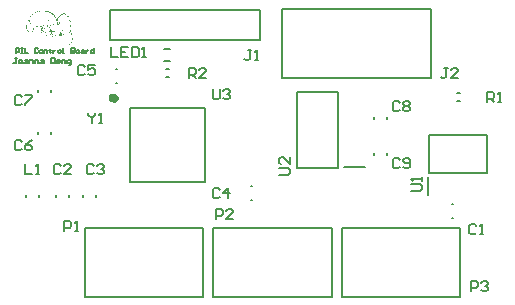
<source format=gto>
G04*
G04 #@! TF.GenerationSoftware,Altium Limited,Altium Designer,21.2.2 (38)*
G04*
G04 Layer_Color=65535*
%FSLAX25Y25*%
%MOIN*%
G70*
G04*
G04 #@! TF.SameCoordinates,6DF736DA-586D-4ED0-A9E8-28D565D663F1*
G04*
G04*
G04 #@! TF.FilePolarity,Positive*
G04*
G01*
G75*
%ADD10C,0.01575*%
%ADD11C,0.00787*%
%ADD12C,0.00600*%
%ADD13C,0.00800*%
G36*
X12608Y97816D02*
X13127D01*
Y97793D01*
X13330D01*
Y97771D01*
X13465D01*
Y97748D01*
X13601D01*
Y97726D01*
X13668D01*
Y97703D01*
X13826D01*
Y97681D01*
X13894D01*
Y97658D01*
X14007D01*
Y97613D01*
X14097D01*
Y97590D01*
X14210D01*
Y97568D01*
X14278D01*
Y97545D01*
X14368D01*
Y97523D01*
X14436D01*
Y97500D01*
X14526D01*
Y97477D01*
X14571D01*
Y97455D01*
X14639D01*
Y97432D01*
X14684D01*
Y97410D01*
X14774D01*
Y97387D01*
X14819D01*
Y97342D01*
X14865D01*
Y97319D01*
X14932D01*
Y97297D01*
X14955D01*
Y97274D01*
X15023D01*
Y97252D01*
X15045D01*
Y97229D01*
X15113D01*
Y97207D01*
X15158D01*
Y97184D01*
X15181D01*
Y97162D01*
X15226D01*
Y97139D01*
X15338D01*
Y97116D01*
X15361D01*
Y97094D01*
X15406D01*
Y97049D01*
X15474D01*
Y97026D01*
X15519D01*
Y97004D01*
X15564D01*
Y96981D01*
X15587D01*
Y96958D01*
X15609D01*
Y96936D01*
X15654D01*
Y96913D01*
X15677D01*
Y96891D01*
X15700D01*
Y96868D01*
X15722D01*
Y96846D01*
X15767D01*
Y96823D01*
X15790D01*
Y96778D01*
X15858D01*
Y96755D01*
X15880D01*
Y96733D01*
X15903D01*
Y96710D01*
X15925D01*
Y96688D01*
X15948D01*
Y96665D01*
X15970D01*
Y96642D01*
X16016D01*
Y96620D01*
X16038D01*
Y96597D01*
X16061D01*
Y96575D01*
X16106D01*
Y96552D01*
X16128D01*
Y96507D01*
X16151D01*
Y96484D01*
X16196D01*
Y96439D01*
X16219D01*
Y96417D01*
X16241D01*
Y96394D01*
X16264D01*
Y96372D01*
X16286D01*
Y96349D01*
X16309D01*
Y96326D01*
X16332D01*
Y96281D01*
X16354D01*
Y96236D01*
X16399D01*
Y96214D01*
X16422D01*
Y96168D01*
X16444D01*
Y96146D01*
X16467D01*
Y96101D01*
X16490D01*
Y96056D01*
X16512D01*
Y96033D01*
X16535D01*
Y95988D01*
X16580D01*
Y95920D01*
X16602D01*
Y95898D01*
X16625D01*
Y95852D01*
X16648D01*
Y95830D01*
X16670D01*
Y95762D01*
X16693D01*
Y95717D01*
X16715D01*
Y95649D01*
X16760D01*
Y95604D01*
X16783D01*
Y95559D01*
X16806D01*
Y95514D01*
X16828D01*
Y95469D01*
X16851D01*
Y95379D01*
X16873D01*
Y95333D01*
X16896D01*
Y95288D01*
X16941D01*
Y95243D01*
X16963D01*
Y95198D01*
X16986D01*
Y95108D01*
X17009D01*
Y95040D01*
X17031D01*
Y94995D01*
X17054D01*
Y94950D01*
X17076D01*
Y94882D01*
X17121D01*
Y94792D01*
X17144D01*
Y94679D01*
X17167D01*
Y94701D01*
X17189D01*
Y94792D01*
X17212D01*
Y94837D01*
X17234D01*
Y94927D01*
X17257D01*
Y94972D01*
X17279D01*
Y95040D01*
X17325D01*
Y95085D01*
X17347D01*
Y95175D01*
X17370D01*
Y95221D01*
X17392D01*
Y95266D01*
X17415D01*
Y95288D01*
X17437D01*
Y95356D01*
X17460D01*
Y95379D01*
X17505D01*
Y95446D01*
X17528D01*
Y95491D01*
X17550D01*
Y95537D01*
X17573D01*
Y95559D01*
X17595D01*
Y95604D01*
X17618D01*
Y95627D01*
X17641D01*
Y95672D01*
X17686D01*
Y95717D01*
X17708D01*
Y95740D01*
X17731D01*
Y95785D01*
X17753D01*
Y95807D01*
X17776D01*
Y95830D01*
X17799D01*
Y95875D01*
X17821D01*
Y95898D01*
X17866D01*
Y95920D01*
X17889D01*
Y95943D01*
X17911D01*
Y95988D01*
X17934D01*
Y96010D01*
X17957D01*
Y96033D01*
X17979D01*
Y96056D01*
X18024D01*
Y96078D01*
X18069D01*
Y96101D01*
X18092D01*
Y96123D01*
X18115D01*
Y96146D01*
X18137D01*
Y96168D01*
X18160D01*
Y96191D01*
X18182D01*
Y96214D01*
X18205D01*
Y96236D01*
X18250D01*
Y96281D01*
X18273D01*
Y96304D01*
X18318D01*
Y96326D01*
X18340D01*
Y96349D01*
X18363D01*
Y96372D01*
X18385D01*
Y96394D01*
X18453D01*
Y96417D01*
X18476D01*
Y96439D01*
X18521D01*
Y96462D01*
X18543D01*
Y96484D01*
X18566D01*
Y96507D01*
X18611D01*
Y96552D01*
X18656D01*
Y96575D01*
X18679D01*
Y96597D01*
X18701D01*
Y96620D01*
X18769D01*
Y96642D01*
X18814D01*
Y96665D01*
X18859D01*
Y96688D01*
X18882D01*
Y96710D01*
X18927D01*
Y96733D01*
X19017D01*
Y96755D01*
X19062D01*
Y96778D01*
X19108D01*
Y96823D01*
X19266D01*
Y96846D01*
X19378D01*
Y96868D01*
X19943D01*
Y96846D01*
X20033D01*
Y96823D01*
X20123D01*
Y96778D01*
X20146D01*
Y96755D01*
X20213D01*
Y96733D01*
X20236D01*
Y96710D01*
X20326D01*
Y96688D01*
X20349D01*
Y96665D01*
X20394D01*
Y96642D01*
X20417D01*
Y96620D01*
X20439D01*
Y96597D01*
X20484D01*
Y96575D01*
X20529D01*
Y96507D01*
X20552D01*
Y96484D01*
X20575D01*
Y96462D01*
X20597D01*
Y96439D01*
X20620D01*
Y96417D01*
X20665D01*
Y96394D01*
X20687D01*
Y96372D01*
X20710D01*
Y96326D01*
X20733D01*
Y96304D01*
X20755D01*
Y96236D01*
X20778D01*
Y96214D01*
X20800D01*
Y96168D01*
X20845D01*
Y96146D01*
X20868D01*
Y96101D01*
X20891D01*
Y96078D01*
X20913D01*
Y96033D01*
X20936D01*
Y95988D01*
X20958D01*
Y95920D01*
X20981D01*
Y95875D01*
X21026D01*
Y95852D01*
X21049D01*
Y95807D01*
X21071D01*
Y95762D01*
X21094D01*
Y95717D01*
X21116D01*
Y95649D01*
X21139D01*
Y95582D01*
X21161D01*
Y95537D01*
X21184D01*
Y95491D01*
X21229D01*
Y95446D01*
X21252D01*
Y95379D01*
X21274D01*
Y95333D01*
X21297D01*
Y95288D01*
X21319D01*
Y95221D01*
X21342D01*
Y95175D01*
X21365D01*
Y95108D01*
X21410D01*
Y95063D01*
X21432D01*
Y94995D01*
X21455D01*
Y94927D01*
X21477D01*
Y94837D01*
X21500D01*
Y94769D01*
X21523D01*
Y94724D01*
X21545D01*
Y94634D01*
X21590D01*
Y94543D01*
X21613D01*
Y94476D01*
X21635D01*
Y94431D01*
X21658D01*
Y94385D01*
X21681D01*
Y94273D01*
X21703D01*
Y94205D01*
X21726D01*
Y94115D01*
X21771D01*
Y93979D01*
X21793D01*
Y93911D01*
X21816D01*
Y93844D01*
X21838D01*
Y93708D01*
X21861D01*
Y93618D01*
X21884D01*
Y93505D01*
X21906D01*
Y93279D01*
X21951D01*
Y93121D01*
X21974D01*
Y92963D01*
X21996D01*
Y92828D01*
X22019D01*
Y92806D01*
X21996D01*
Y92693D01*
X22019D01*
Y92444D01*
X22042D01*
Y92016D01*
X22064D01*
Y91993D01*
X22042D01*
Y91654D01*
X22064D01*
Y91609D01*
X22042D01*
Y91496D01*
X22064D01*
Y91384D01*
X22042D01*
Y90323D01*
X22064D01*
Y90075D01*
X22087D01*
Y89962D01*
X22109D01*
Y89826D01*
X22154D01*
Y89714D01*
X22177D01*
Y89623D01*
X22200D01*
Y89510D01*
X22222D01*
Y89420D01*
X22245D01*
Y89285D01*
X22267D01*
Y89217D01*
X22290D01*
Y89104D01*
X22335D01*
Y88946D01*
X22358D01*
Y88833D01*
X22380D01*
Y88608D01*
X22403D01*
Y88156D01*
X22380D01*
Y87998D01*
X22358D01*
Y87840D01*
X22335D01*
Y87727D01*
X22290D01*
Y87660D01*
X22267D01*
Y87569D01*
X22245D01*
Y87524D01*
X22222D01*
Y87434D01*
X22200D01*
Y87389D01*
X22177D01*
Y87321D01*
X22154D01*
Y87253D01*
X22109D01*
Y87231D01*
X22087D01*
Y87186D01*
X22064D01*
Y87141D01*
X22042D01*
Y87073D01*
X22019D01*
Y87028D01*
X21996D01*
Y87005D01*
X21974D01*
Y86960D01*
X21951D01*
Y86937D01*
X21906D01*
Y86915D01*
X21884D01*
Y86892D01*
X21861D01*
Y86870D01*
X21838D01*
Y86847D01*
X21816D01*
Y86779D01*
X21793D01*
Y86757D01*
X21771D01*
Y86734D01*
X21726D01*
Y86712D01*
X21681D01*
Y86689D01*
X21658D01*
Y86667D01*
X21635D01*
Y86644D01*
X21613D01*
Y86621D01*
X21590D01*
Y86599D01*
X21523D01*
Y86576D01*
X21500D01*
Y86554D01*
X21455D01*
Y86509D01*
X21410D01*
Y86486D01*
X21365D01*
Y86463D01*
X21319D01*
Y86441D01*
X21252D01*
Y86418D01*
X21161D01*
Y86396D01*
X21071D01*
Y86373D01*
X20981D01*
Y86351D01*
X20507D01*
Y86373D01*
X20439D01*
Y86396D01*
X20371D01*
Y86418D01*
X20326D01*
Y86441D01*
X20281D01*
Y86463D01*
X20236D01*
Y86486D01*
X20191D01*
Y86509D01*
X20168D01*
Y86554D01*
X20146D01*
Y86576D01*
X20123D01*
Y86599D01*
X20056D01*
Y86621D01*
X20033D01*
Y86644D01*
X20010D01*
Y86667D01*
X19988D01*
Y86689D01*
X19965D01*
Y86734D01*
X19920D01*
Y86757D01*
X19875D01*
Y86779D01*
X19852D01*
Y86847D01*
X19830D01*
Y86870D01*
X19807D01*
Y86892D01*
X19785D01*
Y86915D01*
X19762D01*
Y86960D01*
X19740D01*
Y87005D01*
X19694D01*
Y87028D01*
X19672D01*
Y87118D01*
X19649D01*
Y87141D01*
X19627D01*
Y87208D01*
X19604D01*
Y87253D01*
X19582D01*
Y87344D01*
X19559D01*
Y87818D01*
X19582D01*
Y87885D01*
X19604D01*
Y87931D01*
Y87953D01*
Y87976D01*
X19627D01*
Y88043D01*
X19649D01*
Y88089D01*
X19672D01*
Y88156D01*
X19694D01*
Y88179D01*
X19740D01*
Y88247D01*
X19762D01*
Y88292D01*
X19785D01*
Y88337D01*
X19807D01*
Y88359D01*
X19830D01*
Y88405D01*
X19852D01*
Y88427D01*
X19875D01*
Y88495D01*
X19920D01*
Y88517D01*
X19943D01*
Y88540D01*
X19965D01*
Y88563D01*
X19988D01*
Y88608D01*
X20010D01*
Y88630D01*
X20033D01*
Y88653D01*
X20056D01*
Y88675D01*
X20101D01*
Y88721D01*
X20123D01*
Y88766D01*
X20146D01*
Y88788D01*
X20168D01*
Y88811D01*
X20191D01*
Y88833D01*
X20213D01*
Y88879D01*
X20236D01*
Y88901D01*
X20281D01*
Y88924D01*
X20304D01*
Y88969D01*
X20326D01*
Y88991D01*
X20349D01*
Y89014D01*
X20371D01*
Y89059D01*
X20394D01*
Y89082D01*
X20417D01*
Y89104D01*
X20439D01*
Y89127D01*
X20484D01*
Y89172D01*
X20529D01*
Y89194D01*
X20552D01*
Y89217D01*
X20575D01*
Y89240D01*
X20597D01*
Y89285D01*
X20620D01*
Y89330D01*
X20665D01*
Y89352D01*
X20687D01*
Y89375D01*
X20710D01*
Y89398D01*
X20733D01*
Y89420D01*
X20755D01*
Y89465D01*
X20778D01*
Y89488D01*
X20800D01*
Y89510D01*
X20845D01*
Y89533D01*
X20868D01*
Y89556D01*
X20891D01*
Y89601D01*
X20913D01*
Y89623D01*
X20936D01*
Y89646D01*
X20958D01*
Y89691D01*
X20981D01*
Y89714D01*
X21026D01*
Y89736D01*
X21049D01*
Y89759D01*
X21071D01*
Y89781D01*
X21094D01*
Y89804D01*
X21116D01*
Y89826D01*
X21139D01*
Y89849D01*
X21161D01*
Y89894D01*
X21184D01*
Y89939D01*
X21229D01*
Y89962D01*
X21252D01*
Y89984D01*
X21274D01*
Y90007D01*
X21297D01*
Y90052D01*
X21319D01*
Y90075D01*
X21342D01*
Y90120D01*
X21365D01*
Y90165D01*
X21410D01*
Y90210D01*
X21432D01*
Y90233D01*
X21455D01*
Y90278D01*
X21477D01*
Y90323D01*
X21500D01*
Y90368D01*
X21523D01*
Y90458D01*
X21545D01*
Y90504D01*
X21590D01*
Y90571D01*
X21613D01*
Y90639D01*
X21635D01*
Y90729D01*
X21658D01*
Y90842D01*
X21681D01*
Y90955D01*
X21703D01*
Y91226D01*
X21726D01*
Y91293D01*
X21703D01*
Y91338D01*
X21726D01*
Y91700D01*
X21771D01*
Y91745D01*
X21726D01*
Y91903D01*
X21771D01*
Y91925D01*
X21726D01*
Y92038D01*
X21771D01*
Y92128D01*
X21726D01*
Y92444D01*
X21703D01*
Y92806D01*
X21681D01*
Y92941D01*
X21658D01*
Y93121D01*
X21635D01*
Y93302D01*
X21613D01*
Y93415D01*
X21590D01*
Y93618D01*
X21545D01*
Y93663D01*
X21590D01*
Y93686D01*
X21545D01*
Y93799D01*
X21523D01*
Y93889D01*
X21500D01*
Y94002D01*
X21477D01*
Y94115D01*
X21455D01*
Y94182D01*
X21432D01*
Y94250D01*
X21410D01*
Y94340D01*
X21365D01*
Y94408D01*
X21342D01*
Y94498D01*
X21319D01*
Y94543D01*
X21297D01*
Y94634D01*
X21274D01*
Y94679D01*
X21252D01*
Y94747D01*
X21229D01*
Y94837D01*
X21184D01*
Y94927D01*
X21161D01*
Y94950D01*
X21139D01*
Y95017D01*
X21116D01*
Y95085D01*
X21094D01*
Y95153D01*
X21071D01*
Y95198D01*
X21049D01*
Y95243D01*
X21026D01*
Y95288D01*
X20981D01*
Y95333D01*
X20958D01*
Y95401D01*
X20936D01*
Y95491D01*
X20913D01*
Y95537D01*
X20891D01*
Y95559D01*
X20868D01*
Y95604D01*
X20845D01*
Y95649D01*
X20800D01*
Y95717D01*
X20778D01*
Y95762D01*
X20755D01*
Y95807D01*
X20733D01*
Y95830D01*
X20710D01*
Y95875D01*
X20687D01*
Y95898D01*
X20665D01*
Y95943D01*
X20620D01*
Y95988D01*
X20597D01*
Y96033D01*
X20575D01*
Y96056D01*
X20552D01*
Y96078D01*
X20529D01*
Y96123D01*
X20507D01*
Y96146D01*
X20484D01*
Y96168D01*
X20439D01*
Y96191D01*
X20417D01*
Y96214D01*
X20394D01*
Y96236D01*
X20371D01*
Y96281D01*
X20349D01*
Y96304D01*
X20326D01*
Y96326D01*
X20304D01*
Y96349D01*
X20281D01*
Y96372D01*
X20213D01*
Y96394D01*
X20191D01*
Y96417D01*
X20146D01*
Y96439D01*
X20123D01*
Y96462D01*
X20101D01*
Y96484D01*
X20033D01*
Y96507D01*
X20010D01*
Y96552D01*
X19965D01*
Y96575D01*
X19852D01*
Y96597D01*
X19762D01*
Y96620D01*
X19491D01*
Y96597D01*
X19401D01*
Y96575D01*
X19288D01*
Y96552D01*
X19198D01*
Y96507D01*
X19175D01*
Y96484D01*
X19085D01*
Y96462D01*
X19040D01*
Y96439D01*
X18995D01*
Y96417D01*
X18927D01*
Y96394D01*
X18904D01*
Y96372D01*
X18859D01*
Y96349D01*
X18814D01*
Y96326D01*
X18769D01*
Y96304D01*
X18724D01*
Y96281D01*
X18701D01*
Y96236D01*
X18656D01*
Y96214D01*
X18634D01*
Y96191D01*
X18611D01*
Y96168D01*
X18566D01*
Y96146D01*
X18543D01*
Y96123D01*
X18521D01*
Y96101D01*
X18476D01*
Y96078D01*
X18453D01*
Y96056D01*
X18431D01*
Y96033D01*
X18385D01*
Y96010D01*
X18363D01*
Y95988D01*
X18340D01*
Y95943D01*
X18318D01*
Y95920D01*
X18295D01*
Y95898D01*
X18273D01*
Y95875D01*
X18250D01*
Y95852D01*
X18205D01*
Y95830D01*
X18182D01*
Y95807D01*
X18160D01*
Y95785D01*
X18137D01*
Y95762D01*
X18115D01*
Y95740D01*
X18092D01*
Y95717D01*
X18069D01*
Y95672D01*
X18024D01*
Y95649D01*
X18002D01*
Y95627D01*
X17979D01*
Y95582D01*
X17957D01*
Y95559D01*
X17934D01*
Y95537D01*
X17911D01*
Y95491D01*
X17889D01*
Y95469D01*
X17866D01*
Y95446D01*
X17821D01*
Y95379D01*
X17799D01*
Y95356D01*
X17776D01*
Y95311D01*
X17753D01*
Y95266D01*
X17731D01*
Y95243D01*
X17708D01*
Y95198D01*
X17686D01*
Y95153D01*
X17641D01*
Y95085D01*
X17618D01*
Y95040D01*
X17595D01*
Y94995D01*
X17573D01*
Y94950D01*
X17550D01*
Y94905D01*
X17528D01*
Y94814D01*
X17505D01*
Y94769D01*
X17460D01*
Y94679D01*
X17437D01*
Y94566D01*
X17415D01*
Y94476D01*
X17392D01*
Y94431D01*
X17415D01*
Y94408D01*
X17437D01*
Y94385D01*
X17505D01*
Y94363D01*
X17550D01*
Y94340D01*
X17618D01*
Y94318D01*
X17686D01*
Y94273D01*
X17731D01*
Y94250D01*
X17753D01*
Y94227D01*
X17799D01*
Y94205D01*
X17866D01*
Y94182D01*
X17911D01*
Y94160D01*
X17934D01*
Y94137D01*
X17979D01*
Y94115D01*
X18024D01*
Y94092D01*
X18069D01*
Y94047D01*
X18092D01*
Y94002D01*
X18115D01*
Y93979D01*
X18160D01*
Y93957D01*
X18182D01*
Y93934D01*
X18205D01*
Y93911D01*
X18250D01*
Y93889D01*
X18273D01*
Y93866D01*
X18318D01*
Y93844D01*
X18340D01*
Y93821D01*
X18385D01*
Y93799D01*
X18431D01*
Y93776D01*
X18453D01*
Y93708D01*
X18476D01*
Y93686D01*
X18498D01*
Y93663D01*
X18521D01*
Y93641D01*
X18543D01*
Y93595D01*
X18566D01*
Y93573D01*
X18611D01*
Y93550D01*
X18634D01*
Y93505D01*
X18656D01*
Y93460D01*
X18679D01*
Y93437D01*
X18701D01*
Y93392D01*
X18724D01*
Y93370D01*
X18746D01*
Y93347D01*
X18769D01*
Y93302D01*
X18814D01*
Y93279D01*
X18837D01*
Y93234D01*
X18859D01*
Y93167D01*
X18882D01*
Y93121D01*
X18904D01*
Y93076D01*
X18927D01*
Y93054D01*
X18950D01*
Y92986D01*
X18995D01*
Y92941D01*
X19017D01*
Y92851D01*
X19040D01*
Y92806D01*
X19062D01*
Y92738D01*
X19085D01*
Y92670D01*
X19108D01*
Y92535D01*
X19130D01*
Y92490D01*
X19175D01*
Y92332D01*
X19198D01*
Y92106D01*
X19220D01*
Y91767D01*
X19198D01*
Y91654D01*
X19175D01*
Y91542D01*
X19130D01*
Y91406D01*
X19108D01*
Y91338D01*
X19085D01*
Y91271D01*
X19062D01*
Y91181D01*
X19040D01*
Y91135D01*
X19017D01*
Y91090D01*
X18995D01*
Y91045D01*
X18950D01*
Y90955D01*
X19130D01*
Y91000D01*
X19311D01*
Y91023D01*
X19536D01*
Y91045D01*
X19740D01*
Y91068D01*
X19943D01*
Y91090D01*
X20101D01*
Y91113D01*
X20304D01*
Y91135D01*
X20687D01*
Y91113D01*
X20800D01*
Y91090D01*
X20913D01*
Y91068D01*
X20981D01*
Y91045D01*
X21071D01*
Y91023D01*
X21116D01*
Y91000D01*
X21161D01*
Y90955D01*
X21184D01*
Y90932D01*
X21252D01*
Y90910D01*
X21274D01*
Y90887D01*
X21297D01*
Y90865D01*
X21319D01*
Y90842D01*
X21342D01*
Y90797D01*
X21365D01*
Y90752D01*
X21410D01*
Y90458D01*
X21365D01*
Y90368D01*
X21342D01*
Y90323D01*
X21319D01*
Y90278D01*
X21297D01*
Y90233D01*
X21274D01*
Y90188D01*
X21252D01*
Y90120D01*
X21229D01*
Y90097D01*
X21184D01*
Y90075D01*
X21161D01*
Y90052D01*
X21139D01*
Y90030D01*
X21116D01*
Y90007D01*
X21094D01*
Y89984D01*
X21071D01*
Y89962D01*
X21026D01*
Y89939D01*
X20981D01*
Y89917D01*
X20936D01*
Y89894D01*
X20913D01*
Y89849D01*
X20868D01*
Y89826D01*
X20800D01*
Y89804D01*
X20778D01*
Y89781D01*
X20733D01*
Y89759D01*
X20687D01*
Y89736D01*
X20597D01*
Y89714D01*
X20529D01*
Y89691D01*
X20417D01*
Y89668D01*
X20010D01*
Y89691D01*
X19875D01*
Y89714D01*
X19785D01*
Y89736D01*
X19627D01*
Y89759D01*
X19582D01*
Y89781D01*
X19491D01*
Y89804D01*
X19424D01*
Y89826D01*
X19356D01*
Y89849D01*
X19266D01*
Y89894D01*
X19220D01*
Y89917D01*
X19130D01*
Y89939D01*
X19062D01*
Y89962D01*
X19040D01*
Y89984D01*
X18995D01*
Y90007D01*
X18904D01*
Y90030D01*
X18882D01*
Y90052D01*
X18859D01*
Y90007D01*
X18882D01*
Y89962D01*
X18904D01*
Y89917D01*
X18927D01*
Y89849D01*
X18950D01*
Y89804D01*
X18995D01*
Y89736D01*
X19017D01*
Y89601D01*
X19040D01*
Y89217D01*
X19017D01*
Y89082D01*
X18995D01*
Y89059D01*
X18950D01*
Y88991D01*
X18927D01*
Y88969D01*
X18904D01*
Y88946D01*
X18882D01*
Y88924D01*
X18859D01*
Y88901D01*
X18837D01*
Y88879D01*
X18769D01*
Y88856D01*
X18521D01*
Y88879D01*
X18453D01*
Y88901D01*
X18385D01*
Y88924D01*
X18340D01*
Y88946D01*
X18295D01*
Y88969D01*
X18273D01*
Y88991D01*
X18250D01*
Y89014D01*
X18205D01*
Y89059D01*
X18182D01*
Y89082D01*
X18160D01*
Y89104D01*
X18137D01*
Y89149D01*
X18115D01*
Y89172D01*
X18092D01*
Y89194D01*
X18069D01*
Y89240D01*
X18024D01*
Y89285D01*
X18002D01*
Y89330D01*
X17979D01*
Y89375D01*
X17957D01*
Y89420D01*
X17934D01*
Y89465D01*
X17911D01*
Y89533D01*
X17889D01*
Y89601D01*
X17866D01*
Y89668D01*
X17821D01*
Y89736D01*
X17799D01*
Y89894D01*
X17776D01*
Y89939D01*
X17731D01*
Y89917D01*
X17686D01*
Y89894D01*
X17641D01*
Y89849D01*
X17618D01*
Y89826D01*
X17573D01*
Y89804D01*
X17528D01*
Y89781D01*
X17437D01*
Y89759D01*
X17370D01*
Y89736D01*
X17325D01*
Y89714D01*
X17257D01*
Y89691D01*
X17212D01*
Y89668D01*
X17144D01*
Y89646D01*
X17076D01*
Y89623D01*
X17009D01*
Y89601D01*
X16941D01*
Y89556D01*
X16851D01*
Y89533D01*
X16806D01*
Y89510D01*
X16715D01*
Y89488D01*
X16625D01*
Y89465D01*
X16490D01*
Y89443D01*
X16422D01*
Y89420D01*
X16264D01*
Y89398D01*
X16083D01*
Y89375D01*
X16016D01*
Y89330D01*
X15970D01*
Y89262D01*
X15948D01*
Y89240D01*
X15925D01*
Y89194D01*
X15903D01*
Y89172D01*
X15858D01*
Y89149D01*
X15835D01*
Y89127D01*
X15745D01*
Y89104D01*
X15609D01*
Y89127D01*
X15542D01*
Y89149D01*
X15496D01*
Y89172D01*
X15474D01*
Y89194D01*
X15451D01*
Y89217D01*
X15406D01*
Y89240D01*
X15384D01*
Y89262D01*
X15361D01*
Y89285D01*
X15338D01*
Y89330D01*
X15316D01*
Y89285D01*
X15000D01*
Y89330D01*
X14684D01*
Y89352D01*
X14436D01*
Y89375D01*
X14278D01*
Y89398D01*
X14165D01*
Y89420D01*
X14052D01*
Y89443D01*
X13917D01*
Y89465D01*
X13849D01*
Y89488D01*
X13736D01*
Y89510D01*
X13646D01*
Y89533D01*
X13601D01*
Y89556D01*
X13533D01*
Y89601D01*
X13488D01*
Y89623D01*
X13420D01*
Y89646D01*
X13330D01*
Y89668D01*
X13262D01*
Y89691D01*
X13194D01*
Y89714D01*
X13149D01*
Y89736D01*
X13104D01*
Y89759D01*
X13059D01*
Y89781D01*
X12991D01*
Y89804D01*
X12946D01*
Y89826D01*
X12901D01*
Y89849D01*
X12856D01*
Y89894D01*
X12788D01*
Y89917D01*
X12743D01*
Y89939D01*
X12698D01*
Y89962D01*
X12675D01*
Y89984D01*
X12630D01*
Y90007D01*
X12585D01*
Y90030D01*
X12540D01*
Y90052D01*
X12517D01*
Y90075D01*
X12495D01*
Y90097D01*
X12427D01*
Y90120D01*
X12404D01*
Y90165D01*
X12382D01*
Y90188D01*
X12359D01*
Y90210D01*
X12337D01*
Y90233D01*
X12314D01*
Y90255D01*
X12269D01*
Y90278D01*
X12246D01*
Y90300D01*
X12201D01*
Y90323D01*
X12179D01*
Y90346D01*
X12156D01*
Y90368D01*
X12134D01*
Y90391D01*
X12111D01*
Y90436D01*
X12066D01*
Y90458D01*
X12043D01*
Y90481D01*
X12021D01*
Y90504D01*
X11998D01*
Y90526D01*
X11976D01*
Y90571D01*
X11953D01*
Y90594D01*
X11931D01*
Y90639D01*
X11885D01*
Y90662D01*
X11863D01*
Y90729D01*
X11840D01*
Y90752D01*
X11818D01*
Y90797D01*
X11795D01*
Y90819D01*
X11773D01*
Y90865D01*
X11750D01*
Y90910D01*
X11705D01*
Y90955D01*
X11682D01*
Y91023D01*
X11660D01*
Y91068D01*
X11637D01*
Y91181D01*
X11615D01*
Y91226D01*
X11592D01*
Y91316D01*
X11502D01*
Y91293D01*
X11231D01*
Y91271D01*
X11208D01*
Y91293D01*
X10960D01*
Y91316D01*
X10870D01*
Y91338D01*
X10780D01*
Y91361D01*
X10712D01*
Y91384D01*
X10667D01*
Y91406D01*
X10622D01*
Y91429D01*
X10576D01*
Y91451D01*
X10531D01*
Y91474D01*
X10509D01*
Y91496D01*
X10464D01*
Y91542D01*
X10441D01*
Y91564D01*
X10396D01*
Y91587D01*
X10373D01*
Y91609D01*
X10351D01*
Y91654D01*
X10328D01*
Y91677D01*
X10306D01*
Y91700D01*
X10283D01*
Y91745D01*
X10260D01*
Y91790D01*
X10215D01*
Y91858D01*
X10193D01*
Y91903D01*
X10170D01*
Y92332D01*
X10193D01*
Y92399D01*
X10215D01*
Y92422D01*
X10260D01*
Y92467D01*
X10283D01*
Y92490D01*
X10306D01*
Y92512D01*
X10328D01*
Y92535D01*
X10351D01*
Y92557D01*
X10373D01*
Y92580D01*
X10441D01*
Y92602D01*
X10667D01*
Y92580D01*
X10712D01*
Y92557D01*
X10757D01*
Y92535D01*
X10825D01*
Y92512D01*
X10847D01*
Y92490D01*
X10892D01*
Y92467D01*
X10938D01*
Y92444D01*
X10960D01*
Y92422D01*
X11005D01*
Y92399D01*
X11050D01*
Y92377D01*
X11073D01*
Y92332D01*
X11118D01*
Y92309D01*
X11141D01*
Y92286D01*
X11208D01*
Y92264D01*
X11231D01*
Y92241D01*
X11276D01*
Y92219D01*
X11299D01*
Y92196D01*
X11366D01*
Y92174D01*
X11411D01*
Y92151D01*
X11479D01*
Y92128D01*
X11569D01*
Y92151D01*
X11592D01*
Y92241D01*
X11615D01*
Y92309D01*
X11637D01*
Y92422D01*
X11660D01*
Y92490D01*
X11682D01*
Y92557D01*
X11705D01*
Y92602D01*
X11750D01*
Y92670D01*
X11773D01*
Y92715D01*
X11795D01*
Y92760D01*
X11818D01*
Y92806D01*
X11840D01*
Y92828D01*
X11863D01*
Y92873D01*
X11885D01*
Y92941D01*
X11931D01*
Y92963D01*
X11953D01*
Y93009D01*
X11976D01*
Y93031D01*
X11998D01*
Y93076D01*
X12021D01*
Y93099D01*
X12043D01*
Y93121D01*
X12066D01*
Y93144D01*
X12111D01*
Y93167D01*
X12134D01*
Y93212D01*
X12156D01*
Y93257D01*
X12179D01*
Y93279D01*
X12201D01*
Y93302D01*
X12224D01*
Y93325D01*
X12246D01*
Y93347D01*
X12269D01*
Y93370D01*
X12314D01*
Y93392D01*
X12337D01*
Y93415D01*
X12359D01*
Y93437D01*
X12382D01*
Y93460D01*
X12404D01*
Y93528D01*
X12450D01*
Y93550D01*
X12495D01*
Y93573D01*
X12517D01*
Y93595D01*
X12540D01*
Y93618D01*
X12585D01*
Y93641D01*
X12608D01*
Y93663D01*
X12630D01*
Y93686D01*
X12675D01*
Y93708D01*
X12698D01*
Y93731D01*
X12743D01*
Y93776D01*
X12766D01*
Y93799D01*
X12788D01*
Y93821D01*
X12811D01*
Y93844D01*
X12878D01*
Y93866D01*
X12901D01*
Y93889D01*
X12946D01*
Y93911D01*
X12969D01*
Y93934D01*
X12991D01*
Y93957D01*
X13059D01*
Y93979D01*
X13104D01*
Y94002D01*
X13127D01*
Y94047D01*
X13172D01*
Y94069D01*
X13194D01*
Y94092D01*
X13262D01*
Y94115D01*
X13307D01*
Y94137D01*
X13330D01*
Y94160D01*
X13375D01*
Y94182D01*
X13443D01*
Y94205D01*
X13465D01*
Y94227D01*
X13510D01*
Y94250D01*
X13556D01*
Y94273D01*
X13646D01*
Y94318D01*
X13691D01*
Y94340D01*
X13736D01*
Y94363D01*
X13804D01*
Y94385D01*
X13849D01*
Y94408D01*
X13917D01*
Y94431D01*
X13984D01*
Y94453D01*
X14029D01*
Y94476D01*
X14097D01*
Y94498D01*
X14187D01*
Y94521D01*
X14255D01*
Y94543D01*
X14345D01*
Y94566D01*
X14413D01*
Y94611D01*
X14481D01*
Y94634D01*
X14594D01*
Y94656D01*
X14684D01*
Y94679D01*
X14842D01*
Y94701D01*
X14955D01*
Y94724D01*
X15045D01*
Y94747D01*
X15338D01*
Y94769D01*
X15722D01*
Y94747D01*
X16038D01*
Y94724D01*
X16083D01*
Y94747D01*
X16128D01*
Y94724D01*
X16332D01*
Y94701D01*
X16490D01*
Y94679D01*
X16625D01*
Y94656D01*
X16760D01*
Y94634D01*
X16851D01*
Y94656D01*
X16873D01*
Y94837D01*
X16851D01*
Y94905D01*
X16828D01*
Y94972D01*
X16806D01*
Y95017D01*
X16783D01*
Y95063D01*
X16760D01*
Y95153D01*
X16715D01*
Y95198D01*
X16693D01*
Y95243D01*
X16670D01*
Y95288D01*
X16648D01*
Y95333D01*
X16625D01*
Y95379D01*
X16602D01*
Y95446D01*
X16580D01*
Y95491D01*
X16535D01*
Y95514D01*
X16512D01*
Y95559D01*
X16490D01*
Y95604D01*
X16467D01*
Y95649D01*
X16444D01*
Y95672D01*
X16422D01*
Y95717D01*
X16399D01*
Y95762D01*
X16354D01*
Y95785D01*
X16332D01*
Y95830D01*
X16309D01*
Y95852D01*
X16286D01*
Y95898D01*
X16264D01*
Y95920D01*
X16241D01*
Y95988D01*
X16219D01*
Y96010D01*
X16196D01*
Y96056D01*
X16151D01*
Y96078D01*
X16128D01*
Y96123D01*
X16106D01*
Y96146D01*
X16083D01*
Y96168D01*
X16061D01*
Y96191D01*
X16038D01*
Y96214D01*
X16016D01*
Y96236D01*
X15970D01*
Y96281D01*
X15948D01*
Y96304D01*
X15925D01*
Y96326D01*
X15903D01*
Y96349D01*
X15880D01*
Y96394D01*
X15858D01*
Y96417D01*
X15835D01*
Y96439D01*
X15790D01*
Y96462D01*
X15767D01*
Y96484D01*
X15745D01*
Y96507D01*
X15700D01*
Y96552D01*
X15677D01*
Y96575D01*
X15654D01*
Y96597D01*
X15609D01*
Y96620D01*
X15587D01*
Y96642D01*
X15564D01*
Y96665D01*
X15542D01*
Y96688D01*
X15496D01*
Y96710D01*
X15474D01*
Y96733D01*
X15451D01*
Y96755D01*
X15384D01*
Y96778D01*
X15361D01*
Y96823D01*
X15316D01*
Y96846D01*
X15293D01*
Y96868D01*
X15226D01*
Y96891D01*
X15203D01*
Y96913D01*
X15158D01*
Y96936D01*
X15113D01*
Y96958D01*
X15090D01*
Y96981D01*
X15023D01*
Y97004D01*
X15000D01*
Y97026D01*
X14955D01*
Y97049D01*
X14910D01*
Y97094D01*
X14842D01*
Y97116D01*
X14797D01*
Y97139D01*
X14729D01*
Y97162D01*
X14661D01*
Y97184D01*
X14594D01*
Y97207D01*
X14549D01*
Y97229D01*
X14436D01*
Y97252D01*
X14391D01*
Y97274D01*
X14300D01*
Y97297D01*
X14233D01*
Y97319D01*
X14120D01*
Y97342D01*
X14052D01*
Y97387D01*
X13984D01*
Y97410D01*
X13871D01*
Y97432D01*
X13804D01*
Y97455D01*
X13646D01*
Y97477D01*
X13488D01*
Y97500D01*
X13307D01*
Y97523D01*
X13036D01*
Y97545D01*
X12675D01*
Y97568D01*
X12450D01*
Y97545D01*
X12404D01*
Y97568D01*
X12224D01*
Y97545D01*
X11931D01*
Y97523D01*
X11863D01*
Y97545D01*
X11818D01*
Y97523D01*
X11615D01*
Y97500D01*
X11502D01*
Y97477D01*
X11366D01*
Y97455D01*
X11276D01*
Y97432D01*
X11208D01*
Y97410D01*
X11095D01*
Y97387D01*
X11028D01*
Y97342D01*
X10960D01*
Y97319D01*
X10892D01*
Y97297D01*
X10847D01*
Y97274D01*
X10757D01*
Y97252D01*
X10712D01*
Y97229D01*
X10644D01*
Y97207D01*
X10576D01*
Y97184D01*
X10531D01*
Y97162D01*
X10486D01*
Y97139D01*
X10396D01*
Y97116D01*
X10351D01*
Y97094D01*
X10306D01*
Y97049D01*
X10260D01*
Y97026D01*
X10193D01*
Y97004D01*
X10170D01*
Y96981D01*
X10125D01*
Y96958D01*
X10080D01*
Y96936D01*
X10035D01*
Y96913D01*
X9990D01*
Y96891D01*
X9967D01*
Y96868D01*
X9945D01*
Y96846D01*
X9899D01*
Y96823D01*
X9854D01*
Y96778D01*
X9809D01*
Y96755D01*
X9787D01*
Y96733D01*
X9741D01*
Y96710D01*
X9719D01*
Y96688D01*
X9696D01*
Y96665D01*
X9629D01*
Y96642D01*
X9606D01*
Y96620D01*
X9561D01*
Y96597D01*
X9538D01*
Y96575D01*
X9471D01*
Y96552D01*
X9448D01*
Y96507D01*
X9425D01*
Y96484D01*
X9403D01*
Y96462D01*
X9358D01*
Y96439D01*
X9335D01*
Y96417D01*
X9290D01*
Y96394D01*
X9267D01*
Y96372D01*
X9245D01*
Y96349D01*
X9200D01*
Y96326D01*
X9177D01*
Y96304D01*
X9155D01*
Y96281D01*
X9109D01*
Y96236D01*
X9087D01*
Y96214D01*
X9064D01*
Y96191D01*
X9042D01*
Y96168D01*
X9019D01*
Y96146D01*
X8997D01*
Y96123D01*
X8974D01*
Y96101D01*
X8951D01*
Y96078D01*
X8906D01*
Y96056D01*
X8884D01*
Y96033D01*
X8861D01*
Y96010D01*
X8839D01*
Y95988D01*
X8816D01*
Y95943D01*
X8793D01*
Y95920D01*
X8771D01*
Y95875D01*
X8726D01*
Y95852D01*
X8703D01*
Y95830D01*
X8681D01*
Y95807D01*
X8658D01*
Y95785D01*
X8635D01*
Y95740D01*
X8613D01*
Y95717D01*
X8590D01*
Y95649D01*
X8545D01*
Y95604D01*
X8523D01*
Y95582D01*
X8500D01*
Y95559D01*
X8477D01*
Y95514D01*
X8455D01*
Y95469D01*
X8432D01*
Y95446D01*
X8410D01*
Y95379D01*
X8365D01*
Y95356D01*
X8342D01*
Y95311D01*
X8320D01*
Y95266D01*
X8297D01*
Y95221D01*
X8274D01*
Y95198D01*
X8252D01*
Y95108D01*
X8229D01*
Y95040D01*
X8207D01*
Y94972D01*
X8162D01*
Y94927D01*
X8139D01*
Y94837D01*
X8116D01*
Y94769D01*
X8094D01*
Y94634D01*
X8071D01*
Y94385D01*
X8049D01*
Y94273D01*
X8071D01*
Y94160D01*
X8094D01*
Y94092D01*
X8116D01*
Y93979D01*
X8139D01*
Y93911D01*
X8162D01*
Y93889D01*
X8207D01*
Y93844D01*
X8229D01*
Y93821D01*
X8252D01*
Y93776D01*
X8274D01*
Y93708D01*
X8297D01*
Y93686D01*
X8320D01*
Y93641D01*
X8342D01*
Y93618D01*
X8365D01*
Y93595D01*
X8410D01*
Y93550D01*
X8432D01*
Y93528D01*
X8455D01*
Y93505D01*
X8477D01*
Y93437D01*
X8500D01*
Y93415D01*
X8523D01*
Y93392D01*
X8545D01*
Y93370D01*
X8590D01*
Y93325D01*
X8613D01*
Y93302D01*
X8635D01*
Y93257D01*
X8658D01*
Y93234D01*
X8681D01*
Y93212D01*
X8703D01*
Y93167D01*
X8726D01*
Y93121D01*
X8771D01*
Y93099D01*
X8793D01*
Y93076D01*
X8816D01*
Y93031D01*
X8839D01*
Y93009D01*
X8861D01*
Y92986D01*
X8884D01*
Y92963D01*
X8906D01*
Y92941D01*
X8951D01*
Y92873D01*
X8974D01*
Y92851D01*
X8997D01*
Y92806D01*
X9019D01*
Y92760D01*
X9042D01*
Y92738D01*
X9064D01*
Y92715D01*
X9087D01*
Y92670D01*
X9109D01*
Y92625D01*
X9155D01*
Y92602D01*
X9177D01*
Y92557D01*
X9200D01*
Y92467D01*
X9222D01*
Y92422D01*
X9245D01*
Y92399D01*
X9267D01*
Y92332D01*
X9290D01*
Y92264D01*
X9335D01*
Y92174D01*
X9358D01*
Y92106D01*
X9380D01*
Y91993D01*
X9403D01*
Y91835D01*
X9425D01*
Y91609D01*
X9403D01*
Y91361D01*
X9380D01*
Y91316D01*
X9358D01*
Y91226D01*
X9335D01*
Y91181D01*
X9290D01*
Y91135D01*
X9267D01*
Y91090D01*
X9245D01*
Y91045D01*
X9222D01*
Y91000D01*
X9200D01*
Y90955D01*
X9177D01*
Y90910D01*
X9155D01*
Y90887D01*
X9109D01*
Y90865D01*
X9087D01*
Y90842D01*
X9064D01*
Y90819D01*
X9042D01*
Y90797D01*
X8997D01*
Y90774D01*
X8974D01*
Y90752D01*
X8906D01*
Y90729D01*
X8861D01*
Y90707D01*
X8839D01*
Y90662D01*
X8793D01*
Y90639D01*
X8703D01*
Y90616D01*
X8613D01*
Y90594D01*
X8432D01*
Y90571D01*
X8297D01*
Y90594D01*
X8139D01*
Y90616D01*
X8049D01*
Y90639D01*
X7981D01*
Y90662D01*
X7936D01*
Y90707D01*
X7891D01*
Y90729D01*
X7846D01*
Y90752D01*
X7778D01*
Y90774D01*
X7733D01*
Y90797D01*
X7710D01*
Y90819D01*
X7688D01*
Y90842D01*
X7620D01*
Y90865D01*
X7597D01*
Y90887D01*
X7575D01*
Y90910D01*
X7552D01*
Y90932D01*
X7530D01*
Y90955D01*
X7507D01*
Y91000D01*
X7484D01*
Y91023D01*
X7439D01*
Y91045D01*
X7417D01*
Y91090D01*
X7394D01*
Y91113D01*
X7372D01*
Y91158D01*
X7349D01*
Y91181D01*
X7326D01*
Y91203D01*
X7304D01*
Y91271D01*
X7281D01*
Y91316D01*
X7236D01*
Y91361D01*
X7214D01*
Y91406D01*
X7191D01*
Y91429D01*
X7168D01*
Y91496D01*
X7146D01*
Y91564D01*
X7123D01*
Y91654D01*
X7101D01*
Y91700D01*
X7056D01*
Y91835D01*
X7033D01*
Y91925D01*
X7010D01*
Y92061D01*
X6988D01*
Y92602D01*
X7010D01*
Y92760D01*
X7033D01*
Y92851D01*
X7056D01*
Y92941D01*
X7101D01*
Y93031D01*
X7123D01*
Y93121D01*
X7146D01*
Y93234D01*
X7168D01*
Y93302D01*
X7191D01*
Y93347D01*
X7214D01*
Y93415D01*
X7236D01*
Y93505D01*
X7281D01*
Y93550D01*
X7304D01*
Y93618D01*
X7326D01*
Y93663D01*
X7349D01*
Y93731D01*
X7372D01*
Y93821D01*
X7394D01*
Y93866D01*
X7417D01*
Y93934D01*
X7439D01*
Y93979D01*
X7484D01*
Y94047D01*
X7507D01*
Y94115D01*
X7530D01*
Y94182D01*
X7552D01*
Y94250D01*
X7575D01*
Y94318D01*
X7597D01*
Y94385D01*
X7620D01*
Y94431D01*
X7665D01*
Y94498D01*
X7688D01*
Y94543D01*
X7710D01*
Y94634D01*
X7733D01*
Y94679D01*
X7755D01*
Y94747D01*
X7778D01*
Y94769D01*
X7800D01*
Y94837D01*
X7846D01*
Y94905D01*
X7868D01*
Y94995D01*
X7891D01*
Y95085D01*
X7913D01*
Y95153D01*
X7936D01*
Y95198D01*
X7958D01*
Y95243D01*
X7981D01*
Y95288D01*
X8026D01*
Y95333D01*
X8049D01*
Y95379D01*
X8071D01*
Y95446D01*
X8094D01*
Y95491D01*
X8116D01*
Y95514D01*
X8139D01*
Y95559D01*
X8162D01*
Y95604D01*
X8207D01*
Y95649D01*
X8229D01*
Y95717D01*
X8252D01*
Y95740D01*
X8274D01*
Y95762D01*
X8297D01*
Y95785D01*
X8320D01*
Y95807D01*
X8342D01*
Y95830D01*
X8365D01*
Y95875D01*
X8410D01*
Y95898D01*
X8432D01*
Y95920D01*
X8455D01*
Y95988D01*
X8477D01*
Y96010D01*
X8500D01*
Y96056D01*
X8523D01*
Y96078D01*
X8545D01*
Y96101D01*
X8590D01*
Y96123D01*
X8613D01*
Y96168D01*
X8635D01*
Y96191D01*
X8658D01*
Y96214D01*
X8681D01*
Y96236D01*
X8703D01*
Y96281D01*
X8726D01*
Y96304D01*
X8771D01*
Y96326D01*
X8793D01*
Y96349D01*
X8839D01*
Y96394D01*
X8884D01*
Y96417D01*
X8906D01*
Y96439D01*
X8951D01*
Y96462D01*
X8974D01*
Y96484D01*
X8997D01*
Y96507D01*
X9019D01*
Y96552D01*
X9042D01*
Y96575D01*
X9087D01*
Y96597D01*
X9109D01*
Y96642D01*
X9177D01*
Y96665D01*
X9200D01*
Y96688D01*
X9222D01*
Y96710D01*
X9245D01*
Y96733D01*
X9290D01*
Y96755D01*
X9335D01*
Y96778D01*
X9380D01*
Y96823D01*
X9403D01*
Y96846D01*
X9425D01*
Y96868D01*
X9471D01*
Y96891D01*
X9516D01*
Y96913D01*
X9538D01*
Y96936D01*
X9561D01*
Y96958D01*
X9583D01*
Y96981D01*
X9629D01*
Y97004D01*
X9651D01*
Y97026D01*
X9719D01*
Y97049D01*
X9764D01*
Y97094D01*
X9809D01*
Y97116D01*
X9832D01*
Y97139D01*
X9854D01*
Y97162D01*
X9922D01*
Y97184D01*
X9967D01*
Y97207D01*
X10012D01*
Y97229D01*
X10035D01*
Y97252D01*
X10102D01*
Y97274D01*
X10170D01*
Y97297D01*
X10193D01*
Y97319D01*
X10260D01*
Y97342D01*
X10306D01*
Y97387D01*
X10351D01*
Y97410D01*
X10396D01*
Y97432D01*
X10464D01*
Y97455D01*
X10509D01*
Y97477D01*
X10554D01*
Y97500D01*
X10622D01*
Y97523D01*
X10689D01*
Y97545D01*
X10757D01*
Y97568D01*
X10847D01*
Y97590D01*
X10892D01*
Y97613D01*
X10960D01*
Y97658D01*
X11073D01*
Y97681D01*
X11208D01*
Y97703D01*
X11321D01*
Y97726D01*
X11434D01*
Y97748D01*
X11569D01*
Y97771D01*
X11795D01*
Y97793D01*
X12021D01*
Y97816D01*
X12450D01*
Y97838D01*
X12608D01*
Y97816D01*
D02*
G37*
%LPC*%
G36*
X12495Y97793D02*
X12404D01*
Y97771D01*
X12314D01*
Y97793D01*
X12269D01*
Y97771D01*
X11931D01*
Y97748D01*
X11750D01*
Y97726D01*
X11615D01*
Y97703D01*
X11457D01*
Y97681D01*
X11366D01*
Y97658D01*
X11231D01*
Y97613D01*
X11118D01*
Y97590D01*
X11028D01*
Y97568D01*
X10915D01*
Y97545D01*
X10870D01*
Y97523D01*
X10825D01*
Y97500D01*
X10734D01*
Y97477D01*
X10667D01*
Y97455D01*
X10576D01*
Y97432D01*
X10509D01*
Y97410D01*
X10464D01*
Y97387D01*
X10441D01*
Y97342D01*
X10351D01*
Y97319D01*
X10328D01*
Y97297D01*
X10283D01*
Y97274D01*
X10215D01*
Y97252D01*
X10170D01*
Y97229D01*
X10125D01*
Y97207D01*
X10080D01*
Y97184D01*
X10035D01*
Y97162D01*
X9990D01*
Y97139D01*
X9945D01*
Y97116D01*
X9922D01*
Y97094D01*
X9854D01*
Y97049D01*
X9809D01*
Y97026D01*
X9764D01*
Y97004D01*
X9741D01*
Y96981D01*
X9696D01*
Y96958D01*
X9651D01*
Y96936D01*
X9606D01*
Y96913D01*
X9583D01*
Y96891D01*
X9538D01*
Y96868D01*
X9516D01*
Y96846D01*
X9448D01*
Y96823D01*
X9425D01*
Y96778D01*
X9403D01*
Y96755D01*
X9380D01*
Y96733D01*
X9335D01*
Y96710D01*
X9290D01*
Y96688D01*
X9267D01*
Y96665D01*
X9245D01*
Y96642D01*
X9222D01*
Y96620D01*
X9200D01*
Y96597D01*
X9177D01*
Y96575D01*
X9109D01*
Y96552D01*
X9087D01*
Y96507D01*
X9064D01*
Y96484D01*
X9042D01*
Y96462D01*
X9019D01*
Y96439D01*
X8997D01*
Y96417D01*
X8974D01*
Y96394D01*
X8951D01*
Y96372D01*
X8884D01*
Y96349D01*
X8861D01*
Y96326D01*
X8839D01*
Y96304D01*
X8816D01*
Y96236D01*
X8793D01*
Y96214D01*
X8771D01*
Y96191D01*
X8703D01*
Y96168D01*
X8681D01*
Y96123D01*
X8658D01*
Y96101D01*
X8635D01*
Y96078D01*
X8613D01*
Y96056D01*
X8590D01*
Y96010D01*
X8545D01*
Y95988D01*
X8523D01*
Y95943D01*
X8500D01*
Y95898D01*
X8477D01*
Y95875D01*
X8455D01*
Y95852D01*
X8432D01*
Y95830D01*
X8410D01*
Y95807D01*
X8365D01*
Y95762D01*
X8342D01*
Y95740D01*
X8320D01*
Y95672D01*
X8297D01*
Y95649D01*
X8274D01*
Y95604D01*
X8252D01*
Y95559D01*
X8229D01*
Y95537D01*
X8207D01*
Y95491D01*
X8162D01*
Y95446D01*
X8139D01*
Y95401D01*
X8116D01*
Y95356D01*
X8094D01*
Y95288D01*
X8071D01*
Y95266D01*
X8049D01*
Y95221D01*
X8026D01*
Y95153D01*
X7981D01*
Y95063D01*
X7958D01*
Y95040D01*
X7936D01*
Y94995D01*
X7913D01*
Y94950D01*
X7891D01*
Y94882D01*
X7868D01*
Y94769D01*
X7846D01*
Y94724D01*
X7800D01*
Y94679D01*
X7778D01*
Y94611D01*
X7755D01*
Y94521D01*
X7733D01*
Y94453D01*
X7710D01*
Y94385D01*
X7688D01*
Y94340D01*
X7665D01*
Y94250D01*
X7620D01*
Y94182D01*
X7597D01*
Y94115D01*
X7575D01*
Y94069D01*
X7552D01*
Y93979D01*
X7530D01*
Y93934D01*
X7507D01*
Y93866D01*
X7484D01*
Y93821D01*
X7439D01*
Y93731D01*
X7417D01*
Y93686D01*
X7394D01*
Y93618D01*
X7372D01*
Y93573D01*
X7349D01*
Y93505D01*
X7326D01*
Y93415D01*
X7304D01*
Y93347D01*
X7281D01*
Y93279D01*
X7236D01*
Y93212D01*
X7214D01*
Y93121D01*
X7191D01*
Y93054D01*
X7168D01*
Y92963D01*
X7146D01*
Y92851D01*
X7123D01*
Y92738D01*
X7101D01*
Y92580D01*
X7056D01*
Y92467D01*
X7101D01*
Y92422D01*
X7056D01*
Y92016D01*
X7101D01*
Y91880D01*
X7123D01*
Y91745D01*
X7146D01*
Y91632D01*
X7168D01*
Y91587D01*
X7191D01*
Y91474D01*
X7214D01*
Y91451D01*
X7236D01*
Y91406D01*
X7281D01*
Y91361D01*
X7304D01*
Y91338D01*
X7326D01*
Y91293D01*
X7349D01*
Y91226D01*
X7372D01*
Y91203D01*
X7394D01*
Y91181D01*
X7417D01*
Y91135D01*
X7439D01*
Y91113D01*
X7484D01*
Y91090D01*
X7507D01*
Y91068D01*
X7530D01*
Y91045D01*
X7552D01*
Y91000D01*
X7575D01*
Y90955D01*
X7597D01*
Y90932D01*
X7665D01*
Y90910D01*
X7688D01*
Y90887D01*
X7710D01*
Y90865D01*
X7755D01*
Y90842D01*
X7778D01*
Y90819D01*
X7846D01*
Y90797D01*
X7891D01*
Y90774D01*
X7913D01*
Y90752D01*
X7981D01*
Y90729D01*
X8049D01*
Y90707D01*
X8139D01*
Y90662D01*
X8274D01*
Y90639D01*
X8613D01*
Y90662D01*
X8703D01*
Y90707D01*
X8793D01*
Y90729D01*
X8816D01*
Y90752D01*
X8884D01*
Y90774D01*
X8951D01*
Y90797D01*
X8974D01*
Y90819D01*
X8997D01*
Y90842D01*
X9042D01*
Y90865D01*
X9064D01*
Y90910D01*
X9087D01*
Y90932D01*
X9109D01*
Y90955D01*
X9155D01*
Y91023D01*
X9177D01*
Y91068D01*
X9200D01*
Y91090D01*
X9222D01*
Y91113D01*
X9245D01*
Y91158D01*
X9267D01*
Y91226D01*
X9290D01*
Y91338D01*
X9335D01*
Y91361D01*
X9358D01*
Y91406D01*
X9335D01*
Y91429D01*
X9358D01*
Y91700D01*
X9380D01*
Y91745D01*
X9358D01*
Y91948D01*
X9335D01*
Y92016D01*
X9290D01*
Y92128D01*
X9267D01*
Y92219D01*
X9245D01*
Y92286D01*
X9222D01*
Y92332D01*
X9200D01*
Y92422D01*
X9177D01*
Y92467D01*
X9155D01*
Y92512D01*
X9109D01*
Y92557D01*
X9087D01*
Y92580D01*
X9064D01*
Y92602D01*
X9042D01*
Y92670D01*
X9019D01*
Y92715D01*
X8997D01*
Y92760D01*
X8974D01*
Y92783D01*
X8951D01*
Y92828D01*
X8906D01*
Y92851D01*
X8884D01*
Y92896D01*
X8861D01*
Y92941D01*
X8816D01*
Y92986D01*
X8793D01*
Y93009D01*
X8771D01*
Y93031D01*
X8726D01*
Y93054D01*
X8703D01*
Y93076D01*
X8681D01*
Y93121D01*
X8658D01*
Y93144D01*
X8635D01*
Y93167D01*
X8613D01*
Y93212D01*
X8590D01*
Y93257D01*
X8545D01*
Y93279D01*
X8523D01*
Y93302D01*
X8500D01*
Y93347D01*
X8477D01*
Y93370D01*
X8455D01*
Y93392D01*
X8432D01*
Y93415D01*
X8410D01*
Y93460D01*
X8365D01*
Y93505D01*
X8342D01*
Y93528D01*
X8320D01*
Y93573D01*
X8297D01*
Y93595D01*
X8274D01*
Y93641D01*
X8252D01*
Y93663D01*
X8229D01*
Y93708D01*
X8207D01*
Y93776D01*
X8162D01*
Y93821D01*
X8139D01*
Y93866D01*
X8116D01*
Y93889D01*
X8094D01*
Y93934D01*
X8071D01*
Y94002D01*
X8049D01*
Y94092D01*
X8026D01*
Y94250D01*
X7981D01*
Y94340D01*
X8026D01*
Y94431D01*
X7981D01*
Y94498D01*
X8026D01*
Y94611D01*
X8049D01*
Y94769D01*
X8071D01*
Y94837D01*
X8094D01*
Y94927D01*
X8116D01*
Y94995D01*
X8139D01*
Y95085D01*
X8162D01*
Y95153D01*
X8207D01*
Y95198D01*
X8229D01*
Y95243D01*
X8252D01*
Y95311D01*
X8274D01*
Y95356D01*
X8297D01*
Y95379D01*
X8320D01*
Y95446D01*
X8342D01*
Y95469D01*
X8365D01*
Y95514D01*
X8410D01*
Y95537D01*
X8432D01*
Y95582D01*
X8455D01*
Y95604D01*
X8477D01*
Y95627D01*
X8500D01*
Y95672D01*
X8523D01*
Y95740D01*
X8545D01*
Y95762D01*
X8590D01*
Y95785D01*
X8613D01*
Y95830D01*
X8635D01*
Y95852D01*
X8658D01*
Y95898D01*
X8681D01*
Y95920D01*
X8703D01*
Y95943D01*
X8726D01*
Y95988D01*
X8771D01*
Y96010D01*
X8793D01*
Y96033D01*
X8816D01*
Y96056D01*
X8839D01*
Y96078D01*
X8861D01*
Y96101D01*
X8884D01*
Y96123D01*
X8906D01*
Y96146D01*
X8951D01*
Y96168D01*
X8974D01*
Y96191D01*
X8997D01*
Y96214D01*
X9019D01*
Y96236D01*
X9042D01*
Y96281D01*
X9064D01*
Y96304D01*
X9087D01*
Y96326D01*
X9109D01*
Y96349D01*
X9155D01*
Y96372D01*
X9177D01*
Y96394D01*
X9200D01*
Y96417D01*
X9245D01*
Y96439D01*
X9267D01*
Y96462D01*
X9290D01*
Y96484D01*
X9335D01*
Y96507D01*
X9380D01*
Y96552D01*
X9403D01*
Y96575D01*
X9425D01*
Y96597D01*
X9448D01*
Y96620D01*
X9516D01*
Y96642D01*
X9538D01*
Y96665D01*
X9583D01*
Y96688D01*
X9606D01*
Y96710D01*
X9651D01*
Y96733D01*
X9696D01*
Y96755D01*
X9719D01*
Y96778D01*
X9764D01*
Y96823D01*
X9787D01*
Y96846D01*
X9809D01*
Y96868D01*
X9854D01*
Y96891D01*
X9899D01*
Y96913D01*
X9945D01*
Y96936D01*
X9967D01*
Y96958D01*
X10012D01*
Y96981D01*
X10035D01*
Y97004D01*
X10102D01*
Y97026D01*
X10125D01*
Y97049D01*
X10170D01*
Y97094D01*
X10215D01*
Y97116D01*
X10283D01*
Y97139D01*
X10328D01*
Y97162D01*
X10373D01*
Y97184D01*
X10464D01*
Y97207D01*
X10509D01*
Y97229D01*
X10576D01*
Y97252D01*
X10644D01*
Y97274D01*
X10689D01*
Y97297D01*
X10757D01*
Y97319D01*
X10825D01*
Y97342D01*
X10892D01*
Y97387D01*
X10938D01*
Y97410D01*
X11028D01*
Y97432D01*
X11095D01*
Y97455D01*
X11186D01*
Y97477D01*
X11276D01*
Y97500D01*
X11366D01*
Y97523D01*
X11479D01*
Y97545D01*
X11637D01*
Y97568D01*
X11773D01*
Y97590D01*
X12021D01*
Y97613D01*
X12043D01*
Y97590D01*
X12156D01*
Y97613D01*
X12901D01*
Y97590D01*
X13172D01*
Y97568D01*
X13420D01*
Y97545D01*
X13601D01*
Y97523D01*
X13713D01*
Y97590D01*
X13736D01*
Y97613D01*
X13781D01*
Y97658D01*
X13646D01*
Y97681D01*
X13556D01*
Y97703D01*
X13420D01*
Y97726D01*
X13262D01*
Y97748D01*
X12991D01*
Y97771D01*
X12495D01*
Y97793D01*
D02*
G37*
G36*
X20010Y96778D02*
X19988D01*
Y96755D01*
X19965D01*
Y96778D01*
X19943D01*
Y96755D01*
X19965D01*
Y96688D01*
X19943D01*
Y96665D01*
X19965D01*
Y96642D01*
X19943D01*
Y96620D01*
X19965D01*
Y96597D01*
X20033D01*
Y96575D01*
X20101D01*
Y96552D01*
X20146D01*
Y96507D01*
X20168D01*
Y96484D01*
X20191D01*
Y96462D01*
X20236D01*
Y96439D01*
X20281D01*
Y96417D01*
X20326D01*
Y96394D01*
X20349D01*
Y96372D01*
X20371D01*
Y96349D01*
X20394D01*
Y96326D01*
X20417D01*
Y96304D01*
X20439D01*
Y96281D01*
X20484D01*
Y96236D01*
X20507D01*
Y96214D01*
X20529D01*
Y96168D01*
X20552D01*
Y96146D01*
X20575D01*
Y96123D01*
X20597D01*
Y96101D01*
X20620D01*
Y96056D01*
X20665D01*
Y96033D01*
X20687D01*
Y95988D01*
X20710D01*
Y95943D01*
X20733D01*
Y95898D01*
X20755D01*
Y95875D01*
X20778D01*
Y95830D01*
X20800D01*
Y95785D01*
X20845D01*
Y95740D01*
X20868D01*
Y95672D01*
X20891D01*
Y95604D01*
X20913D01*
Y95559D01*
X20936D01*
Y95537D01*
X20958D01*
Y95491D01*
X20981D01*
Y95446D01*
X21026D01*
Y95379D01*
X21049D01*
Y95311D01*
X21071D01*
Y95266D01*
X21094D01*
Y95243D01*
X21116D01*
Y95198D01*
X21139D01*
Y95153D01*
X21161D01*
Y95063D01*
X21184D01*
Y94995D01*
X21229D01*
Y94950D01*
X21252D01*
Y94837D01*
X21274D01*
Y94769D01*
X21297D01*
Y94724D01*
X21319D01*
Y94656D01*
X21342D01*
Y94611D01*
X21365D01*
Y94543D01*
X21410D01*
Y94476D01*
X21432D01*
Y94408D01*
X21455D01*
Y94318D01*
X21477D01*
Y94160D01*
X21500D01*
Y94069D01*
X21523D01*
Y93957D01*
X21545D01*
Y93889D01*
X21590D01*
Y93821D01*
X21613D01*
Y93708D01*
X21635D01*
Y93641D01*
X21658D01*
Y93505D01*
X21681D01*
Y93279D01*
X21703D01*
Y93054D01*
X21726D01*
Y92828D01*
X21771D01*
Y92490D01*
X21793D01*
Y92128D01*
X21816D01*
Y92106D01*
X21793D01*
Y91496D01*
X21816D01*
Y91451D01*
X21793D01*
Y91226D01*
X21771D01*
Y90910D01*
X21726D01*
Y90797D01*
X21703D01*
Y90729D01*
X21681D01*
Y90616D01*
X21658D01*
Y90549D01*
X21635D01*
Y90481D01*
X21613D01*
Y90436D01*
X21590D01*
Y90346D01*
X21545D01*
Y90300D01*
X21523D01*
Y90255D01*
X21500D01*
Y90210D01*
X21477D01*
Y90188D01*
X21455D01*
Y90120D01*
X21432D01*
Y90097D01*
X21410D01*
Y90052D01*
X21365D01*
Y90030D01*
X21342D01*
Y90007D01*
X21319D01*
Y89984D01*
X21297D01*
Y89939D01*
X21274D01*
Y89917D01*
X21252D01*
Y89894D01*
X21229D01*
Y89849D01*
X21184D01*
Y89826D01*
X21161D01*
Y89804D01*
X21139D01*
Y89781D01*
X21116D01*
Y89736D01*
X21094D01*
Y89714D01*
X21071D01*
Y89691D01*
X21049D01*
Y89668D01*
X21026D01*
Y89646D01*
X20981D01*
Y89623D01*
X20958D01*
Y89601D01*
X20936D01*
Y89533D01*
X20913D01*
Y89510D01*
X20891D01*
Y89488D01*
X20868D01*
Y89465D01*
X20845D01*
Y89443D01*
X20800D01*
Y89420D01*
X20778D01*
Y89398D01*
X20755D01*
Y89352D01*
X20733D01*
Y89330D01*
X20710D01*
Y89285D01*
X20687D01*
Y89262D01*
X20665D01*
Y89240D01*
X20620D01*
Y89217D01*
X20597D01*
Y89194D01*
X20575D01*
Y89172D01*
X20552D01*
Y89149D01*
X20529D01*
Y89127D01*
X20507D01*
Y89104D01*
X20484D01*
Y89082D01*
X20439D01*
Y89014D01*
X20417D01*
Y88991D01*
X20394D01*
Y88969D01*
X20371D01*
Y88924D01*
X20349D01*
Y88901D01*
X20326D01*
Y88879D01*
X20304D01*
Y88856D01*
X20281D01*
Y88833D01*
X20236D01*
Y88811D01*
X20213D01*
Y88788D01*
X20191D01*
Y88721D01*
X20168D01*
Y88698D01*
X20146D01*
Y88675D01*
X20123D01*
Y88653D01*
X20101D01*
Y88630D01*
X20056D01*
Y88608D01*
X20033D01*
Y88563D01*
X20010D01*
Y88540D01*
X19988D01*
Y88517D01*
X19965D01*
Y88450D01*
X19943D01*
Y88427D01*
X19920D01*
Y88405D01*
X19875D01*
Y88359D01*
X19852D01*
Y88314D01*
X19830D01*
Y88269D01*
X19807D01*
Y88224D01*
X19785D01*
Y88179D01*
X19762D01*
Y88111D01*
X19740D01*
Y88066D01*
X19694D01*
Y88043D01*
X19672D01*
Y87953D01*
X19649D01*
Y87863D01*
X19627D01*
Y87750D01*
X19604D01*
Y87524D01*
X19627D01*
Y87344D01*
X19649D01*
Y87276D01*
X19672D01*
Y87208D01*
X19694D01*
Y87141D01*
X19740D01*
Y87050D01*
X19762D01*
Y87028D01*
X19785D01*
Y86983D01*
X19807D01*
Y86937D01*
X19830D01*
Y86892D01*
X19852D01*
Y86870D01*
X19875D01*
Y86847D01*
X19920D01*
Y86825D01*
X19943D01*
Y86779D01*
X19965D01*
Y86757D01*
X19988D01*
Y86734D01*
X20010D01*
Y86712D01*
X20033D01*
Y86689D01*
X20056D01*
Y86667D01*
X20101D01*
Y86644D01*
X20123D01*
Y86621D01*
X20168D01*
Y86599D01*
X20191D01*
Y86576D01*
X20213D01*
Y86554D01*
X20281D01*
Y86509D01*
X20326D01*
Y86486D01*
X20371D01*
Y86463D01*
X20439D01*
Y86441D01*
X20529D01*
Y86418D01*
X21026D01*
Y86441D01*
X21116D01*
Y86463D01*
X21229D01*
Y86486D01*
X21252D01*
Y86509D01*
X21319D01*
Y86554D01*
X21410D01*
Y86576D01*
X21455D01*
Y86599D01*
X21477D01*
Y86621D01*
X21523D01*
Y86644D01*
X21545D01*
Y86667D01*
X21613D01*
Y86689D01*
X21635D01*
Y86712D01*
X21658D01*
Y86734D01*
X21681D01*
Y86757D01*
X21703D01*
Y86779D01*
X21726D01*
Y86847D01*
X21771D01*
Y86870D01*
X21793D01*
Y86892D01*
X21816D01*
Y86915D01*
X21838D01*
Y86937D01*
X21861D01*
Y86983D01*
X21884D01*
Y87005D01*
X21906D01*
Y87028D01*
X21951D01*
Y87050D01*
X21974D01*
Y87118D01*
X21996D01*
Y87141D01*
X22019D01*
Y87186D01*
X22042D01*
Y87231D01*
X22064D01*
Y87276D01*
X22087D01*
Y87321D01*
X22109D01*
Y87389D01*
X22154D01*
Y87479D01*
X22177D01*
Y87547D01*
X22200D01*
Y87592D01*
X22222D01*
Y87705D01*
X22245D01*
Y87818D01*
X22267D01*
Y87998D01*
X22290D01*
Y88111D01*
X22335D01*
Y88405D01*
X22358D01*
Y88427D01*
X22335D01*
Y88653D01*
X22290D01*
Y88833D01*
X22267D01*
Y88991D01*
X22245D01*
Y89104D01*
X22222D01*
Y89217D01*
X22200D01*
Y89330D01*
X22177D01*
Y89443D01*
X22154D01*
Y89533D01*
X22109D01*
Y89646D01*
X22087D01*
Y89714D01*
X22064D01*
Y89849D01*
X22042D01*
Y89984D01*
X22019D01*
Y90210D01*
X21996D01*
Y92377D01*
X21974D01*
Y92693D01*
X21951D01*
Y92941D01*
X21906D01*
Y93121D01*
X21884D01*
Y93234D01*
X21861D01*
Y93437D01*
X21838D01*
Y93573D01*
X21816D01*
Y93663D01*
X21793D01*
Y93776D01*
X21771D01*
Y93866D01*
X21726D01*
Y93979D01*
X21703D01*
Y94092D01*
X21681D01*
Y94160D01*
X21658D01*
Y94227D01*
X21635D01*
Y94340D01*
X21613D01*
Y94408D01*
X21590D01*
Y94498D01*
X21545D01*
Y94543D01*
X21523D01*
Y94634D01*
X21500D01*
Y94679D01*
X21477D01*
Y94747D01*
X21455D01*
Y94814D01*
X21432D01*
Y94882D01*
X21410D01*
Y94950D01*
X21365D01*
Y95017D01*
X21342D01*
Y95063D01*
X21319D01*
Y95153D01*
X21297D01*
Y95175D01*
X21274D01*
Y95243D01*
X21252D01*
Y95288D01*
X21229D01*
Y95333D01*
X21184D01*
Y95379D01*
X21161D01*
Y95446D01*
X21139D01*
Y95514D01*
X21116D01*
Y95559D01*
X21094D01*
Y95604D01*
X21071D01*
Y95672D01*
X21049D01*
Y95740D01*
X21026D01*
Y95785D01*
X20981D01*
Y95807D01*
X20958D01*
Y95852D01*
X20936D01*
Y95898D01*
X20913D01*
Y95943D01*
X20891D01*
Y95988D01*
X20868D01*
Y96033D01*
X20845D01*
Y96056D01*
X20800D01*
Y96101D01*
X20778D01*
Y96123D01*
X20755D01*
Y96168D01*
X20733D01*
Y96191D01*
X20710D01*
Y96236D01*
X20687D01*
Y96281D01*
X20665D01*
Y96304D01*
X20620D01*
Y96349D01*
X20597D01*
Y96372D01*
X20575D01*
Y96394D01*
X20552D01*
Y96417D01*
X20529D01*
Y96439D01*
X20507D01*
Y96462D01*
X20484D01*
Y96484D01*
X20439D01*
Y96507D01*
X20417D01*
Y96552D01*
X20394D01*
Y96575D01*
X20371D01*
Y96597D01*
X20326D01*
Y96620D01*
X20304D01*
Y96642D01*
X20281D01*
Y96665D01*
X20213D01*
Y96688D01*
X20191D01*
Y96710D01*
X20146D01*
Y96733D01*
X20056D01*
Y96755D01*
X20010D01*
Y96778D01*
D02*
G37*
G36*
X15970Y94701D02*
X15948D01*
Y94679D01*
X15925D01*
Y94701D01*
X15361D01*
Y94679D01*
X15045D01*
Y94656D01*
X14865D01*
Y94634D01*
X14819D01*
Y94611D01*
X14729D01*
Y94566D01*
X14616D01*
Y94543D01*
X14526D01*
Y94521D01*
X14413D01*
Y94498D01*
X14300D01*
Y94476D01*
X14210D01*
Y94453D01*
X14165D01*
Y94431D01*
X14075D01*
Y94408D01*
X14029D01*
Y94385D01*
X13939D01*
Y94363D01*
X13894D01*
Y94340D01*
X13849D01*
Y94318D01*
X13781D01*
Y94273D01*
X13713D01*
Y94250D01*
X13668D01*
Y94227D01*
X13623D01*
Y94205D01*
X13556D01*
Y94182D01*
X13510D01*
Y94160D01*
X13488D01*
Y94137D01*
X13443D01*
Y94115D01*
X13420D01*
Y94092D01*
X13352D01*
Y94069D01*
X13307D01*
Y94047D01*
X13262D01*
Y94002D01*
X13240D01*
Y93979D01*
X13172D01*
Y93957D01*
X13127D01*
Y93934D01*
X13104D01*
Y93911D01*
X13082D01*
Y93889D01*
X13036D01*
Y93866D01*
X12991D01*
Y93844D01*
X12946D01*
Y93821D01*
X12924D01*
Y93799D01*
X12878D01*
Y93776D01*
X12856D01*
Y93731D01*
X12788D01*
Y93708D01*
X12766D01*
Y93686D01*
X12743D01*
Y93663D01*
X12720D01*
Y93641D01*
X12675D01*
Y93618D01*
X12630D01*
Y93595D01*
X12608D01*
Y93573D01*
X12585D01*
Y93550D01*
X12540D01*
Y93528D01*
X12517D01*
Y93505D01*
X12495D01*
Y93460D01*
X12450D01*
Y93437D01*
X12427D01*
Y93415D01*
X12404D01*
Y93392D01*
X12382D01*
Y93370D01*
X12359D01*
Y93347D01*
X12337D01*
Y93325D01*
X12314D01*
Y93302D01*
X12269D01*
Y93279D01*
X12246D01*
Y93257D01*
X12224D01*
Y93234D01*
X12201D01*
Y93167D01*
X12179D01*
Y93144D01*
X12156D01*
Y93121D01*
X12134D01*
Y93099D01*
X12111D01*
Y93054D01*
X12066D01*
Y93031D01*
X12043D01*
Y93009D01*
X12021D01*
Y92963D01*
X11998D01*
Y92896D01*
X11976D01*
Y92873D01*
X11953D01*
Y92828D01*
X11931D01*
Y92783D01*
X11885D01*
Y92760D01*
X11863D01*
Y92715D01*
X11840D01*
Y92670D01*
X11818D01*
Y92602D01*
X11795D01*
Y92557D01*
X11773D01*
Y92512D01*
X11750D01*
Y92467D01*
X11705D01*
Y92399D01*
X11682D01*
Y92286D01*
X11660D01*
Y92219D01*
X11637D01*
Y92016D01*
X11615D01*
Y91948D01*
X11637D01*
Y91993D01*
X11660D01*
Y92038D01*
X11682D01*
Y92128D01*
X11705D01*
Y92174D01*
X11750D01*
Y92196D01*
X11773D01*
Y92241D01*
X11795D01*
Y92286D01*
X11818D01*
Y92309D01*
X11840D01*
Y92377D01*
X11863D01*
Y92399D01*
X11885D01*
Y92422D01*
X11931D01*
Y92467D01*
X11953D01*
Y92490D01*
X11976D01*
Y92512D01*
X12021D01*
Y92535D01*
X12043D01*
Y92557D01*
X12066D01*
Y92580D01*
X12111D01*
Y92602D01*
X12134D01*
Y92625D01*
X12179D01*
Y92670D01*
X12224D01*
Y92693D01*
X12269D01*
Y92715D01*
X12337D01*
Y92738D01*
X12427D01*
Y92760D01*
X12562D01*
Y92738D01*
X12608D01*
Y92715D01*
X12675D01*
Y92693D01*
X12698D01*
Y92670D01*
X12743D01*
Y92625D01*
X12766D01*
Y92602D01*
X12788D01*
Y92580D01*
X12811D01*
Y92557D01*
X12856D01*
Y92535D01*
X12878D01*
Y92512D01*
X12901D01*
Y92557D01*
X12924D01*
Y92512D01*
X12901D01*
Y92467D01*
X12924D01*
Y92444D01*
X12946D01*
Y92377D01*
X12969D01*
Y92309D01*
X12991D01*
Y92264D01*
X13036D01*
Y92128D01*
X13059D01*
Y92151D01*
X13082D01*
Y92128D01*
X13059D01*
Y91767D01*
X13036D01*
Y91609D01*
X12991D01*
Y91496D01*
X12969D01*
Y91406D01*
X12946D01*
Y91316D01*
X12924D01*
Y91226D01*
X12901D01*
Y91158D01*
X12878D01*
Y91113D01*
X12856D01*
Y91045D01*
X12811D01*
Y91023D01*
X12788D01*
Y90955D01*
X12766D01*
Y90910D01*
X12743D01*
Y90865D01*
X12720D01*
Y90842D01*
X12698D01*
Y90819D01*
X12675D01*
Y90797D01*
X12630D01*
Y90752D01*
X12608D01*
Y90707D01*
X12585D01*
Y90662D01*
X12562D01*
Y90639D01*
X12540D01*
Y90616D01*
X12517D01*
Y90594D01*
X12495D01*
Y90571D01*
X12450D01*
Y90549D01*
X12404D01*
Y90526D01*
X12359D01*
Y90504D01*
X12337D01*
Y90481D01*
X12156D01*
Y90504D01*
X12111D01*
Y90526D01*
X12066D01*
Y90504D01*
X12111D01*
Y90481D01*
X12134D01*
Y90458D01*
X12156D01*
Y90436D01*
X12179D01*
Y90391D01*
X12201D01*
Y90368D01*
X12224D01*
Y90346D01*
X12246D01*
Y90323D01*
X12269D01*
Y90300D01*
X12337D01*
Y90278D01*
X12359D01*
Y90255D01*
X12382D01*
Y90233D01*
X12404D01*
Y90210D01*
X12450D01*
Y90188D01*
X12495D01*
Y90165D01*
X12540D01*
Y90120D01*
X12585D01*
Y90097D01*
X12608D01*
Y90075D01*
X12630D01*
Y90052D01*
X12675D01*
Y90030D01*
X12720D01*
Y90007D01*
X12743D01*
Y89984D01*
X12788D01*
Y89962D01*
X12856D01*
Y89939D01*
X12901D01*
Y89917D01*
X12924D01*
Y89894D01*
X12969D01*
Y89849D01*
X13036D01*
Y89826D01*
X13082D01*
Y89804D01*
X13127D01*
Y89781D01*
X13172D01*
Y89759D01*
X13262D01*
Y89736D01*
X13307D01*
Y89714D01*
X13352D01*
Y89691D01*
X13420D01*
Y89668D01*
X13488D01*
Y89646D01*
X13556D01*
Y89623D01*
X13623D01*
Y89601D01*
X13713D01*
Y89556D01*
X13826D01*
Y89533D01*
X13894D01*
Y89510D01*
X14007D01*
Y89488D01*
X14097D01*
Y89465D01*
X14255D01*
Y89443D01*
X14436D01*
Y89420D01*
X14571D01*
Y89398D01*
X14752D01*
Y89375D01*
X14774D01*
Y89398D01*
X14797D01*
Y89375D01*
X14819D01*
Y89398D01*
X14910D01*
Y89375D01*
X15384D01*
Y89398D01*
X15406D01*
Y89375D01*
X15451D01*
Y89398D01*
X15767D01*
Y89420D01*
X16061D01*
Y89443D01*
X16128D01*
Y89465D01*
X16309D01*
Y89488D01*
X16444D01*
Y89510D01*
X16535D01*
Y89533D01*
X16625D01*
Y89556D01*
X16760D01*
Y89601D01*
X16828D01*
Y89623D01*
X16896D01*
Y89646D01*
X16986D01*
Y89668D01*
X17031D01*
Y89691D01*
X17121D01*
Y89714D01*
X17167D01*
Y89736D01*
X17212D01*
Y89759D01*
X17279D01*
Y89781D01*
X17347D01*
Y89804D01*
X17392D01*
Y89826D01*
X17460D01*
Y89849D01*
X17528D01*
Y89894D01*
X17573D01*
Y89917D01*
X17618D01*
Y89939D01*
X17641D01*
Y89962D01*
X17708D01*
Y89984D01*
X17731D01*
Y90007D01*
X17776D01*
Y90030D01*
X17821D01*
Y90052D01*
X17889D01*
Y90075D01*
X17934D01*
Y90097D01*
X17979D01*
Y90120D01*
X18024D01*
Y90165D01*
X18069D01*
Y90188D01*
X18092D01*
Y90210D01*
X18137D01*
Y90233D01*
X18160D01*
Y90255D01*
X18182D01*
Y90278D01*
X18205D01*
Y90300D01*
X18250D01*
Y90323D01*
X18295D01*
Y90346D01*
X18250D01*
Y90368D01*
X18205D01*
Y90391D01*
X18182D01*
Y90436D01*
X18160D01*
Y90481D01*
X18205D01*
Y90458D01*
X18250D01*
Y90436D01*
X18273D01*
Y90391D01*
X18318D01*
Y90368D01*
X18363D01*
Y90346D01*
X18385D01*
Y90323D01*
X18453D01*
Y90300D01*
X18498D01*
Y90278D01*
X18543D01*
Y90255D01*
X18566D01*
Y90233D01*
X18634D01*
Y90210D01*
X18679D01*
Y90188D01*
X18724D01*
Y90165D01*
X18769D01*
Y90120D01*
X18837D01*
Y90097D01*
X18904D01*
Y90075D01*
X18950D01*
Y90052D01*
X19017D01*
Y90030D01*
X19062D01*
Y90007D01*
X19108D01*
Y89984D01*
X19198D01*
Y89962D01*
X19243D01*
Y89939D01*
X19311D01*
Y89917D01*
X19378D01*
Y89894D01*
X19446D01*
Y89849D01*
X19536D01*
Y89826D01*
X19604D01*
Y89804D01*
X19672D01*
Y89781D01*
X19785D01*
Y89759D01*
X19875D01*
Y89736D01*
X20056D01*
Y89714D01*
X20281D01*
Y89736D01*
X20394D01*
Y89759D01*
X20507D01*
Y89781D01*
X20597D01*
Y89804D01*
X20665D01*
Y89826D01*
X20710D01*
Y89849D01*
X20755D01*
Y89894D01*
X20800D01*
Y89917D01*
X20845D01*
Y89939D01*
X20891D01*
Y89962D01*
X20936D01*
Y89984D01*
X20958D01*
Y90007D01*
X21026D01*
Y90030D01*
X21049D01*
Y90052D01*
X21071D01*
Y90075D01*
X21094D01*
Y90097D01*
X21139D01*
Y90120D01*
X21161D01*
Y90188D01*
X21184D01*
Y90210D01*
X21229D01*
Y90255D01*
X21252D01*
Y90278D01*
X21274D01*
Y90323D01*
X21297D01*
Y90368D01*
X21319D01*
Y90458D01*
X21342D01*
Y90594D01*
X21365D01*
Y90639D01*
X21342D01*
Y90774D01*
X21319D01*
Y90797D01*
X21297D01*
Y90819D01*
X21274D01*
Y90842D01*
X21252D01*
Y90865D01*
X21229D01*
Y90887D01*
X21184D01*
Y90910D01*
X21139D01*
Y90932D01*
X21094D01*
Y90955D01*
X21049D01*
Y91000D01*
X20958D01*
Y91023D01*
X20891D01*
Y91045D01*
X20755D01*
Y91068D01*
X20326D01*
Y91045D01*
X20101D01*
Y91023D01*
X19830D01*
Y91000D01*
X19627D01*
Y90955D01*
X19401D01*
Y90932D01*
X19243D01*
Y90910D01*
X19085D01*
Y90887D01*
X18814D01*
Y90865D01*
X18431D01*
Y90887D01*
X18295D01*
Y90910D01*
X18273D01*
Y90932D01*
X18769D01*
Y90955D01*
X18882D01*
Y91000D01*
X18904D01*
Y91045D01*
X18927D01*
Y91113D01*
X18950D01*
Y91158D01*
X18995D01*
Y91226D01*
X19017D01*
Y91293D01*
X19040D01*
Y91384D01*
X19062D01*
Y91451D01*
X19085D01*
Y91587D01*
X19108D01*
Y91722D01*
X19130D01*
Y92174D01*
X19108D01*
Y92377D01*
X19085D01*
Y92467D01*
X19062D01*
Y92557D01*
X19040D01*
Y92625D01*
X19017D01*
Y92715D01*
X18995D01*
Y92783D01*
X18950D01*
Y92851D01*
X18927D01*
Y92896D01*
X18904D01*
Y92963D01*
X18882D01*
Y92941D01*
X18859D01*
Y92986D01*
X18882D01*
Y93031D01*
X18859D01*
Y93076D01*
X18837D01*
Y93099D01*
X18814D01*
Y93144D01*
X18769D01*
Y93212D01*
X18746D01*
Y93257D01*
X18724D01*
Y93279D01*
X18701D01*
Y93325D01*
X18679D01*
Y93347D01*
X18656D01*
Y93370D01*
X18634D01*
Y93415D01*
X18611D01*
Y93437D01*
X18566D01*
Y93392D01*
X18543D01*
Y93437D01*
X18566D01*
Y93505D01*
X18543D01*
Y93528D01*
X18521D01*
Y93437D01*
X18498D01*
Y93460D01*
Y93483D01*
Y93528D01*
X18521D01*
Y93550D01*
X18498D01*
Y93595D01*
X18476D01*
Y93618D01*
X18453D01*
Y93641D01*
X18431D01*
Y93663D01*
X18385D01*
Y93686D01*
X18363D01*
Y93731D01*
X18318D01*
Y93799D01*
X18273D01*
Y93821D01*
X18250D01*
Y93844D01*
X18205D01*
Y93866D01*
X18182D01*
Y93889D01*
X18160D01*
Y93911D01*
X18115D01*
Y93844D01*
X18092D01*
Y93911D01*
X18115D01*
Y93934D01*
X18092D01*
Y93957D01*
X18069D01*
Y93889D01*
X18024D01*
Y93957D01*
X18069D01*
Y93979D01*
X18024D01*
Y94002D01*
X17979D01*
Y94047D01*
X17934D01*
Y94069D01*
X17911D01*
Y94092D01*
X17889D01*
Y94115D01*
X17866D01*
Y94137D01*
X17799D01*
Y94160D01*
X17753D01*
Y94182D01*
X17731D01*
Y94205D01*
X17686D01*
Y94227D01*
X17618D01*
Y94250D01*
X17573D01*
Y94273D01*
X17505D01*
Y94318D01*
X17437D01*
Y94340D01*
X17392D01*
Y94363D01*
X17347D01*
Y94385D01*
X17279D01*
Y94408D01*
X17212D01*
Y94431D01*
X17144D01*
Y94453D01*
X17076D01*
Y94476D01*
X17031D01*
Y94498D01*
X16963D01*
Y94521D01*
X16896D01*
Y94543D01*
X16783D01*
Y94566D01*
X16670D01*
Y94611D01*
X16580D01*
Y94634D01*
X16399D01*
Y94656D01*
X16151D01*
Y94679D01*
X15970D01*
Y94701D01*
D02*
G37*
G36*
X10689Y92535D02*
X10464D01*
Y92512D01*
X10396D01*
Y92490D01*
X10373D01*
Y92467D01*
X10351D01*
Y92444D01*
X10328D01*
Y92422D01*
X10306D01*
Y92399D01*
X10283D01*
Y92332D01*
X10260D01*
Y92241D01*
X10215D01*
Y92151D01*
X10193D01*
Y92016D01*
X10215D01*
Y91925D01*
X10260D01*
Y91880D01*
X10283D01*
Y91790D01*
X10306D01*
Y91767D01*
X10328D01*
Y91722D01*
X10351D01*
Y91677D01*
X10373D01*
Y91654D01*
X10396D01*
Y91609D01*
X10441D01*
Y91587D01*
X10486D01*
Y91564D01*
X10509D01*
Y91542D01*
X10531D01*
Y91496D01*
X10576D01*
Y91474D01*
X10644D01*
Y91451D01*
X10689D01*
Y91429D01*
X10734D01*
Y91406D01*
X10847D01*
Y91384D01*
X10915D01*
Y91361D01*
X11073D01*
Y91338D01*
X11321D01*
Y91361D01*
X11569D01*
Y91542D01*
X11524D01*
Y91564D01*
X11411D01*
Y91587D01*
X11366D01*
Y91609D01*
X11479D01*
Y91632D01*
X11569D01*
Y91700D01*
X11524D01*
Y91722D01*
X11434D01*
Y91745D01*
X11366D01*
Y91767D01*
X11276D01*
Y91790D01*
X11231D01*
Y91835D01*
X11208D01*
Y91858D01*
X11299D01*
Y91835D01*
X11389D01*
Y91790D01*
X11569D01*
Y92038D01*
X11502D01*
Y92061D01*
X11434D01*
Y92106D01*
X11389D01*
Y92128D01*
X11366D01*
Y92151D01*
X11276D01*
Y92174D01*
X11253D01*
Y92196D01*
X11208D01*
Y92219D01*
X11186D01*
Y92241D01*
X11141D01*
Y92264D01*
X11095D01*
Y92286D01*
X11073D01*
Y92309D01*
X11028D01*
Y92332D01*
X11005D01*
Y92377D01*
X10938D01*
Y92399D01*
X10915D01*
Y92422D01*
X10892D01*
Y92444D01*
X10847D01*
Y92467D01*
X10780D01*
Y92490D01*
X10757D01*
Y92512D01*
X10689D01*
Y92535D01*
D02*
G37*
G36*
X12540Y92693D02*
X12382D01*
Y92670D01*
X12314D01*
Y92625D01*
X12246D01*
Y92602D01*
X12201D01*
Y92580D01*
X12156D01*
Y92557D01*
X12134D01*
Y92535D01*
X12111D01*
Y92512D01*
X12066D01*
Y92490D01*
X12021D01*
Y92467D01*
X11998D01*
Y92444D01*
X11976D01*
Y92422D01*
X11953D01*
Y92377D01*
X11931D01*
Y92332D01*
X11885D01*
Y92309D01*
X11863D01*
Y92286D01*
X11840D01*
Y92241D01*
X11818D01*
Y92219D01*
X11795D01*
Y92174D01*
X11773D01*
Y92128D01*
X11750D01*
Y92061D01*
X11705D01*
Y91993D01*
X11682D01*
Y91948D01*
X11660D01*
Y91880D01*
X11637D01*
Y91722D01*
X11615D01*
Y91406D01*
X11637D01*
Y91271D01*
X11660D01*
Y91181D01*
X11682D01*
Y91113D01*
X11705D01*
Y91045D01*
X11750D01*
Y90955D01*
X11773D01*
Y90932D01*
X11795D01*
Y90887D01*
X11818D01*
Y90842D01*
X11840D01*
Y90797D01*
X11863D01*
Y90774D01*
X11885D01*
Y90752D01*
X11931D01*
Y90729D01*
X11953D01*
Y90662D01*
X11976D01*
Y90639D01*
X11998D01*
Y90616D01*
X12021D01*
Y90594D01*
X12066D01*
Y90571D01*
X12134D01*
Y90549D01*
X12314D01*
Y90571D01*
X12359D01*
Y90594D01*
X12404D01*
Y90639D01*
X12427D01*
Y90662D01*
X12495D01*
Y90707D01*
X12517D01*
Y90752D01*
X12540D01*
Y90774D01*
X12562D01*
Y90797D01*
X12608D01*
Y90842D01*
X12630D01*
Y90865D01*
X12675D01*
Y90887D01*
X12698D01*
Y90932D01*
X12720D01*
Y91000D01*
X12743D01*
Y91045D01*
X12766D01*
Y91090D01*
X12788D01*
Y91135D01*
X12811D01*
Y91203D01*
X12856D01*
Y91271D01*
X12878D01*
Y91384D01*
X12901D01*
Y91451D01*
X12924D01*
Y91587D01*
X12946D01*
Y91767D01*
X12969D01*
Y91790D01*
X12946D01*
Y91858D01*
X12969D01*
Y91903D01*
X12946D01*
Y91925D01*
X12969D01*
Y92061D01*
X12946D01*
Y92241D01*
X12924D01*
Y92286D01*
X12901D01*
Y92332D01*
X12878D01*
Y92399D01*
X12856D01*
Y92444D01*
X12811D01*
Y92490D01*
X12788D01*
Y92512D01*
X12766D01*
Y92535D01*
X12743D01*
Y92557D01*
X12720D01*
Y92580D01*
X12675D01*
Y92625D01*
X12585D01*
Y92670D01*
X12540D01*
Y92693D01*
D02*
G37*
G36*
X18950Y89398D02*
X18904D01*
Y89375D01*
X18927D01*
Y89285D01*
X18904D01*
Y89352D01*
X18837D01*
Y89285D01*
X18769D01*
Y89240D01*
X18746D01*
Y89262D01*
X18724D01*
Y89285D01*
X18701D01*
Y89262D01*
X18679D01*
Y89240D01*
X18634D01*
Y89194D01*
X18611D01*
Y89217D01*
X18566D01*
Y89194D01*
X18543D01*
Y89240D01*
X18498D01*
Y89217D01*
X18476D01*
Y89240D01*
X18453D01*
Y89217D01*
X18431D01*
Y89240D01*
X18385D01*
Y89217D01*
X18363D01*
Y89240D01*
X18295D01*
Y89217D01*
X18273D01*
Y89240D01*
X18160D01*
Y89262D01*
X18137D01*
Y89285D01*
X18115D01*
Y89240D01*
X18137D01*
Y89217D01*
X18160D01*
Y89194D01*
X18182D01*
Y89217D01*
X18205D01*
Y89194D01*
X18182D01*
Y89172D01*
X18205D01*
Y89127D01*
X18250D01*
Y89104D01*
X18273D01*
Y89082D01*
X18295D01*
Y89059D01*
X18340D01*
Y89014D01*
X18363D01*
Y88991D01*
X18431D01*
Y88969D01*
X18453D01*
Y88946D01*
X18498D01*
Y88924D01*
X18566D01*
Y88901D01*
X18701D01*
Y88924D01*
X18769D01*
Y88946D01*
X18837D01*
Y88969D01*
X18859D01*
Y88991D01*
X18882D01*
Y89014D01*
X18904D01*
Y89104D01*
X18927D01*
Y89149D01*
X18904D01*
Y89172D01*
X18927D01*
Y89194D01*
X18904D01*
Y89217D01*
X18882D01*
Y89240D01*
X18859D01*
Y89262D01*
X18882D01*
Y89240D01*
X18904D01*
Y89217D01*
X18927D01*
Y89194D01*
X18950D01*
Y89398D01*
D02*
G37*
G36*
X18611Y89262D02*
X18566D01*
Y89240D01*
X18611D01*
Y89262D01*
D02*
G37*
%LPD*%
G36*
X13601Y97613D02*
X13556D01*
Y97635D01*
Y97658D01*
X13601D01*
Y97613D01*
D02*
G37*
G36*
X13646Y97568D02*
X13623D01*
Y97590D01*
X13646D01*
Y97568D01*
D02*
G37*
G36*
X13601D02*
X13556D01*
Y97590D01*
X13601D01*
Y97568D01*
D02*
G37*
G36*
X20056Y96688D02*
X20033D01*
Y96710D01*
X20056D01*
Y96688D01*
D02*
G37*
G36*
X20010D02*
X19988D01*
Y96710D01*
X20010D01*
Y96688D01*
D02*
G37*
G36*
X16241Y94611D02*
X16219D01*
Y94634D01*
X16241D01*
Y94611D01*
D02*
G37*
G36*
X16196D02*
X16151D01*
Y94634D01*
X16196D01*
Y94611D01*
D02*
G37*
G36*
X16128D02*
X16106D01*
Y94634D01*
X16128D01*
Y94611D01*
D02*
G37*
G36*
X15519Y94318D02*
X15496D01*
Y94340D01*
X15519D01*
Y94318D01*
D02*
G37*
G36*
X17641Y94137D02*
X17618D01*
Y94160D01*
X17641D01*
Y94137D01*
D02*
G37*
G36*
X17753Y94092D02*
X17731D01*
Y94115D01*
X17753D01*
Y94092D01*
D02*
G37*
G36*
X17799Y94047D02*
X17776D01*
Y94069D01*
X17799D01*
Y94047D01*
D02*
G37*
G36*
X17708D02*
X17686D01*
Y94069D01*
X17708D01*
Y94047D01*
D02*
G37*
G36*
X17641Y94002D02*
X17618D01*
Y94047D01*
X17641D01*
Y94002D01*
D02*
G37*
G36*
X17957Y93979D02*
X17934D01*
Y94002D01*
X17957D01*
Y93979D01*
D02*
G37*
G36*
X17866D02*
X17821D01*
Y94024D01*
Y94047D01*
X17866D01*
Y93979D01*
D02*
G37*
G36*
X17753D02*
X17731D01*
Y94024D01*
Y94047D01*
X17753D01*
Y93979D01*
D02*
G37*
G36*
X17279D02*
X17257D01*
Y94002D01*
X17279D01*
Y93979D01*
D02*
G37*
G36*
X18002Y93934D02*
X17979D01*
Y93957D01*
Y93979D01*
X18002D01*
Y93934D01*
D02*
G37*
G36*
X17911Y93979D02*
Y93957D01*
Y93934D01*
X17889D01*
Y94002D01*
X17911D01*
Y93979D01*
D02*
G37*
G36*
X17799D02*
Y93957D01*
Y93934D01*
X17776D01*
Y94002D01*
X17799D01*
Y93979D01*
D02*
G37*
G36*
X17708Y93957D02*
Y93934D01*
X17686D01*
Y94002D01*
X17708D01*
Y93957D01*
D02*
G37*
G36*
X17595D02*
Y93934D01*
X17573D01*
Y93979D01*
X17595D01*
Y93957D01*
D02*
G37*
G36*
X17505D02*
Y93934D01*
X17460D01*
Y93979D01*
X17505D01*
Y93957D01*
D02*
G37*
G36*
X17866Y93889D02*
X17821D01*
Y93957D01*
X17866D01*
Y93889D01*
D02*
G37*
G36*
X17753Y93934D02*
Y93889D01*
X17731D01*
Y93957D01*
X17753D01*
Y93934D01*
D02*
G37*
G36*
X17708Y93889D02*
X17686D01*
Y93911D01*
X17708D01*
Y93889D01*
D02*
G37*
G36*
X17641D02*
X17618D01*
Y93957D01*
X17641D01*
Y93889D01*
D02*
G37*
G36*
X17550Y93911D02*
Y93889D01*
X17528D01*
Y93934D01*
X17550D01*
Y93911D01*
D02*
G37*
G36*
X17437Y93889D02*
X17415D01*
Y93934D01*
X17437D01*
Y93889D01*
D02*
G37*
G36*
X16986D02*
X16963D01*
Y93911D01*
X16986D01*
Y93889D01*
D02*
G37*
G36*
X17279Y93866D02*
X17257D01*
Y93889D01*
X17279D01*
Y93866D01*
D02*
G37*
G36*
X17957Y93934D02*
X17979D01*
Y93911D01*
X18002D01*
Y93844D01*
X17979D01*
Y93866D01*
Y93889D01*
Y93911D01*
X17957D01*
Y93889D01*
X17934D01*
Y93957D01*
X17957D01*
Y93934D01*
D02*
G37*
G36*
X17911Y93844D02*
X17889D01*
Y93866D01*
X17911D01*
Y93844D01*
D02*
G37*
G36*
X17799Y93889D02*
Y93844D01*
X17776D01*
Y93911D01*
X17799D01*
Y93889D01*
D02*
G37*
G36*
X17708Y93844D02*
X17686D01*
Y93866D01*
X17708D01*
Y93844D01*
D02*
G37*
G36*
X17595D02*
X17573D01*
Y93866D01*
Y93911D01*
X17595D01*
Y93844D01*
D02*
G37*
G36*
X17392D02*
X17370D01*
Y93889D01*
X17392D01*
Y93844D01*
D02*
G37*
G36*
X16625D02*
X16602D01*
Y93866D01*
X16625D01*
Y93844D01*
D02*
G37*
G36*
X17234Y93821D02*
X17212D01*
Y93844D01*
X17234D01*
Y93821D01*
D02*
G37*
G36*
X17144D02*
X17121D01*
Y93844D01*
X17144D01*
Y93821D01*
D02*
G37*
G36*
X18160Y93799D02*
X18137D01*
Y93821D01*
Y93844D01*
Y93866D01*
X18160D01*
Y93799D01*
D02*
G37*
G36*
X17866D02*
X17821D01*
Y93866D01*
X17866D01*
Y93799D01*
D02*
G37*
G36*
X17505Y93889D02*
X17528D01*
Y93866D01*
X17550D01*
Y93844D01*
Y93821D01*
Y93799D01*
X17528D01*
Y93866D01*
X17505D01*
Y93844D01*
X17460D01*
Y93866D01*
Y93889D01*
Y93911D01*
X17505D01*
Y93889D01*
D02*
G37*
G36*
X17437Y93799D02*
X17415D01*
Y93821D01*
Y93844D01*
Y93866D01*
X17437D01*
Y93799D01*
D02*
G37*
G36*
X17347Y93844D02*
Y93821D01*
Y93799D01*
X17325D01*
Y93866D01*
X17347D01*
Y93844D01*
D02*
G37*
G36*
X16873Y93799D02*
X16851D01*
Y93821D01*
X16873D01*
Y93799D01*
D02*
G37*
G36*
X17279Y93776D02*
X17257D01*
Y93799D01*
X17279D01*
Y93776D01*
D02*
G37*
G36*
X18205Y93753D02*
Y93731D01*
X18182D01*
Y93821D01*
X18205D01*
Y93753D01*
D02*
G37*
G36*
X17911Y93889D02*
X17934D01*
Y93866D01*
X17957D01*
Y93844D01*
X17979D01*
Y93821D01*
X18002D01*
Y93731D01*
X17979D01*
Y93776D01*
Y93799D01*
Y93821D01*
X17957D01*
Y93799D01*
X17934D01*
Y93821D01*
Y93844D01*
Y93866D01*
X17911D01*
Y93889D01*
X17889D01*
Y93911D01*
X17911D01*
Y93889D01*
D02*
G37*
G36*
Y93731D02*
X17889D01*
Y93753D01*
Y93776D01*
X17911D01*
Y93731D01*
D02*
G37*
G36*
X17799D02*
X17776D01*
Y93776D01*
X17799D01*
Y93731D01*
D02*
G37*
G36*
X17505Y93799D02*
Y93776D01*
Y93731D01*
X17460D01*
Y93821D01*
X17505D01*
Y93799D01*
D02*
G37*
G36*
X17392Y93731D02*
X17370D01*
Y93776D01*
Y93799D01*
Y93821D01*
X17392D01*
Y93731D01*
D02*
G37*
G36*
X17189Y93753D02*
Y93731D01*
X17167D01*
Y93776D01*
X17189D01*
Y93753D01*
D02*
G37*
G36*
X16422Y93731D02*
X16399D01*
Y93753D01*
Y93776D01*
X16422D01*
Y93731D01*
D02*
G37*
G36*
X17144Y93708D02*
X17121D01*
Y93731D01*
X17144D01*
Y93708D01*
D02*
G37*
G36*
X18273Y93731D02*
X18295D01*
Y93708D01*
X18318D01*
Y93686D01*
X18295D01*
Y93708D01*
X18273D01*
Y93686D01*
X18250D01*
Y93776D01*
X18273D01*
Y93731D01*
D02*
G37*
G36*
X17753Y93844D02*
X17776D01*
Y93821D01*
X17799D01*
Y93799D01*
X17821D01*
Y93776D01*
X17866D01*
Y93686D01*
X17821D01*
Y93776D01*
X17799D01*
Y93799D01*
X17776D01*
Y93821D01*
X17753D01*
Y93799D01*
X17731D01*
Y93844D01*
Y93866D01*
X17753D01*
Y93844D01*
D02*
G37*
G36*
X17550Y93686D02*
X17528D01*
Y93708D01*
Y93776D01*
X17550D01*
Y93686D01*
D02*
G37*
G36*
X17437Y93731D02*
Y93708D01*
Y93686D01*
X17415D01*
Y93776D01*
X17437D01*
Y93731D01*
D02*
G37*
G36*
X17347Y93686D02*
X17325D01*
Y93776D01*
X17347D01*
Y93686D01*
D02*
G37*
G36*
X17234Y93708D02*
Y93686D01*
X17212D01*
Y93731D01*
X17234D01*
Y93708D01*
D02*
G37*
G36*
X17076Y93686D02*
X17054D01*
Y93708D01*
X17076D01*
Y93686D01*
D02*
G37*
G36*
X17031D02*
X17009D01*
Y93708D01*
X17031D01*
Y93686D01*
D02*
G37*
G36*
X16986D02*
X16963D01*
Y93708D01*
X16986D01*
Y93686D01*
D02*
G37*
G36*
X17279Y93663D02*
X17257D01*
Y93686D01*
X17279D01*
Y93663D01*
D02*
G37*
G36*
X17189D02*
X17167D01*
Y93686D01*
X17189D01*
Y93663D01*
D02*
G37*
G36*
X18318Y93641D02*
X18295D01*
Y93663D01*
X18318D01*
Y93641D01*
D02*
G37*
G36*
X18069Y93844D02*
X18092D01*
Y93821D01*
X18115D01*
Y93799D01*
X18137D01*
Y93776D01*
X18160D01*
Y93731D01*
X18182D01*
Y93708D01*
X18205D01*
Y93686D01*
Y93663D01*
Y93641D01*
X18182D01*
Y93708D01*
X18160D01*
Y93686D01*
X18137D01*
Y93731D01*
Y93753D01*
Y93776D01*
X18115D01*
Y93753D01*
Y93731D01*
X18092D01*
Y93821D01*
X18069D01*
Y93799D01*
X18024D01*
Y93866D01*
X18069D01*
Y93844D01*
D02*
G37*
G36*
Y93731D02*
X18092D01*
Y93708D01*
X18115D01*
Y93641D01*
X18092D01*
Y93708D01*
X18069D01*
Y93686D01*
X18024D01*
Y93776D01*
X18069D01*
Y93731D01*
D02*
G37*
G36*
X17911Y93799D02*
X17934D01*
Y93776D01*
X17957D01*
Y93731D01*
X17979D01*
Y93708D01*
X18002D01*
Y93686D01*
X18024D01*
Y93663D01*
X18069D01*
Y93641D01*
X18024D01*
Y93663D01*
X18002D01*
Y93641D01*
X17979D01*
Y93663D01*
Y93686D01*
Y93708D01*
X17957D01*
Y93686D01*
X17934D01*
Y93776D01*
X17911D01*
Y93799D01*
X17889D01*
Y93821D01*
X17911D01*
Y93799D01*
D02*
G37*
G36*
Y93686D02*
X17934D01*
Y93663D01*
X17957D01*
Y93641D01*
X17934D01*
Y93663D01*
X17911D01*
Y93641D01*
X17889D01*
Y93708D01*
X17911D01*
Y93686D01*
D02*
G37*
G36*
X17799Y93641D02*
X17776D01*
Y93663D01*
X17799D01*
Y93641D01*
D02*
G37*
G36*
X17595Y93799D02*
X17618D01*
Y93776D01*
X17641D01*
Y93731D01*
X17686D01*
Y93708D01*
X17708D01*
Y93686D01*
Y93641D01*
X17686D01*
Y93708D01*
X17641D01*
Y93686D01*
X17618D01*
Y93776D01*
X17595D01*
Y93799D01*
X17573D01*
Y93821D01*
X17595D01*
Y93799D01*
D02*
G37*
G36*
Y93641D02*
X17573D01*
Y93708D01*
X17595D01*
Y93641D01*
D02*
G37*
G36*
X17505D02*
X17460D01*
Y93686D01*
Y93708D01*
X17505D01*
Y93641D01*
D02*
G37*
G36*
X17392D02*
X17370D01*
Y93663D01*
Y93708D01*
X17392D01*
Y93641D01*
D02*
G37*
G36*
X17144D02*
X17121D01*
Y93663D01*
X17144D01*
Y93641D01*
D02*
G37*
G36*
X16986D02*
X16963D01*
Y93663D01*
X16986D01*
Y93641D01*
D02*
G37*
G36*
X16941D02*
X16896D01*
Y93663D01*
X16941D01*
Y93641D01*
D02*
G37*
G36*
X16828D02*
X16806D01*
Y93663D01*
X16828D01*
Y93641D01*
D02*
G37*
G36*
X16783D02*
X16760D01*
Y93663D01*
X16783D01*
Y93641D01*
D02*
G37*
G36*
X16625Y93618D02*
X16602D01*
Y93641D01*
X16625D01*
Y93618D01*
D02*
G37*
G36*
X18160Y93595D02*
X18137D01*
Y93641D01*
Y93663D01*
X18160D01*
Y93595D01*
D02*
G37*
G36*
X18069D02*
X18024D01*
Y93618D01*
X18069D01*
Y93595D01*
D02*
G37*
G36*
X17957D02*
X17934D01*
Y93618D01*
X17957D01*
Y93595D01*
D02*
G37*
G36*
X17641Y93844D02*
X17686D01*
Y93821D01*
X17708D01*
Y93799D01*
X17731D01*
Y93776D01*
X17753D01*
Y93731D01*
X17776D01*
Y93708D01*
X17799D01*
Y93686D01*
X17821D01*
Y93663D01*
X17866D01*
Y93595D01*
X17821D01*
Y93663D01*
X17799D01*
Y93686D01*
X17776D01*
Y93708D01*
X17753D01*
Y93686D01*
X17731D01*
Y93776D01*
X17708D01*
Y93731D01*
X17686D01*
Y93799D01*
Y93821D01*
X17641D01*
Y93799D01*
X17618D01*
Y93866D01*
X17641D01*
Y93844D01*
D02*
G37*
G36*
X17753Y93595D02*
X17731D01*
Y93618D01*
Y93663D01*
X17753D01*
Y93595D01*
D02*
G37*
G36*
X17641D02*
X17618D01*
Y93663D01*
X17641D01*
Y93595D01*
D02*
G37*
G36*
X17550D02*
X17528D01*
Y93663D01*
X17550D01*
Y93595D01*
D02*
G37*
G36*
X17437Y93618D02*
Y93595D01*
X17415D01*
Y93663D01*
X17437D01*
Y93618D01*
D02*
G37*
G36*
X17347Y93595D02*
X17325D01*
Y93663D01*
X17347D01*
Y93595D01*
D02*
G37*
G36*
X17279D02*
X17257D01*
Y93618D01*
X17279D01*
Y93595D01*
D02*
G37*
G36*
X17234D02*
X17212D01*
Y93663D01*
X17234D01*
Y93595D01*
D02*
G37*
G36*
X17076D02*
X17054D01*
Y93618D01*
X17076D01*
Y93595D01*
D02*
G37*
G36*
X17031D02*
X17009D01*
Y93641D01*
Y93663D01*
X17031D01*
Y93595D01*
D02*
G37*
G36*
X16986D02*
X16963D01*
Y93618D01*
X16986D01*
Y93595D01*
D02*
G37*
G36*
X16715D02*
X16693D01*
Y93618D01*
X16715D01*
Y93595D01*
D02*
G37*
G36*
X18363Y93641D02*
X18385D01*
Y93618D01*
X18431D01*
Y93595D01*
Y93550D01*
X18385D01*
Y93618D01*
X18363D01*
Y93595D01*
X18340D01*
Y93663D01*
X18363D01*
Y93641D01*
D02*
G37*
G36*
X18205Y93550D02*
X18182D01*
Y93595D01*
Y93618D01*
X18205D01*
Y93550D01*
D02*
G37*
G36*
X17911Y93595D02*
X17934D01*
Y93573D01*
X17957D01*
Y93550D01*
X17934D01*
Y93573D01*
X17911D01*
Y93550D01*
X17889D01*
Y93618D01*
X17911D01*
Y93595D01*
D02*
G37*
G36*
X17799Y93550D02*
X17776D01*
Y93618D01*
X17799D01*
Y93550D01*
D02*
G37*
G36*
X17708D02*
X17686D01*
Y93618D01*
X17708D01*
Y93550D01*
D02*
G37*
G36*
X17595D02*
X17573D01*
Y93573D01*
Y93595D01*
Y93618D01*
X17595D01*
Y93550D01*
D02*
G37*
G36*
X17505Y93595D02*
Y93550D01*
X17460D01*
Y93618D01*
X17505D01*
Y93595D01*
D02*
G37*
G36*
X17392Y93573D02*
Y93550D01*
X17370D01*
Y93618D01*
X17392D01*
Y93573D01*
D02*
G37*
G36*
X17347Y93550D02*
X17325D01*
Y93573D01*
X17347D01*
Y93550D01*
D02*
G37*
G36*
X17189D02*
X17167D01*
Y93618D01*
X17189D01*
Y93550D01*
D02*
G37*
G36*
X16986D02*
X16963D01*
Y93573D01*
X16986D01*
Y93550D01*
D02*
G37*
G36*
X16941D02*
X16896D01*
Y93573D01*
X16941D01*
Y93550D01*
D02*
G37*
G36*
X16783D02*
X16760D01*
Y93573D01*
X16783D01*
Y93550D01*
D02*
G37*
G36*
X16670D02*
X16648D01*
Y93573D01*
X16670D01*
Y93550D01*
D02*
G37*
G36*
X16580D02*
X16535D01*
Y93573D01*
X16580D01*
Y93550D01*
D02*
G37*
G36*
X16467D02*
X16444D01*
Y93573D01*
Y93595D01*
X16467D01*
Y93550D01*
D02*
G37*
G36*
X16512Y93528D02*
X16490D01*
Y93550D01*
X16512D01*
Y93528D01*
D02*
G37*
G36*
X18476Y93505D02*
X18453D01*
Y93528D01*
Y93550D01*
Y93573D01*
X18476D01*
Y93505D01*
D02*
G37*
G36*
X17957D02*
X17934D01*
Y93528D01*
X17957D01*
Y93505D01*
D02*
G37*
G36*
X17866D02*
X17821D01*
Y93573D01*
X17866D01*
Y93505D01*
D02*
G37*
G36*
X17641Y93550D02*
Y93528D01*
Y93505D01*
X17618D01*
Y93573D01*
X17641D01*
Y93550D01*
D02*
G37*
G36*
X17550Y93505D02*
X17528D01*
Y93528D01*
Y93573D01*
X17550D01*
Y93505D01*
D02*
G37*
G36*
X17437D02*
X17415D01*
Y93550D01*
Y93573D01*
X17437D01*
Y93505D01*
D02*
G37*
G36*
X17392D02*
X17370D01*
Y93528D01*
X17392D01*
Y93505D01*
D02*
G37*
G36*
X17279D02*
X17257D01*
Y93528D01*
X17279D01*
Y93505D01*
D02*
G37*
G36*
X17234Y93528D02*
Y93505D01*
X17212D01*
Y93573D01*
X17234D01*
Y93528D01*
D02*
G37*
G36*
X17144Y93505D02*
X17121D01*
Y93528D01*
Y93550D01*
Y93573D01*
X17144D01*
Y93505D01*
D02*
G37*
G36*
X17031D02*
X17009D01*
Y93573D01*
X17031D01*
Y93505D01*
D02*
G37*
G36*
X16828D02*
X16806D01*
Y93528D01*
X16828D01*
Y93505D01*
D02*
G37*
G36*
X16625D02*
X16602D01*
Y93528D01*
X16625D01*
Y93505D01*
D02*
G37*
G36*
X16580D02*
X16535D01*
Y93528D01*
X16580D01*
Y93505D01*
D02*
G37*
G36*
X16467D02*
X16444D01*
Y93528D01*
X16467D01*
Y93505D01*
D02*
G37*
G36*
X15542D02*
X15519D01*
Y93528D01*
X15542D01*
Y93505D01*
D02*
G37*
G36*
X16783Y93460D02*
X16760D01*
Y93505D01*
X16783D01*
Y93460D01*
D02*
G37*
G36*
X16670Y93483D02*
Y93460D01*
X16648D01*
Y93505D01*
X16670D01*
Y93483D01*
D02*
G37*
G36*
X16264D02*
Y93460D01*
X16241D01*
Y93505D01*
X16264D01*
Y93483D01*
D02*
G37*
G36*
X18273Y93641D02*
X18295D01*
Y93618D01*
X18318D01*
Y93595D01*
X18340D01*
Y93573D01*
X18363D01*
Y93550D01*
X18385D01*
Y93528D01*
X18431D01*
Y93460D01*
Y93437D01*
X18385D01*
Y93528D01*
X18363D01*
Y93505D01*
X18340D01*
Y93573D01*
X18318D01*
Y93550D01*
X18295D01*
Y93595D01*
Y93618D01*
X18273D01*
Y93595D01*
X18250D01*
Y93663D01*
X18273D01*
Y93641D01*
D02*
G37*
G36*
X18205Y93437D02*
X18182D01*
Y93460D01*
X18205D01*
Y93437D01*
D02*
G37*
G36*
X18002Y93595D02*
X18024D01*
Y93573D01*
X18069D01*
Y93550D01*
X18092D01*
Y93528D01*
X18115D01*
Y93505D01*
Y93437D01*
X18092D01*
Y93528D01*
X18069D01*
Y93505D01*
X18024D01*
Y93573D01*
X18002D01*
Y93550D01*
X17979D01*
Y93618D01*
X18002D01*
Y93595D01*
D02*
G37*
G36*
X17911Y93505D02*
Y93483D01*
Y93437D01*
X17889D01*
Y93528D01*
X17911D01*
Y93505D01*
D02*
G37*
G36*
X17753Y93550D02*
X17776D01*
Y93528D01*
X17799D01*
Y93437D01*
X17776D01*
Y93528D01*
X17753D01*
Y93505D01*
X17731D01*
Y93528D01*
Y93550D01*
Y93573D01*
X17753D01*
Y93550D01*
D02*
G37*
G36*
X17708Y93437D02*
X17686D01*
Y93505D01*
Y93528D01*
X17708D01*
Y93437D01*
D02*
G37*
G36*
X17595D02*
X17573D01*
Y93505D01*
Y93528D01*
X17595D01*
Y93437D01*
D02*
G37*
G36*
X17505D02*
X17460D01*
Y93460D01*
Y93528D01*
X17505D01*
Y93437D01*
D02*
G37*
G36*
X17347D02*
X17325D01*
Y93460D01*
X17347D01*
Y93437D01*
D02*
G37*
G36*
X17189D02*
X17167D01*
Y93460D01*
Y93483D01*
Y93528D01*
X17189D01*
Y93437D01*
D02*
G37*
G36*
X17076D02*
X17054D01*
Y93528D01*
X17076D01*
Y93437D01*
D02*
G37*
G36*
X16986D02*
X16963D01*
Y93528D01*
X16986D01*
Y93437D01*
D02*
G37*
G36*
X16941D02*
X16896D01*
Y93460D01*
X16941D01*
Y93437D01*
D02*
G37*
G36*
X16873Y93505D02*
Y93437D01*
X16851D01*
Y93528D01*
X16873D01*
Y93505D01*
D02*
G37*
G36*
X16828Y93437D02*
X16806D01*
Y93460D01*
X16828D01*
Y93437D01*
D02*
G37*
G36*
X16715D02*
X16693D01*
Y93460D01*
X16715D01*
Y93437D01*
D02*
G37*
G36*
X16512D02*
X16490D01*
Y93460D01*
X16512D01*
Y93437D01*
D02*
G37*
G36*
X16422D02*
X16399D01*
Y93460D01*
X16422D01*
Y93437D01*
D02*
G37*
G36*
X16309D02*
X16286D01*
Y93460D01*
X16309D01*
Y93437D01*
D02*
G37*
G36*
X18476Y93392D02*
X18453D01*
Y93415D01*
Y93460D01*
X18476D01*
Y93392D01*
D02*
G37*
G36*
X18273Y93550D02*
X18295D01*
Y93528D01*
X18318D01*
Y93505D01*
X18340D01*
Y93460D01*
X18363D01*
Y93437D01*
Y93415D01*
Y93392D01*
X18340D01*
Y93460D01*
X18318D01*
Y93437D01*
X18295D01*
Y93528D01*
X18273D01*
Y93505D01*
X18250D01*
Y93573D01*
X18273D01*
Y93550D01*
D02*
G37*
G36*
X18318Y93392D02*
X18295D01*
Y93415D01*
X18318D01*
Y93392D01*
D02*
G37*
G36*
X18115Y93595D02*
X18137D01*
Y93573D01*
X18160D01*
Y93550D01*
X18182D01*
Y93528D01*
X18205D01*
Y93505D01*
X18250D01*
Y93460D01*
X18273D01*
Y93392D01*
X18250D01*
Y93460D01*
X18205D01*
Y93505D01*
X18182D01*
Y93528D01*
X18160D01*
Y93505D01*
X18137D01*
Y93573D01*
X18115D01*
Y93550D01*
X18092D01*
Y93618D01*
X18115D01*
Y93595D01*
D02*
G37*
G36*
X18160Y93437D02*
X18182D01*
Y93415D01*
X18205D01*
Y93392D01*
X18182D01*
Y93415D01*
X18160D01*
Y93392D01*
X18137D01*
Y93460D01*
X18160D01*
Y93437D01*
D02*
G37*
G36*
X18115Y93392D02*
X18092D01*
Y93415D01*
X18115D01*
Y93392D01*
D02*
G37*
G36*
X18002Y93505D02*
X18024D01*
Y93460D01*
X18069D01*
Y93392D01*
X18024D01*
Y93415D01*
Y93460D01*
X18002D01*
Y93437D01*
X17979D01*
Y93460D01*
Y93483D01*
Y93528D01*
X18002D01*
Y93505D01*
D02*
G37*
G36*
X17957Y93437D02*
Y93415D01*
Y93392D01*
X17934D01*
Y93460D01*
X17957D01*
Y93437D01*
D02*
G37*
G36*
X17866D02*
Y93392D01*
X17821D01*
Y93460D01*
X17866D01*
Y93437D01*
D02*
G37*
G36*
X17753Y93392D02*
X17731D01*
Y93415D01*
Y93437D01*
Y93460D01*
X17753D01*
Y93392D01*
D02*
G37*
G36*
X17641D02*
X17618D01*
Y93437D01*
Y93460D01*
X17641D01*
Y93392D01*
D02*
G37*
G36*
X17550Y93437D02*
Y93415D01*
Y93392D01*
X17528D01*
Y93460D01*
X17550D01*
Y93437D01*
D02*
G37*
G36*
X17437Y93392D02*
X17415D01*
Y93415D01*
Y93437D01*
Y93460D01*
X17437D01*
Y93392D01*
D02*
G37*
G36*
X17392D02*
X17370D01*
Y93415D01*
X17392D01*
Y93392D01*
D02*
G37*
G36*
X17279D02*
X17257D01*
Y93415D01*
X17279D01*
Y93392D01*
D02*
G37*
G36*
X17234D02*
X17212D01*
Y93460D01*
X17234D01*
Y93392D01*
D02*
G37*
G36*
X17144D02*
X17121D01*
Y93460D01*
X17144D01*
Y93392D01*
D02*
G37*
G36*
X16986D02*
X16963D01*
Y93415D01*
X16986D01*
Y93392D01*
D02*
G37*
G36*
X16670D02*
X16648D01*
Y93415D01*
X16670D01*
Y93392D01*
D02*
G37*
G36*
X16580D02*
X16535D01*
Y93415D01*
X16580D01*
Y93392D01*
D02*
G37*
G36*
X16354D02*
X16332D01*
Y93415D01*
X16354D01*
Y93392D01*
D02*
G37*
G36*
X16264D02*
X16241D01*
Y93415D01*
X16264D01*
Y93392D01*
D02*
G37*
G36*
X16219D02*
X16196D01*
Y93415D01*
Y93437D01*
X16219D01*
Y93392D01*
D02*
G37*
G36*
X16106D02*
X16083D01*
Y93415D01*
X16106D01*
Y93392D01*
D02*
G37*
G36*
X15858Y93370D02*
X15835D01*
Y93392D01*
X15858D01*
Y93370D01*
D02*
G37*
G36*
X18634Y93347D02*
X18611D01*
Y93370D01*
X18634D01*
Y93347D01*
D02*
G37*
G36*
X18476D02*
X18453D01*
Y93370D01*
X18476D01*
Y93347D01*
D02*
G37*
G36*
X18431D02*
X18385D01*
Y93415D01*
X18431D01*
Y93347D01*
D02*
G37*
G36*
X18363D02*
X18340D01*
Y93370D01*
X18363D01*
Y93347D01*
D02*
G37*
G36*
X18273D02*
X18250D01*
Y93370D01*
X18273D01*
Y93347D01*
D02*
G37*
G36*
X17911D02*
X17889D01*
Y93415D01*
X17911D01*
Y93347D01*
D02*
G37*
G36*
X17799D02*
X17776D01*
Y93370D01*
Y93392D01*
Y93415D01*
X17799D01*
Y93347D01*
D02*
G37*
G36*
X17708D02*
X17686D01*
Y93370D01*
Y93392D01*
Y93415D01*
X17708D01*
Y93347D01*
D02*
G37*
G36*
X17595Y93392D02*
Y93347D01*
X17573D01*
Y93415D01*
X17595D01*
Y93392D01*
D02*
G37*
G36*
X17505Y93347D02*
X17460D01*
Y93415D01*
X17505D01*
Y93347D01*
D02*
G37*
G36*
X17347D02*
X17325D01*
Y93370D01*
X17347D01*
Y93347D01*
D02*
G37*
G36*
X17189D02*
X17167D01*
Y93370D01*
Y93415D01*
X17189D01*
Y93347D01*
D02*
G37*
G36*
X17144D02*
X17121D01*
Y93370D01*
X17144D01*
Y93347D01*
D02*
G37*
G36*
X17031Y93437D02*
X17054D01*
Y93415D01*
X17076D01*
Y93347D01*
X17054D01*
Y93392D01*
Y93415D01*
X17031D01*
Y93392D01*
X17009D01*
Y93460D01*
X17031D01*
Y93437D01*
D02*
G37*
G36*
X16873Y93347D02*
X16851D01*
Y93415D01*
X16873D01*
Y93347D01*
D02*
G37*
G36*
X16783D02*
X16760D01*
Y93370D01*
Y93415D01*
X16783D01*
Y93347D01*
D02*
G37*
G36*
X16625D02*
X16602D01*
Y93370D01*
X16625D01*
Y93347D01*
D02*
G37*
G36*
X16512D02*
X16490D01*
Y93370D01*
X16512D01*
Y93347D01*
D02*
G37*
G36*
X16467D02*
X16444D01*
Y93392D01*
X16467D01*
Y93347D01*
D02*
G37*
G36*
X16151D02*
X16128D01*
Y93370D01*
X16151D01*
Y93347D01*
D02*
G37*
G36*
X15948D02*
X15925D01*
Y93370D01*
X15948D01*
Y93347D01*
D02*
G37*
G36*
X15090D02*
X15045D01*
Y93370D01*
X15090D01*
Y93347D01*
D02*
G37*
G36*
X14774D02*
X14752D01*
Y93370D01*
X14774D01*
Y93347D01*
D02*
G37*
G36*
X14661D02*
X14639D01*
Y93370D01*
X14661D01*
Y93347D01*
D02*
G37*
G36*
X18679Y93302D02*
X18656D01*
Y93325D01*
X18679D01*
Y93302D01*
D02*
G37*
G36*
X18634D02*
X18611D01*
Y93325D01*
X18634D01*
Y93302D01*
D02*
G37*
G36*
X18521Y93392D02*
X18543D01*
Y93370D01*
X18566D01*
Y93302D01*
X18543D01*
Y93325D01*
Y93370D01*
X18521D01*
Y93347D01*
X18498D01*
Y93415D01*
X18521D01*
Y93392D01*
D02*
G37*
G36*
X18160Y93302D02*
X18137D01*
Y93370D01*
X18160D01*
Y93302D01*
D02*
G37*
G36*
X18002Y93392D02*
X18024D01*
Y93370D01*
X18069D01*
Y93302D01*
X18024D01*
Y93325D01*
Y93370D01*
X18002D01*
Y93347D01*
X17979D01*
Y93415D01*
X18002D01*
Y93392D01*
D02*
G37*
G36*
X17957Y93302D02*
X17934D01*
Y93325D01*
Y93347D01*
Y93370D01*
X17957D01*
Y93302D01*
D02*
G37*
G36*
X17866D02*
X17821D01*
Y93370D01*
X17866D01*
Y93302D01*
D02*
G37*
G36*
X17753Y93347D02*
Y93325D01*
Y93302D01*
X17731D01*
Y93370D01*
X17753D01*
Y93347D01*
D02*
G37*
G36*
X17641Y93302D02*
X17618D01*
Y93370D01*
X17641D01*
Y93302D01*
D02*
G37*
G36*
X17550D02*
X17528D01*
Y93325D01*
Y93347D01*
Y93370D01*
X17550D01*
Y93302D01*
D02*
G37*
G36*
X17505D02*
X17460D01*
Y93325D01*
X17505D01*
Y93302D01*
D02*
G37*
G36*
X17437D02*
X17415D01*
Y93370D01*
X17437D01*
Y93302D01*
D02*
G37*
G36*
X17234D02*
X17212D01*
Y93370D01*
X17234D01*
Y93302D01*
D02*
G37*
G36*
X17189D02*
X17167D01*
Y93325D01*
X17189D01*
Y93302D01*
D02*
G37*
G36*
X17076D02*
X17054D01*
Y93325D01*
X17076D01*
Y93302D01*
D02*
G37*
G36*
X17031D02*
X17009D01*
Y93347D01*
Y93370D01*
X17031D01*
Y93302D01*
D02*
G37*
G36*
X16941D02*
X16896D01*
Y93347D01*
Y93370D01*
X16941D01*
Y93302D01*
D02*
G37*
G36*
X16828Y93347D02*
Y93302D01*
X16806D01*
Y93370D01*
X16828D01*
Y93347D01*
D02*
G37*
G36*
X16715Y93302D02*
X16693D01*
Y93325D01*
Y93370D01*
X16715D01*
Y93302D01*
D02*
G37*
G36*
X16422Y93347D02*
Y93325D01*
Y93302D01*
X16399D01*
Y93370D01*
X16422D01*
Y93347D01*
D02*
G37*
G36*
X16016Y93302D02*
X15970D01*
Y93325D01*
X16016D01*
Y93302D01*
D02*
G37*
G36*
X15903D02*
X15880D01*
Y93325D01*
X15903D01*
Y93302D01*
D02*
G37*
G36*
X18521D02*
Y93279D01*
Y93257D01*
X18498D01*
Y93325D01*
X18521D01*
Y93302D01*
D02*
G37*
G36*
X18431D02*
Y93257D01*
X18385D01*
Y93325D01*
X18431D01*
Y93302D01*
D02*
G37*
G36*
X18363Y93257D02*
X18340D01*
Y93279D01*
X18363D01*
Y93257D01*
D02*
G37*
G36*
X18318Y93279D02*
Y93257D01*
X18295D01*
Y93302D01*
X18318D01*
Y93279D01*
D02*
G37*
G36*
X18205Y93257D02*
X18182D01*
Y93279D01*
Y93302D01*
Y93325D01*
X18205D01*
Y93257D01*
D02*
G37*
G36*
X18160D02*
X18137D01*
Y93279D01*
X18160D01*
Y93257D01*
D02*
G37*
G36*
X18115Y93302D02*
Y93257D01*
X18092D01*
Y93325D01*
X18115D01*
Y93302D01*
D02*
G37*
G36*
X18069Y93257D02*
X18024D01*
Y93279D01*
X18069D01*
Y93257D01*
D02*
G37*
G36*
X18002Y93279D02*
Y93257D01*
X17979D01*
Y93325D01*
X18002D01*
Y93279D01*
D02*
G37*
G36*
X17911Y93302D02*
X17934D01*
Y93279D01*
X17957D01*
Y93257D01*
X17934D01*
Y93279D01*
X17911D01*
Y93257D01*
X17889D01*
Y93325D01*
X17911D01*
Y93302D01*
D02*
G37*
G36*
X17799Y93257D02*
X17776D01*
Y93325D01*
X17799D01*
Y93257D01*
D02*
G37*
G36*
X17708D02*
X17686D01*
Y93279D01*
Y93325D01*
X17708D01*
Y93257D01*
D02*
G37*
G36*
X17595Y93302D02*
Y93257D01*
X17573D01*
Y93325D01*
X17595D01*
Y93302D01*
D02*
G37*
G36*
X17392Y93257D02*
X17370D01*
Y93325D01*
X17392D01*
Y93257D01*
D02*
G37*
G36*
X17279D02*
X17257D01*
Y93279D01*
Y93325D01*
X17279D01*
Y93257D01*
D02*
G37*
G36*
X16986D02*
X16963D01*
Y93325D01*
X16986D01*
Y93257D01*
D02*
G37*
G36*
X16873D02*
X16851D01*
Y93325D01*
X16873D01*
Y93257D01*
D02*
G37*
G36*
X16783D02*
X16760D01*
Y93325D01*
X16783D01*
Y93257D01*
D02*
G37*
G36*
X16670Y93279D02*
Y93257D01*
X16648D01*
Y93325D01*
X16670D01*
Y93279D01*
D02*
G37*
G36*
X16467D02*
Y93257D01*
X16444D01*
Y93325D01*
X16467D01*
Y93279D01*
D02*
G37*
G36*
X16309Y93347D02*
X16332D01*
Y93325D01*
X16354D01*
Y93257D01*
X16332D01*
Y93325D01*
X16309D01*
Y93302D01*
X16286D01*
Y93370D01*
X16309D01*
Y93347D01*
D02*
G37*
G36*
X16264Y93302D02*
Y93279D01*
Y93257D01*
X16241D01*
Y93325D01*
X16264D01*
Y93302D01*
D02*
G37*
G36*
X16151Y93257D02*
X16128D01*
Y93279D01*
X16151D01*
Y93257D01*
D02*
G37*
G36*
X16061D02*
X16038D01*
Y93325D01*
X16061D01*
Y93257D01*
D02*
G37*
G36*
X15948D02*
X15925D01*
Y93279D01*
Y93302D01*
X15948D01*
Y93257D01*
D02*
G37*
G36*
X15745D02*
X15722D01*
Y93302D01*
X15745D01*
Y93257D01*
D02*
G37*
G36*
X18679Y93234D02*
X18656D01*
Y93257D01*
X18679D01*
Y93234D01*
D02*
G37*
G36*
X18476Y93257D02*
Y93234D01*
Y93212D01*
X18453D01*
Y93279D01*
X18476D01*
Y93257D01*
D02*
G37*
G36*
X18273Y93212D02*
X18250D01*
Y93234D01*
X18273D01*
Y93212D01*
D02*
G37*
G36*
X18160D02*
X18137D01*
Y93234D01*
X18160D01*
Y93212D01*
D02*
G37*
G36*
X18069D02*
X18024D01*
Y93234D01*
X18069D01*
Y93212D01*
D02*
G37*
G36*
X17957D02*
X17934D01*
Y93234D01*
X17957D01*
Y93212D01*
D02*
G37*
G36*
X17866D02*
X17821D01*
Y93279D01*
X17866D01*
Y93212D01*
D02*
G37*
G36*
X17753D02*
X17731D01*
Y93234D01*
Y93279D01*
X17753D01*
Y93212D01*
D02*
G37*
G36*
X17641Y93257D02*
Y93234D01*
Y93212D01*
X17618D01*
Y93279D01*
X17641D01*
Y93257D01*
D02*
G37*
G36*
X17550D02*
Y93234D01*
Y93212D01*
X17528D01*
Y93279D01*
X17550D01*
Y93257D01*
D02*
G37*
G36*
X17437Y93212D02*
X17415D01*
Y93234D01*
Y93257D01*
Y93279D01*
X17437D01*
Y93212D01*
D02*
G37*
G36*
X17347D02*
X17325D01*
Y93234D01*
Y93279D01*
X17347D01*
Y93212D01*
D02*
G37*
G36*
X17234D02*
X17212D01*
Y93279D01*
X17234D01*
Y93212D01*
D02*
G37*
G36*
X17144D02*
X17121D01*
Y93257D01*
Y93279D01*
X17144D01*
Y93212D01*
D02*
G37*
G36*
X17076D02*
X17054D01*
Y93234D01*
X17076D01*
Y93212D01*
D02*
G37*
G36*
X17031D02*
X17009D01*
Y93234D01*
Y93257D01*
X17031D01*
Y93212D01*
D02*
G37*
G36*
X16986D02*
X16963D01*
Y93234D01*
X16986D01*
Y93212D01*
D02*
G37*
G36*
X16941Y93234D02*
Y93212D01*
X16896D01*
Y93279D01*
X16941D01*
Y93234D01*
D02*
G37*
G36*
X16828Y93212D02*
X16806D01*
Y93279D01*
X16828D01*
Y93212D01*
D02*
G37*
G36*
X16783D02*
X16760D01*
Y93234D01*
X16783D01*
Y93212D01*
D02*
G37*
G36*
X16715D02*
X16693D01*
Y93279D01*
X16715D01*
Y93212D01*
D02*
G37*
G36*
X16580Y93302D02*
X16602D01*
Y93279D01*
X16625D01*
Y93234D01*
Y93212D01*
X16602D01*
Y93279D01*
X16580D01*
Y93257D01*
X16535D01*
Y93302D01*
Y93325D01*
X16580D01*
Y93302D01*
D02*
G37*
G36*
X16512Y93257D02*
Y93234D01*
Y93212D01*
X16490D01*
Y93279D01*
X16512D01*
Y93257D01*
D02*
G37*
G36*
X16422Y93212D02*
X16399D01*
Y93234D01*
Y93257D01*
Y93279D01*
X16422D01*
Y93212D01*
D02*
G37*
G36*
X16309Y93257D02*
Y93212D01*
X16286D01*
Y93279D01*
X16309D01*
Y93257D01*
D02*
G37*
G36*
X16219Y93212D02*
X16196D01*
Y93257D01*
Y93279D01*
X16219D01*
Y93212D01*
D02*
G37*
G36*
X16106D02*
X16083D01*
Y93234D01*
Y93279D01*
X16106D01*
Y93212D01*
D02*
G37*
G36*
X16016Y93257D02*
Y93212D01*
X15970D01*
Y93279D01*
X16016D01*
Y93257D01*
D02*
G37*
G36*
X15903Y93234D02*
Y93212D01*
X15880D01*
Y93257D01*
X15903D01*
Y93234D01*
D02*
G37*
G36*
X15790Y93257D02*
Y93212D01*
X15767D01*
Y93279D01*
X15790D01*
Y93257D01*
D02*
G37*
G36*
X15700Y93212D02*
X15677D01*
Y93234D01*
Y93279D01*
X15700D01*
Y93212D01*
D02*
G37*
G36*
X15587Y93234D02*
Y93212D01*
X15564D01*
Y93257D01*
X15587D01*
Y93234D01*
D02*
G37*
G36*
X15181Y93212D02*
X15158D01*
Y93234D01*
X15181D01*
Y93212D01*
D02*
G37*
G36*
X14774D02*
X14752D01*
Y93234D01*
X14774D01*
Y93212D01*
D02*
G37*
G36*
X18431Y93167D02*
X18385D01*
Y93234D01*
X18431D01*
Y93167D01*
D02*
G37*
G36*
X15451Y93189D02*
Y93167D01*
X15406D01*
Y93212D01*
X15451D01*
Y93189D01*
D02*
G37*
G36*
X15135D02*
Y93167D01*
X15113D01*
Y93212D01*
X15135D01*
Y93189D01*
D02*
G37*
G36*
X15023Y93167D02*
X15000D01*
Y93212D01*
X15023D01*
Y93167D01*
D02*
G37*
G36*
X14819Y93189D02*
Y93167D01*
X14797D01*
Y93212D01*
X14819D01*
Y93189D01*
D02*
G37*
G36*
X18724Y93144D02*
X18701D01*
Y93167D01*
X18724D01*
Y93144D01*
D02*
G37*
G36*
X18273Y93257D02*
X18295D01*
Y93234D01*
X18318D01*
Y93144D01*
X18295D01*
Y93189D01*
Y93212D01*
Y93234D01*
X18273D01*
Y93257D01*
X18250D01*
Y93279D01*
X18273D01*
Y93257D01*
D02*
G37*
G36*
X18205Y93212D02*
X18250D01*
Y93167D01*
X18273D01*
Y93144D01*
X18250D01*
Y93167D01*
X18205D01*
Y93144D01*
X18182D01*
Y93234D01*
X18205D01*
Y93212D01*
D02*
G37*
G36*
X18160Y93144D02*
X18137D01*
Y93167D01*
X18160D01*
Y93144D01*
D02*
G37*
G36*
X18115D02*
X18092D01*
Y93212D01*
Y93234D01*
X18115D01*
Y93144D01*
D02*
G37*
G36*
X18002Y93212D02*
X18024D01*
Y93167D01*
X18069D01*
Y93144D01*
X18024D01*
Y93167D01*
X18002D01*
Y93212D01*
X17979D01*
Y93234D01*
X18002D01*
Y93212D01*
D02*
G37*
G36*
Y93144D02*
X17979D01*
Y93167D01*
X18002D01*
Y93144D01*
D02*
G37*
G36*
X17799Y93212D02*
Y93144D01*
X17776D01*
Y93234D01*
X17799D01*
Y93212D01*
D02*
G37*
G36*
X17708D02*
X17731D01*
Y93167D01*
X17753D01*
Y93144D01*
X17731D01*
Y93167D01*
X17708D01*
Y93144D01*
X17686D01*
Y93212D01*
Y93234D01*
X17708D01*
Y93212D01*
D02*
G37*
G36*
X17641Y93144D02*
X17618D01*
Y93167D01*
X17641D01*
Y93144D01*
D02*
G37*
G36*
X17595D02*
X17573D01*
Y93234D01*
X17595D01*
Y93144D01*
D02*
G37*
G36*
X17550D02*
X17528D01*
Y93167D01*
X17550D01*
Y93144D01*
D02*
G37*
G36*
X17505D02*
X17460D01*
Y93167D01*
Y93234D01*
X17505D01*
Y93144D01*
D02*
G37*
G36*
X17392D02*
X17370D01*
Y93189D01*
Y93212D01*
Y93234D01*
X17392D01*
Y93144D01*
D02*
G37*
G36*
X17279Y93189D02*
Y93167D01*
Y93144D01*
X17257D01*
Y93234D01*
X17279D01*
Y93189D01*
D02*
G37*
G36*
X17189Y93167D02*
Y93144D01*
X17167D01*
Y93234D01*
X17189D01*
Y93167D01*
D02*
G37*
G36*
X17076Y93144D02*
X17054D01*
Y93167D01*
X17076D01*
Y93144D01*
D02*
G37*
G36*
X16986D02*
X16963D01*
Y93167D01*
X16986D01*
Y93144D01*
D02*
G37*
G36*
X16783D02*
X16760D01*
Y93167D01*
X16783D01*
Y93144D01*
D02*
G37*
G36*
X16580D02*
X16535D01*
Y93167D01*
Y93189D01*
Y93234D01*
X16580D01*
Y93144D01*
D02*
G37*
G36*
X16467D02*
X16444D01*
Y93167D01*
Y93189D01*
Y93234D01*
X16467D01*
Y93144D01*
D02*
G37*
G36*
X16354Y93189D02*
Y93167D01*
Y93144D01*
X16332D01*
Y93234D01*
X16354D01*
Y93189D01*
D02*
G37*
G36*
X16264Y93212D02*
Y93144D01*
X16241D01*
Y93234D01*
X16264D01*
Y93212D01*
D02*
G37*
G36*
X16151Y93167D02*
Y93144D01*
X16128D01*
Y93234D01*
X16151D01*
Y93167D01*
D02*
G37*
G36*
X16061Y93212D02*
Y93189D01*
Y93144D01*
X16038D01*
Y93234D01*
X16061D01*
Y93212D01*
D02*
G37*
G36*
X15948Y93189D02*
Y93144D01*
X15925D01*
Y93212D01*
X15948D01*
Y93189D01*
D02*
G37*
G36*
X15858Y93144D02*
X15835D01*
Y93167D01*
Y93234D01*
X15858D01*
Y93144D01*
D02*
G37*
G36*
X15745Y93212D02*
Y93144D01*
X15722D01*
Y93234D01*
X15745D01*
Y93212D01*
D02*
G37*
G36*
X15654Y93144D02*
X15609D01*
Y93167D01*
Y93234D01*
X15654D01*
Y93144D01*
D02*
G37*
G36*
X15542D02*
X15519D01*
Y93167D01*
Y93189D01*
Y93234D01*
X15542D01*
Y93144D01*
D02*
G37*
G36*
X14932D02*
X14910D01*
Y93189D01*
Y93212D01*
X14932D01*
Y93144D01*
D02*
G37*
G36*
X14729D02*
X14684D01*
Y93167D01*
X14729D01*
Y93144D01*
D02*
G37*
G36*
X14616D02*
X14594D01*
Y93167D01*
X14616D01*
Y93144D01*
D02*
G37*
G36*
X13736D02*
X13713D01*
Y93167D01*
X13736D01*
Y93144D01*
D02*
G37*
G36*
X16309D02*
X16332D01*
Y93121D01*
X16354D01*
Y93076D01*
Y93054D01*
X16332D01*
Y93031D01*
X16354D01*
Y93009D01*
Y92986D01*
X16332D01*
Y93031D01*
X16309D01*
Y93009D01*
X16286D01*
Y92986D01*
X16309D01*
Y92963D01*
X16286D01*
Y92986D01*
X16264D01*
Y92963D01*
X16241D01*
Y93031D01*
X16286D01*
Y93076D01*
X16264D01*
Y93054D01*
X16241D01*
Y93099D01*
Y93121D01*
X16219D01*
Y93099D01*
X16196D01*
Y93076D01*
X16219D01*
Y93009D01*
X16196D01*
Y92986D01*
X16219D01*
Y92941D01*
X16196D01*
Y92963D01*
Y92986D01*
X16151D01*
Y92963D01*
X16128D01*
Y92941D01*
X16151D01*
Y92896D01*
X16128D01*
Y92918D01*
Y92941D01*
X16106D01*
Y92896D01*
X16083D01*
Y92918D01*
Y92941D01*
Y92986D01*
X16061D01*
Y92963D01*
X16038D01*
Y93031D01*
X16016D01*
Y93054D01*
X15970D01*
Y93076D01*
X15948D01*
Y93054D01*
X15925D01*
Y93121D01*
X15903D01*
Y93099D01*
X15880D01*
Y93076D01*
X15903D01*
Y93054D01*
X15880D01*
Y93076D01*
X15858D01*
Y93054D01*
X15835D01*
Y93031D01*
X15858D01*
Y92963D01*
X15835D01*
Y93009D01*
Y93031D01*
X15790D01*
Y93009D01*
X15767D01*
Y92986D01*
X15790D01*
Y92896D01*
X15767D01*
Y92986D01*
X15745D01*
Y92963D01*
X15722D01*
Y92941D01*
X15745D01*
Y92918D01*
Y92896D01*
X15722D01*
Y92941D01*
X15700D01*
Y92896D01*
X15677D01*
Y92986D01*
X15654D01*
Y93009D01*
X15609D01*
Y93031D01*
X15587D01*
Y93009D01*
X15564D01*
Y92986D01*
X15654D01*
Y92963D01*
X15609D01*
Y92941D01*
X15587D01*
Y92963D01*
X15564D01*
Y92986D01*
X15542D01*
Y92963D01*
X15519D01*
Y93031D01*
X15496D01*
Y93009D01*
X15474D01*
Y93076D01*
X15451D01*
Y93099D01*
X15406D01*
Y93121D01*
X15474D01*
Y93167D01*
X15496D01*
Y93099D01*
X15474D01*
Y93076D01*
X15519D01*
Y93121D01*
X15564D01*
Y93167D01*
X15587D01*
Y93144D01*
X15609D01*
Y93121D01*
X15677D01*
Y93167D01*
X15700D01*
Y93099D01*
X15677D01*
Y93076D01*
X15700D01*
Y93009D01*
X15677D01*
Y92986D01*
X15722D01*
Y93031D01*
X15767D01*
Y93076D01*
X15745D01*
Y93054D01*
X15722D01*
Y93121D01*
X15790D01*
Y93099D01*
X15767D01*
Y93076D01*
X15835D01*
Y93121D01*
X15790D01*
Y93144D01*
X15767D01*
Y93167D01*
X15790D01*
Y93144D01*
X15835D01*
Y93121D01*
X15880D01*
Y93167D01*
X15903D01*
Y93144D01*
X15925D01*
Y93121D01*
X15970D01*
Y93167D01*
X16016D01*
Y93144D01*
X16038D01*
Y93121D01*
X16061D01*
Y93054D01*
X16038D01*
Y93031D01*
X16106D01*
Y93009D01*
X16083D01*
Y92986D01*
X16128D01*
Y93031D01*
X16106D01*
Y93054D01*
X16083D01*
Y93076D01*
X16128D01*
Y93099D01*
Y93121D01*
X16106D01*
Y93099D01*
X16083D01*
Y93167D01*
X16106D01*
Y93144D01*
X16128D01*
Y93121D01*
X16196D01*
Y93167D01*
X16219D01*
Y93144D01*
X16241D01*
Y93121D01*
X16286D01*
Y93167D01*
X16309D01*
Y93144D01*
D02*
G37*
G36*
X14774Y93121D02*
X14752D01*
Y93144D01*
X14774D01*
Y93121D01*
D02*
G37*
G36*
X13939Y93144D02*
Y93121D01*
X13917D01*
Y93167D01*
X13939D01*
Y93144D01*
D02*
G37*
G36*
X17911Y93212D02*
X17934D01*
Y93167D01*
X17957D01*
Y93099D01*
X17934D01*
Y93167D01*
X17911D01*
Y93144D01*
X17889D01*
Y93234D01*
X17911D01*
Y93212D01*
D02*
G37*
G36*
X17866Y93144D02*
X17889D01*
Y93121D01*
X17911D01*
Y93099D01*
X17889D01*
Y93121D01*
X17866D01*
Y93099D01*
X17821D01*
Y93121D01*
Y93167D01*
X17866D01*
Y93144D01*
D02*
G37*
G36*
X17799Y93099D02*
X17776D01*
Y93121D01*
X17799D01*
Y93099D01*
D02*
G37*
G36*
X17708D02*
X17686D01*
Y93121D01*
X17708D01*
Y93099D01*
D02*
G37*
G36*
X17505D02*
X17460D01*
Y93121D01*
X17505D01*
Y93099D01*
D02*
G37*
G36*
X17437Y93144D02*
Y93121D01*
Y93099D01*
X17415D01*
Y93167D01*
X17437D01*
Y93144D01*
D02*
G37*
G36*
X17392Y93099D02*
X17370D01*
Y93121D01*
X17392D01*
Y93099D01*
D02*
G37*
G36*
X17347D02*
X17325D01*
Y93144D01*
Y93167D01*
X17347D01*
Y93099D01*
D02*
G37*
G36*
X17279D02*
X17257D01*
Y93121D01*
X17279D01*
Y93099D01*
D02*
G37*
G36*
X17234D02*
X17212D01*
Y93167D01*
X17234D01*
Y93099D01*
D02*
G37*
G36*
X17189D02*
X17167D01*
Y93121D01*
X17189D01*
Y93099D01*
D02*
G37*
G36*
X17144Y93144D02*
Y93099D01*
X17121D01*
Y93167D01*
X17144D01*
Y93144D01*
D02*
G37*
G36*
X17076Y93099D02*
X17054D01*
Y93121D01*
X17076D01*
Y93099D01*
D02*
G37*
G36*
X17031D02*
X17009D01*
Y93167D01*
X17031D01*
Y93099D01*
D02*
G37*
G36*
X16873Y93212D02*
X16896D01*
Y93167D01*
X16941D01*
Y93144D01*
X16963D01*
Y93121D01*
X16986D01*
Y93099D01*
X16963D01*
Y93121D01*
X16941D01*
Y93099D01*
X16896D01*
Y93167D01*
X16873D01*
Y93144D01*
X16851D01*
Y93212D01*
Y93234D01*
X16873D01*
Y93212D01*
D02*
G37*
G36*
X16670D02*
X16693D01*
Y93189D01*
Y93167D01*
X16715D01*
Y93144D01*
X16760D01*
Y93121D01*
X16806D01*
Y93167D01*
X16828D01*
Y93144D01*
X16851D01*
Y93121D01*
X16873D01*
Y93099D01*
X16851D01*
Y93121D01*
X16828D01*
Y93099D01*
X16806D01*
Y93076D01*
X16760D01*
Y93121D01*
X16715D01*
Y93099D01*
X16693D01*
Y93121D01*
Y93144D01*
Y93167D01*
X16670D01*
Y93144D01*
X16648D01*
Y93234D01*
X16670D01*
Y93212D01*
D02*
G37*
G36*
X16512Y93099D02*
X16490D01*
Y93167D01*
X16512D01*
Y93099D01*
D02*
G37*
G36*
X16422Y93144D02*
X16444D01*
Y93121D01*
X16467D01*
Y93099D01*
X16444D01*
Y93121D01*
X16422D01*
Y93099D01*
X16399D01*
Y93144D01*
Y93167D01*
X16422D01*
Y93144D01*
D02*
G37*
G36*
X15293Y93121D02*
Y93099D01*
X15271D01*
Y93144D01*
X15293D01*
Y93121D01*
D02*
G37*
G36*
X15226Y93099D02*
X15203D01*
Y93121D01*
X15226D01*
Y93099D01*
D02*
G37*
G36*
X15181D02*
X15158D01*
Y93121D01*
X15181D01*
Y93099D01*
D02*
G37*
G36*
X15090D02*
X15045D01*
Y93144D01*
X15090D01*
Y93099D01*
D02*
G37*
G36*
X14977D02*
X14955D01*
Y93121D01*
Y93144D01*
X14977D01*
Y93099D01*
D02*
G37*
G36*
X14458Y93121D02*
Y93099D01*
X14436D01*
Y93144D01*
X14458D01*
Y93121D01*
D02*
G37*
G36*
X14368D02*
Y93099D01*
X14345D01*
Y93144D01*
X14368D01*
Y93121D01*
D02*
G37*
G36*
X17595Y93099D02*
Y93076D01*
X17573D01*
Y93121D01*
X17595D01*
Y93099D01*
D02*
G37*
G36*
X14097Y93076D02*
X14075D01*
Y93099D01*
X14097D01*
Y93076D01*
D02*
G37*
G36*
X13894D02*
X13871D01*
Y93099D01*
X13894D01*
Y93076D01*
D02*
G37*
G36*
X18115Y93054D02*
X18092D01*
Y93076D01*
X18115D01*
Y93054D01*
D02*
G37*
G36*
X16715D02*
X16693D01*
Y93076D01*
X16715D01*
Y93054D01*
D02*
G37*
G36*
X16625Y93144D02*
X16648D01*
Y93121D01*
X16670D01*
Y93054D01*
X16648D01*
Y93076D01*
Y93121D01*
X16625D01*
Y93099D01*
X16602D01*
Y93076D01*
X16625D01*
Y93054D01*
X16602D01*
Y93076D01*
X16580D01*
Y93099D01*
X16535D01*
Y93121D01*
X16602D01*
Y93167D01*
X16625D01*
Y93144D01*
D02*
G37*
G36*
X15226Y93054D02*
X15203D01*
Y93076D01*
X15226D01*
Y93054D01*
D02*
G37*
G36*
X15135Y93099D02*
Y93076D01*
Y93054D01*
X15113D01*
Y93121D01*
X15135D01*
Y93099D01*
D02*
G37*
G36*
X15023Y93054D02*
X15000D01*
Y93099D01*
X15023D01*
Y93054D01*
D02*
G37*
G36*
X14932D02*
X14910D01*
Y93099D01*
X14932D01*
Y93054D01*
D02*
G37*
G36*
X14819D02*
X14797D01*
Y93099D01*
X14819D01*
Y93054D01*
D02*
G37*
G36*
X14729D02*
X14684D01*
Y93076D01*
Y93099D01*
X14729D01*
Y93054D01*
D02*
G37*
G36*
X14616D02*
X14594D01*
Y93099D01*
X14616D01*
Y93054D01*
D02*
G37*
G36*
X14526D02*
X14481D01*
Y93099D01*
X14526D01*
Y93054D01*
D02*
G37*
G36*
X14413D02*
X14391D01*
Y93076D01*
Y93099D01*
X14413D01*
Y93054D01*
D02*
G37*
G36*
X14300D02*
X14278D01*
Y93099D01*
X14300D01*
Y93054D01*
D02*
G37*
G36*
X16580Y93031D02*
X16535D01*
Y93054D01*
Y93076D01*
X16580D01*
Y93031D01*
D02*
G37*
G36*
X13939D02*
X13917D01*
Y93054D01*
X13939D01*
Y93031D01*
D02*
G37*
G36*
X13646D02*
X13623D01*
Y93054D01*
X13646D01*
Y93031D01*
D02*
G37*
G36*
X13533D02*
X13510D01*
Y93054D01*
X13533D01*
Y93031D01*
D02*
G37*
G36*
X18634Y93009D02*
X18611D01*
Y93031D01*
X18634D01*
Y93009D01*
D02*
G37*
G36*
X16512D02*
X16490D01*
Y93054D01*
Y93076D01*
X16512D01*
Y93009D01*
D02*
G37*
G36*
X16467Y93054D02*
X16444D01*
Y93031D01*
X16467D01*
Y93009D01*
X16444D01*
Y93031D01*
X16422D01*
Y93054D01*
X16399D01*
Y93076D01*
X16467D01*
Y93054D01*
D02*
G37*
G36*
X16422Y93009D02*
X16399D01*
Y93031D01*
X16422D01*
Y93009D01*
D02*
G37*
G36*
X16016D02*
X15970D01*
Y93031D01*
X16016D01*
Y93009D01*
D02*
G37*
G36*
X15903D02*
X15880D01*
Y93031D01*
X15903D01*
Y93009D01*
D02*
G37*
G36*
X15293Y93031D02*
Y93009D01*
X15271D01*
Y93076D01*
X15293D01*
Y93031D01*
D02*
G37*
G36*
X15090Y93009D02*
X15045D01*
Y93076D01*
X15090D01*
Y93009D01*
D02*
G37*
G36*
X15023D02*
X15000D01*
Y93031D01*
X15023D01*
Y93009D01*
D02*
G37*
G36*
X14865Y93054D02*
Y93031D01*
Y93009D01*
X14842D01*
Y93076D01*
X14865D01*
Y93054D01*
D02*
G37*
G36*
X14774Y93009D02*
X14752D01*
Y93054D01*
Y93076D01*
X14774D01*
Y93009D01*
D02*
G37*
G36*
X14661D02*
X14639D01*
Y93031D01*
Y93076D01*
X14661D01*
Y93009D01*
D02*
G37*
G36*
X14571D02*
X14549D01*
Y93031D01*
Y93076D01*
X14571D01*
Y93009D01*
D02*
G37*
G36*
X14458D02*
X14436D01*
Y93031D01*
Y93076D01*
X14458D01*
Y93009D01*
D02*
G37*
G36*
X14368Y93054D02*
Y93031D01*
Y93009D01*
X14345D01*
Y93076D01*
X14368D01*
Y93054D01*
D02*
G37*
G36*
X14255D02*
Y93009D01*
X14233D01*
Y93076D01*
X14255D01*
Y93054D01*
D02*
G37*
G36*
X14165Y93009D02*
X14120D01*
Y93054D01*
X14165D01*
Y93009D01*
D02*
G37*
G36*
X14052D02*
X14029D01*
Y93031D01*
Y93054D01*
X14052D01*
Y93009D01*
D02*
G37*
G36*
X13849D02*
X13826D01*
Y93031D01*
Y93054D01*
X13849D01*
Y93009D01*
D02*
G37*
G36*
X13736D02*
X13713D01*
Y93031D01*
Y93054D01*
X13736D01*
Y93009D01*
D02*
G37*
G36*
X13443D02*
X13420D01*
Y93054D01*
X13443D01*
Y93009D01*
D02*
G37*
G36*
X13330D02*
X13307D01*
Y93054D01*
X13330D01*
Y93009D01*
D02*
G37*
G36*
X13804Y92986D02*
X13781D01*
Y93009D01*
Y93031D01*
X13804D01*
Y92986D01*
D02*
G37*
G36*
X13172D02*
X13149D01*
Y93031D01*
X13172D01*
Y92986D01*
D02*
G37*
G36*
X13082D02*
X13059D01*
Y93009D01*
Y93031D01*
X13082D01*
Y92986D01*
D02*
G37*
G36*
X18724Y92963D02*
X18701D01*
Y93009D01*
X18724D01*
Y92963D01*
D02*
G37*
G36*
X18273D02*
X18250D01*
Y92986D01*
X18273D01*
Y92963D01*
D02*
G37*
G36*
X15496D02*
X15474D01*
Y92986D01*
X15496D01*
Y92963D01*
D02*
G37*
G36*
X15384Y93099D02*
X15361D01*
Y93076D01*
X15451D01*
Y93054D01*
X15406D01*
Y93031D01*
X15451D01*
Y93009D01*
Y92986D01*
Y92963D01*
X15406D01*
Y93031D01*
X15384D01*
Y93009D01*
X15361D01*
Y93076D01*
X15338D01*
Y93054D01*
X15316D01*
Y93121D01*
X15361D01*
Y93144D01*
X15384D01*
Y93099D01*
D02*
G37*
G36*
X15226Y92963D02*
X15203D01*
Y92986D01*
Y93031D01*
X15226D01*
Y92963D01*
D02*
G37*
G36*
X15135D02*
X15113D01*
Y92986D01*
X15135D01*
Y92963D01*
D02*
G37*
G36*
X15090D02*
X15045D01*
Y92986D01*
X15090D01*
Y92963D01*
D02*
G37*
G36*
X14819Y93009D02*
Y92986D01*
Y92963D01*
X14797D01*
Y93031D01*
X14819D01*
Y93009D01*
D02*
G37*
G36*
X14729Y92963D02*
X14684D01*
Y93031D01*
X14729D01*
Y92963D01*
D02*
G37*
G36*
X14616D02*
X14594D01*
Y93031D01*
X14616D01*
Y92963D01*
D02*
G37*
G36*
X14526D02*
X14481D01*
Y93009D01*
X14526D01*
Y92963D01*
D02*
G37*
G36*
X14413Y92986D02*
Y92963D01*
X14391D01*
Y93009D01*
X14413D01*
Y92986D01*
D02*
G37*
G36*
X14300Y93009D02*
Y92963D01*
X14278D01*
Y93031D01*
X14300D01*
Y93009D01*
D02*
G37*
G36*
X14210Y92986D02*
Y92963D01*
X14187D01*
Y93031D01*
X14210D01*
Y92986D01*
D02*
G37*
G36*
X14097D02*
Y92963D01*
X14075D01*
Y93031D01*
X14097D01*
Y92986D01*
D02*
G37*
G36*
X14007Y92963D02*
X13984D01*
Y92986D01*
Y93031D01*
X14007D01*
Y92963D01*
D02*
G37*
G36*
X13894D02*
X13871D01*
Y93009D01*
Y93031D01*
X13894D01*
Y92963D01*
D02*
G37*
G36*
X13691D02*
X13668D01*
Y93009D01*
X13691D01*
Y92963D01*
D02*
G37*
G36*
X13601D02*
X13556D01*
Y92986D01*
Y93009D01*
X13601D01*
Y92963D01*
D02*
G37*
G36*
X13488D02*
X13465D01*
Y92986D01*
Y93009D01*
X13488D01*
Y92963D01*
D02*
G37*
G36*
X13375Y92986D02*
Y92963D01*
X13352D01*
Y93009D01*
X13375D01*
Y92986D01*
D02*
G37*
G36*
X13285D02*
Y92963D01*
X13262D01*
Y93009D01*
X13285D01*
Y92986D01*
D02*
G37*
G36*
X18679Y92941D02*
X18656D01*
Y92963D01*
X18679D01*
Y92941D01*
D02*
G37*
G36*
X18837Y92963D02*
X18814D01*
Y92941D01*
X18837D01*
Y92918D01*
Y92896D01*
X18814D01*
Y92941D01*
X18769D01*
Y92896D01*
X18746D01*
Y92873D01*
X18724D01*
Y92851D01*
X18701D01*
Y92941D01*
X18746D01*
Y92986D01*
X18814D01*
Y93009D01*
X18837D01*
Y92963D01*
D02*
G37*
G36*
X15587Y92896D02*
X15564D01*
Y92941D01*
X15587D01*
Y92896D01*
D02*
G37*
G36*
X15181Y93009D02*
X15158D01*
Y92986D01*
X15181D01*
Y92896D01*
X15158D01*
Y92918D01*
Y92941D01*
Y92986D01*
X15135D01*
Y93009D01*
X15113D01*
Y93031D01*
X15158D01*
Y93054D01*
Y93076D01*
X15181D01*
Y93009D01*
D02*
G37*
G36*
X15090Y92896D02*
X15045D01*
Y92941D01*
X15090D01*
Y92896D01*
D02*
G37*
G36*
X14977Y93009D02*
X14955D01*
Y92986D01*
X15023D01*
Y92963D01*
X15000D01*
Y92941D01*
X15023D01*
Y92896D01*
X15000D01*
Y92918D01*
Y92941D01*
X14977D01*
Y92896D01*
X14955D01*
Y92873D01*
X14932D01*
Y92851D01*
X14910D01*
Y92828D01*
X14955D01*
Y92851D01*
X14977D01*
Y92806D01*
X14955D01*
Y92783D01*
X14932D01*
Y92806D01*
X14910D01*
Y92828D01*
X14865D01*
Y92806D01*
X14842D01*
Y92783D01*
X14819D01*
Y92760D01*
X14797D01*
Y92806D01*
X14819D01*
Y92828D01*
X14842D01*
Y92851D01*
X14865D01*
Y92873D01*
X14910D01*
Y92896D01*
X14932D01*
Y92941D01*
X14955D01*
Y92986D01*
X14932D01*
Y92963D01*
X14910D01*
Y92941D01*
X14865D01*
Y92896D01*
X14842D01*
Y92873D01*
X14819D01*
Y92851D01*
X14797D01*
Y92873D01*
Y92896D01*
X14819D01*
Y92941D01*
X14842D01*
Y92986D01*
X14910D01*
Y93031D01*
X14955D01*
Y93076D01*
X14977D01*
Y93009D01*
D02*
G37*
G36*
X14774Y92918D02*
Y92896D01*
X14752D01*
Y92986D01*
X14774D01*
Y92918D01*
D02*
G37*
G36*
X14729Y92896D02*
X14684D01*
Y92941D01*
X14729D01*
Y92896D01*
D02*
G37*
G36*
X14661Y92918D02*
Y92896D01*
X14639D01*
Y92986D01*
X14661D01*
Y92918D01*
D02*
G37*
G36*
X14571Y92896D02*
X14549D01*
Y92986D01*
X14571D01*
Y92896D01*
D02*
G37*
G36*
X14458Y92918D02*
Y92896D01*
X14436D01*
Y92986D01*
X14458D01*
Y92918D01*
D02*
G37*
G36*
X14368Y92896D02*
X14345D01*
Y92918D01*
Y92986D01*
X14368D01*
Y92896D01*
D02*
G37*
G36*
X14255Y92963D02*
Y92896D01*
X14233D01*
Y92986D01*
X14255D01*
Y92963D01*
D02*
G37*
G36*
X14165Y92896D02*
X14120D01*
Y92986D01*
X14165D01*
Y92896D01*
D02*
G37*
G36*
X14052D02*
X14029D01*
Y92941D01*
Y92963D01*
X14052D01*
Y92896D01*
D02*
G37*
G36*
X13939D02*
X13917D01*
Y92986D01*
X13939D01*
Y92896D01*
D02*
G37*
G36*
X13849D02*
X13826D01*
Y92941D01*
Y92963D01*
Y92986D01*
X13849D01*
Y92896D01*
D02*
G37*
G36*
X13736D02*
X13713D01*
Y92963D01*
Y92986D01*
X13736D01*
Y92896D01*
D02*
G37*
G36*
X13646D02*
X13623D01*
Y92941D01*
Y92963D01*
Y92986D01*
X13646D01*
Y92896D01*
D02*
G37*
G36*
X13533Y92963D02*
Y92896D01*
X13510D01*
Y92986D01*
X13533D01*
Y92963D01*
D02*
G37*
G36*
X13443D02*
Y92896D01*
X13420D01*
Y92986D01*
X13443D01*
Y92963D01*
D02*
G37*
G36*
X13330Y92896D02*
X13307D01*
Y92918D01*
Y92986D01*
X13330D01*
Y92896D01*
D02*
G37*
G36*
X13240Y92941D02*
Y92918D01*
Y92896D01*
X13194D01*
Y92986D01*
X13240D01*
Y92941D01*
D02*
G37*
G36*
X13127Y92896D02*
X13104D01*
Y92963D01*
X13127D01*
Y92896D01*
D02*
G37*
G36*
X12924D02*
X12901D01*
Y92941D01*
Y92963D01*
X12924D01*
Y92896D01*
D02*
G37*
G36*
X18521Y92918D02*
Y92896D01*
Y92873D01*
X18498D01*
Y92941D01*
X18521D01*
Y92918D01*
D02*
G37*
G36*
X16061Y92851D02*
X16038D01*
Y92896D01*
X16061D01*
Y92851D01*
D02*
G37*
G36*
X16016Y92896D02*
X15970D01*
Y92873D01*
X16016D01*
Y92851D01*
X15970D01*
Y92873D01*
X15948D01*
Y92851D01*
X15925D01*
Y92873D01*
Y92896D01*
X15948D01*
Y92941D01*
X15970D01*
Y92986D01*
X16016D01*
Y92896D01*
D02*
G37*
G36*
X15948Y92963D02*
X15925D01*
Y92941D01*
X15903D01*
Y92896D01*
X15880D01*
Y92873D01*
X15858D01*
Y92851D01*
X15835D01*
Y92896D01*
X15858D01*
Y92918D01*
Y92941D01*
X15880D01*
Y92986D01*
X15925D01*
Y93031D01*
X15948D01*
Y92963D01*
D02*
G37*
G36*
X15745Y92851D02*
X15722D01*
Y92873D01*
X15745D01*
Y92851D01*
D02*
G37*
G36*
X15023D02*
X15000D01*
Y92873D01*
X15023D01*
Y92851D01*
D02*
G37*
G36*
X14526D02*
X14481D01*
Y92941D01*
X14526D01*
Y92851D01*
D02*
G37*
G36*
X14413D02*
X14391D01*
Y92941D01*
X14413D01*
Y92851D01*
D02*
G37*
G36*
X14300D02*
X14278D01*
Y92873D01*
Y92896D01*
Y92941D01*
X14300D01*
Y92851D01*
D02*
G37*
G36*
X14210D02*
X14187D01*
Y92873D01*
Y92896D01*
Y92941D01*
X14210D01*
Y92851D01*
D02*
G37*
G36*
X14097D02*
X14075D01*
Y92873D01*
Y92941D01*
X14097D01*
Y92851D01*
D02*
G37*
G36*
X14007D02*
X13984D01*
Y92896D01*
X14007D01*
Y92851D01*
D02*
G37*
G36*
X13894D02*
X13871D01*
Y92941D01*
X13894D01*
Y92851D01*
D02*
G37*
G36*
X13804D02*
X13781D01*
Y92941D01*
X13804D01*
Y92851D01*
D02*
G37*
G36*
X13691D02*
X13668D01*
Y92941D01*
X13691D01*
Y92851D01*
D02*
G37*
G36*
X13601D02*
X13556D01*
Y92941D01*
X13601D01*
Y92851D01*
D02*
G37*
G36*
X13488D02*
X13465D01*
Y92896D01*
X13488D01*
Y92851D01*
D02*
G37*
G36*
X13375D02*
X13352D01*
Y92896D01*
Y92918D01*
Y92941D01*
X13375D01*
Y92851D01*
D02*
G37*
G36*
X13285D02*
X13262D01*
Y92918D01*
Y92941D01*
X13285D01*
Y92851D01*
D02*
G37*
G36*
X13172Y92896D02*
Y92873D01*
Y92851D01*
X13149D01*
Y92941D01*
X13172D01*
Y92896D01*
D02*
G37*
G36*
X13082Y92851D02*
X13059D01*
Y92873D01*
Y92896D01*
X13082D01*
Y92851D01*
D02*
G37*
G36*
X12878D02*
X12856D01*
Y92896D01*
X12878D01*
Y92851D01*
D02*
G37*
G36*
X15338Y92963D02*
X15316D01*
Y92941D01*
X15361D01*
Y92986D01*
X15384D01*
Y92896D01*
X15361D01*
Y92873D01*
X15406D01*
Y92896D01*
X15451D01*
Y92941D01*
X15496D01*
Y92896D01*
X15474D01*
Y92873D01*
X15451D01*
Y92851D01*
X15406D01*
Y92828D01*
X15384D01*
Y92851D01*
X15361D01*
Y92873D01*
X15338D01*
Y92896D01*
X15316D01*
Y92918D01*
Y92941D01*
X15293D01*
Y92896D01*
X15271D01*
Y92873D01*
X15226D01*
Y92851D01*
X15203D01*
Y92828D01*
X15181D01*
Y92806D01*
X15158D01*
Y92851D01*
X15181D01*
Y92873D01*
X15203D01*
Y92896D01*
X15226D01*
Y92941D01*
X15271D01*
Y92986D01*
X15316D01*
Y93031D01*
X15338D01*
Y92963D01*
D02*
G37*
G36*
X18566Y92806D02*
X18543D01*
Y92828D01*
Y92851D01*
X18566D01*
Y92806D01*
D02*
G37*
G36*
X18476D02*
X18453D01*
Y92851D01*
X18476D01*
Y92806D01*
D02*
G37*
G36*
X15903D02*
X15880D01*
Y92828D01*
Y92851D01*
X15903D01*
Y92806D01*
D02*
G37*
G36*
X15790Y92828D02*
Y92806D01*
X15767D01*
Y92851D01*
X15790D01*
Y92828D01*
D02*
G37*
G36*
X15700D02*
Y92806D01*
X15677D01*
Y92851D01*
X15700D01*
Y92828D01*
D02*
G37*
G36*
X15654Y92851D02*
X15609D01*
Y92828D01*
X15587D01*
Y92806D01*
X15564D01*
Y92851D01*
X15587D01*
Y92873D01*
X15609D01*
Y92896D01*
X15654D01*
Y92851D01*
D02*
G37*
G36*
X15135Y92873D02*
Y92851D01*
X15113D01*
Y92828D01*
X15135D01*
Y92806D01*
X15113D01*
Y92828D01*
X15090D01*
Y92806D01*
X15045D01*
Y92783D01*
X15023D01*
Y92760D01*
X15000D01*
Y92738D01*
X14977D01*
Y92715D01*
X14955D01*
Y92693D01*
X14932D01*
Y92670D01*
X14910D01*
Y92625D01*
X14865D01*
Y92602D01*
X14842D01*
Y92580D01*
X14865D01*
Y92535D01*
X14842D01*
Y92580D01*
X14819D01*
Y92557D01*
X14797D01*
Y92602D01*
X14819D01*
Y92625D01*
X14842D01*
Y92670D01*
X14865D01*
Y92693D01*
X14910D01*
Y92715D01*
X14932D01*
Y92738D01*
X14955D01*
Y92760D01*
X14977D01*
Y92783D01*
X15000D01*
Y92806D01*
X15023D01*
Y92828D01*
X15045D01*
Y92851D01*
X15090D01*
Y92873D01*
X15113D01*
Y92896D01*
X15135D01*
Y92873D01*
D02*
G37*
G36*
X14774Y92806D02*
X14752D01*
Y92828D01*
Y92851D01*
X14774D01*
Y92806D01*
D02*
G37*
G36*
X14729Y92851D02*
X14684D01*
Y92828D01*
X14661D01*
Y92806D01*
X14639D01*
Y92851D01*
X14661D01*
Y92873D01*
X14729D01*
Y92851D01*
D02*
G37*
G36*
X14616D02*
X14594D01*
Y92828D01*
X14616D01*
Y92806D01*
X14594D01*
Y92828D01*
X14571D01*
Y92806D01*
X14549D01*
Y92783D01*
X14526D01*
Y92760D01*
X14481D01*
Y92738D01*
X14549D01*
Y92760D01*
X14571D01*
Y92783D01*
X14616D01*
Y92760D01*
X14594D01*
Y92738D01*
X14571D01*
Y92715D01*
X14549D01*
Y92693D01*
X14526D01*
Y92715D01*
X14481D01*
Y92738D01*
X14458D01*
Y92760D01*
X14436D01*
Y92783D01*
X14481D01*
Y92806D01*
X14526D01*
Y92828D01*
X14549D01*
Y92873D01*
X14594D01*
Y92896D01*
X14616D01*
Y92851D01*
D02*
G37*
G36*
X14458Y92806D02*
X14436D01*
Y92873D01*
X14458D01*
Y92806D01*
D02*
G37*
G36*
X14368D02*
X14345D01*
Y92851D01*
Y92873D01*
X14368D01*
Y92806D01*
D02*
G37*
G36*
X14255Y92851D02*
Y92828D01*
Y92806D01*
X14233D01*
Y92873D01*
X14255D01*
Y92851D01*
D02*
G37*
G36*
X14165Y92806D02*
X14120D01*
Y92873D01*
X14165D01*
Y92806D01*
D02*
G37*
G36*
X14052D02*
X14029D01*
Y92828D01*
Y92851D01*
Y92873D01*
X14052D01*
Y92806D01*
D02*
G37*
G36*
X13939D02*
X13917D01*
Y92828D01*
Y92851D01*
Y92873D01*
X13939D01*
Y92806D01*
D02*
G37*
G36*
X13849D02*
X13826D01*
Y92851D01*
Y92873D01*
X13849D01*
Y92806D01*
D02*
G37*
G36*
X13736Y92851D02*
Y92806D01*
X13713D01*
Y92873D01*
X13736D01*
Y92851D01*
D02*
G37*
G36*
X13646D02*
Y92806D01*
X13623D01*
Y92873D01*
X13646D01*
Y92851D01*
D02*
G37*
G36*
X13533Y92806D02*
X13510D01*
Y92851D01*
Y92873D01*
X13533D01*
Y92806D01*
D02*
G37*
G36*
X13443D02*
X13420D01*
Y92828D01*
Y92851D01*
X13443D01*
Y92806D01*
D02*
G37*
G36*
X13330D02*
X13307D01*
Y92851D01*
X13330D01*
Y92806D01*
D02*
G37*
G36*
X13240Y92828D02*
Y92806D01*
X13194D01*
Y92873D01*
X13240D01*
Y92828D01*
D02*
G37*
G36*
X13127Y92806D02*
X13104D01*
Y92851D01*
Y92873D01*
X13127D01*
Y92806D01*
D02*
G37*
G36*
X13036D02*
X12991D01*
Y92851D01*
X13036D01*
Y92806D01*
D02*
G37*
G36*
X12811D02*
X12788D01*
Y92828D01*
Y92851D01*
X12811D01*
Y92806D01*
D02*
G37*
G36*
X12720Y92828D02*
Y92806D01*
X12698D01*
Y92851D01*
X12720D01*
Y92828D01*
D02*
G37*
G36*
X12608Y92806D02*
X12585D01*
Y92851D01*
X12608D01*
Y92806D01*
D02*
G37*
G36*
X12878Y92783D02*
X12856D01*
Y92806D01*
X12878D01*
Y92783D01*
D02*
G37*
G36*
X12562D02*
X12540D01*
Y92828D01*
X12562D01*
Y92783D01*
D02*
G37*
G36*
X18769Y92760D02*
X18746D01*
Y92783D01*
X18769D01*
Y92760D01*
D02*
G37*
G36*
X15858D02*
X15835D01*
Y92806D01*
X15858D01*
Y92760D01*
D02*
G37*
G36*
X15745Y92783D02*
Y92760D01*
X15722D01*
Y92806D01*
X15745D01*
Y92783D01*
D02*
G37*
G36*
X15654Y92760D02*
X15609D01*
Y92806D01*
X15654D01*
Y92760D01*
D02*
G37*
G36*
X15542D02*
X15519D01*
Y92783D01*
Y92806D01*
X15542D01*
Y92760D01*
D02*
G37*
G36*
X14413Y92806D02*
Y92760D01*
X14391D01*
Y92828D01*
X14413D01*
Y92806D01*
D02*
G37*
G36*
X14368Y92760D02*
X14345D01*
Y92783D01*
X14368D01*
Y92760D01*
D02*
G37*
G36*
X14300Y92806D02*
Y92783D01*
Y92760D01*
X14278D01*
Y92828D01*
X14300D01*
Y92806D01*
D02*
G37*
G36*
X14210Y92783D02*
Y92760D01*
X14187D01*
Y92828D01*
X14210D01*
Y92783D01*
D02*
G37*
G36*
X14097Y92760D02*
X14075D01*
Y92806D01*
X14097D01*
Y92760D01*
D02*
G37*
G36*
X14007Y92783D02*
Y92760D01*
X13984D01*
Y92828D01*
X14007D01*
Y92783D01*
D02*
G37*
G36*
X13894Y92760D02*
X13871D01*
Y92806D01*
Y92828D01*
X13894D01*
Y92760D01*
D02*
G37*
G36*
X13804Y92783D02*
Y92760D01*
X13781D01*
Y92828D01*
X13804D01*
Y92783D01*
D02*
G37*
G36*
X13691Y92760D02*
X13668D01*
Y92828D01*
X13691D01*
Y92760D01*
D02*
G37*
G36*
X13601D02*
X13556D01*
Y92783D01*
Y92806D01*
Y92828D01*
X13601D01*
Y92760D01*
D02*
G37*
G36*
X13488Y92783D02*
Y92760D01*
X13465D01*
Y92806D01*
X13488D01*
Y92783D01*
D02*
G37*
G36*
X13375Y92760D02*
X13352D01*
Y92783D01*
Y92806D01*
Y92828D01*
X13375D01*
Y92760D01*
D02*
G37*
G36*
X13285Y92806D02*
Y92783D01*
Y92760D01*
X13262D01*
Y92828D01*
X13285D01*
Y92806D01*
D02*
G37*
G36*
X13172Y92783D02*
Y92760D01*
X13149D01*
Y92828D01*
X13172D01*
Y92783D01*
D02*
G37*
G36*
X13082D02*
Y92760D01*
X13059D01*
Y92828D01*
X13082D01*
Y92783D01*
D02*
G37*
G36*
X12969D02*
Y92760D01*
X12946D01*
Y92806D01*
X12969D01*
Y92783D01*
D02*
G37*
G36*
X12766Y92760D02*
X12743D01*
Y92806D01*
X12766D01*
Y92760D01*
D02*
G37*
G36*
X12675D02*
X12630D01*
Y92783D01*
Y92828D01*
X12675D01*
Y92760D01*
D02*
G37*
G36*
X12608D02*
X12585D01*
Y92783D01*
X12608D01*
Y92760D01*
D02*
G37*
G36*
X15790Y92738D02*
X15767D01*
Y92760D01*
Y92783D01*
X15790D01*
Y92738D01*
D02*
G37*
G36*
X15745Y92715D02*
X15722D01*
Y92738D01*
X15745D01*
Y92715D01*
D02*
G37*
G36*
X15700Y92760D02*
Y92738D01*
Y92715D01*
X15677D01*
Y92783D01*
X15700D01*
Y92760D01*
D02*
G37*
G36*
X15587D02*
Y92715D01*
X15564D01*
Y92783D01*
X15587D01*
Y92760D01*
D02*
G37*
G36*
X15496Y92738D02*
Y92715D01*
X15474D01*
Y92760D01*
X15496D01*
Y92738D01*
D02*
G37*
G36*
X15542Y92851D02*
X15519D01*
Y92828D01*
X15496D01*
Y92806D01*
X15474D01*
Y92783D01*
X15451D01*
Y92760D01*
X15406D01*
Y92738D01*
X15384D01*
Y92715D01*
X15361D01*
Y92760D01*
X15384D01*
Y92783D01*
X15406D01*
Y92806D01*
X15451D01*
Y92828D01*
X15474D01*
Y92851D01*
X15496D01*
Y92873D01*
X15519D01*
Y92896D01*
X15542D01*
Y92851D01*
D02*
G37*
G36*
X14932Y92760D02*
X14910D01*
Y92738D01*
X14865D01*
Y92715D01*
X14842D01*
Y92760D01*
X14865D01*
Y92783D01*
X14932D01*
Y92760D01*
D02*
G37*
G36*
X14458Y92715D02*
X14436D01*
Y92738D01*
X14458D01*
Y92715D01*
D02*
G37*
G36*
X14368D02*
X14345D01*
Y92738D01*
X14368D01*
Y92715D01*
D02*
G37*
G36*
X14300D02*
X14278D01*
Y92738D01*
X14300D01*
Y92715D01*
D02*
G37*
G36*
X14165D02*
X14120D01*
Y92738D01*
Y92760D01*
Y92783D01*
X14165D01*
Y92715D01*
D02*
G37*
G36*
X14052Y92738D02*
Y92715D01*
X14029D01*
Y92783D01*
X14052D01*
Y92738D01*
D02*
G37*
G36*
X13939Y92760D02*
Y92715D01*
X13917D01*
Y92783D01*
X13939D01*
Y92760D01*
D02*
G37*
G36*
X13849D02*
Y92738D01*
Y92715D01*
X13826D01*
Y92783D01*
X13849D01*
Y92760D01*
D02*
G37*
G36*
X13736Y92715D02*
X13713D01*
Y92783D01*
X13736D01*
Y92715D01*
D02*
G37*
G36*
X13646D02*
X13623D01*
Y92738D01*
Y92760D01*
Y92783D01*
X13646D01*
Y92715D01*
D02*
G37*
G36*
X13533Y92738D02*
Y92715D01*
X13510D01*
Y92760D01*
X13533D01*
Y92738D01*
D02*
G37*
G36*
X13443Y92715D02*
X13420D01*
Y92783D01*
X13443D01*
Y92715D01*
D02*
G37*
G36*
X13330Y92760D02*
Y92715D01*
X13307D01*
Y92783D01*
X13330D01*
Y92760D01*
D02*
G37*
G36*
X13240Y92715D02*
X13194D01*
Y92738D01*
Y92760D01*
Y92783D01*
X13240D01*
Y92715D01*
D02*
G37*
G36*
X13127D02*
X13104D01*
Y92783D01*
X13127D01*
Y92715D01*
D02*
G37*
G36*
X13036D02*
X12991D01*
Y92738D01*
Y92783D01*
X13036D01*
Y92715D01*
D02*
G37*
G36*
X12924Y92760D02*
Y92738D01*
Y92715D01*
X12901D01*
Y92783D01*
X12924D01*
Y92760D01*
D02*
G37*
G36*
X12811Y92715D02*
X12788D01*
Y92760D01*
X12811D01*
Y92715D01*
D02*
G37*
G36*
X12720D02*
X12698D01*
Y92760D01*
X12720D01*
Y92715D01*
D02*
G37*
G36*
X14729Y92760D02*
X14684D01*
Y92738D01*
X14752D01*
Y92760D01*
X14774D01*
Y92715D01*
X14752D01*
Y92693D01*
X14729D01*
Y92715D01*
X14684D01*
Y92738D01*
X14661D01*
Y92715D01*
X14639D01*
Y92693D01*
X14616D01*
Y92670D01*
X14594D01*
Y92625D01*
X14571D01*
Y92602D01*
X14549D01*
Y92580D01*
X14526D01*
Y92557D01*
X14481D01*
Y92602D01*
X14526D01*
Y92625D01*
X14549D01*
Y92670D01*
X14571D01*
Y92693D01*
X14594D01*
Y92715D01*
X14616D01*
Y92738D01*
X14639D01*
Y92760D01*
X14661D01*
Y92783D01*
X14684D01*
Y92806D01*
X14729D01*
Y92760D01*
D02*
G37*
G36*
X14255Y92715D02*
X14233D01*
Y92693D01*
X14187D01*
Y92715D01*
Y92738D01*
X14233D01*
Y92783D01*
X14255D01*
Y92715D01*
D02*
G37*
G36*
X15654Y92670D02*
X15609D01*
Y92715D01*
X15654D01*
Y92670D01*
D02*
G37*
G36*
X15542Y92715D02*
Y92693D01*
Y92670D01*
X15519D01*
Y92738D01*
X15542D01*
Y92715D01*
D02*
G37*
G36*
X15451Y92670D02*
X15406D01*
Y92715D01*
X15451D01*
Y92670D01*
D02*
G37*
G36*
X15338Y92693D02*
Y92670D01*
X15316D01*
Y92715D01*
X15338D01*
Y92693D01*
D02*
G37*
G36*
X15384Y92806D02*
X15361D01*
Y92783D01*
X15338D01*
Y92760D01*
X15316D01*
Y92738D01*
X15293D01*
Y92715D01*
X15271D01*
Y92693D01*
X15226D01*
Y92670D01*
X15203D01*
Y92715D01*
X15226D01*
Y92738D01*
X15271D01*
Y92760D01*
X15293D01*
Y92783D01*
X15316D01*
Y92806D01*
X15338D01*
Y92828D01*
X15384D01*
Y92806D01*
D02*
G37*
G36*
X15338Y92851D02*
X15316D01*
Y92828D01*
X15293D01*
Y92806D01*
X15271D01*
Y92783D01*
X15226D01*
Y92760D01*
X15203D01*
Y92738D01*
X15181D01*
Y92715D01*
X15158D01*
Y92693D01*
X15135D01*
Y92670D01*
X15113D01*
Y92715D01*
X15135D01*
Y92738D01*
X15158D01*
Y92760D01*
X15181D01*
Y92783D01*
X15203D01*
Y92806D01*
X15226D01*
Y92828D01*
X15271D01*
Y92851D01*
X15293D01*
Y92873D01*
X15338D01*
Y92851D01*
D02*
G37*
G36*
X15135Y92760D02*
X15113D01*
Y92738D01*
X15090D01*
Y92715D01*
X15045D01*
Y92693D01*
X15023D01*
Y92670D01*
X15000D01*
Y92715D01*
X15023D01*
Y92738D01*
X15045D01*
Y92760D01*
X15090D01*
Y92783D01*
X15135D01*
Y92760D01*
D02*
G37*
G36*
X14007Y92715D02*
Y92670D01*
X13984D01*
Y92738D01*
X14007D01*
Y92715D01*
D02*
G37*
G36*
X13894Y92670D02*
X13871D01*
Y92693D01*
Y92715D01*
Y92738D01*
X13894D01*
Y92670D01*
D02*
G37*
G36*
X13804D02*
X13781D01*
Y92693D01*
Y92715D01*
Y92738D01*
X13804D01*
Y92670D01*
D02*
G37*
G36*
X13691D02*
X13668D01*
Y92693D01*
Y92738D01*
X13691D01*
Y92670D01*
D02*
G37*
G36*
X13601D02*
X13556D01*
Y92738D01*
X13601D01*
Y92670D01*
D02*
G37*
G36*
X13488D02*
X13465D01*
Y92693D01*
Y92738D01*
X13488D01*
Y92670D01*
D02*
G37*
G36*
X13375D02*
X13352D01*
Y92693D01*
Y92715D01*
Y92738D01*
X13375D01*
Y92670D01*
D02*
G37*
G36*
X13285D02*
X13262D01*
Y92738D01*
X13285D01*
Y92670D01*
D02*
G37*
G36*
X13172D02*
X13149D01*
Y92693D01*
Y92738D01*
X13172D01*
Y92670D01*
D02*
G37*
G36*
X13082D02*
X13059D01*
Y92738D01*
X13082D01*
Y92670D01*
D02*
G37*
G36*
X12969D02*
X12946D01*
Y92715D01*
X12969D01*
Y92670D01*
D02*
G37*
G36*
X12878Y92693D02*
Y92670D01*
X12856D01*
Y92715D01*
X12878D01*
Y92693D01*
D02*
G37*
G36*
X12766Y92670D02*
X12743D01*
Y92693D01*
Y92715D01*
X12766D01*
Y92670D01*
D02*
G37*
G36*
X14097Y92715D02*
Y92693D01*
Y92670D01*
X14075D01*
Y92625D01*
X14052D01*
Y92670D01*
X14029D01*
Y92693D01*
X14075D01*
Y92738D01*
X14097D01*
Y92715D01*
D02*
G37*
G36*
X15587Y92648D02*
Y92625D01*
Y92602D01*
X15564D01*
Y92693D01*
X15587D01*
Y92648D01*
D02*
G37*
G36*
X15542Y92602D02*
X15519D01*
Y92625D01*
X15542D01*
Y92602D01*
D02*
G37*
G36*
X15496D02*
X15474D01*
Y92625D01*
Y92648D01*
Y92670D01*
X15496D01*
Y92602D01*
D02*
G37*
G36*
X15384Y92625D02*
Y92602D01*
X15361D01*
Y92670D01*
X15384D01*
Y92625D01*
D02*
G37*
G36*
X15293Y92602D02*
X15271D01*
Y92670D01*
X15293D01*
Y92602D01*
D02*
G37*
G36*
X15181D02*
X15158D01*
Y92625D01*
Y92670D01*
X15181D01*
Y92602D01*
D02*
G37*
G36*
X15090Y92648D02*
Y92625D01*
Y92602D01*
X15045D01*
Y92670D01*
X15090D01*
Y92648D01*
D02*
G37*
G36*
X14977Y92602D02*
X14955D01*
Y92670D01*
X14977D01*
Y92602D01*
D02*
G37*
G36*
X14729Y92670D02*
X14684D01*
Y92625D01*
X14661D01*
Y92602D01*
X14639D01*
Y92670D01*
X14661D01*
Y92693D01*
X14729D01*
Y92670D01*
D02*
G37*
G36*
X14165Y92602D02*
X14120D01*
Y92670D01*
Y92693D01*
X14165D01*
Y92602D01*
D02*
G37*
G36*
X13939D02*
X13917D01*
Y92693D01*
X13939D01*
Y92602D01*
D02*
G37*
G36*
X13849Y92670D02*
Y92602D01*
X13826D01*
Y92693D01*
X13849D01*
Y92670D01*
D02*
G37*
G36*
X13736Y92602D02*
X13713D01*
Y92670D01*
Y92693D01*
X13736D01*
Y92602D01*
D02*
G37*
G36*
X13646Y92625D02*
Y92602D01*
X13623D01*
Y92670D01*
X13646D01*
Y92625D01*
D02*
G37*
G36*
X13533Y92602D02*
X13510D01*
Y92625D01*
Y92648D01*
Y92693D01*
X13533D01*
Y92602D01*
D02*
G37*
G36*
X13443Y92670D02*
Y92648D01*
Y92602D01*
X13420D01*
Y92693D01*
X13443D01*
Y92670D01*
D02*
G37*
G36*
X13330Y92648D02*
Y92625D01*
Y92602D01*
X13307D01*
Y92693D01*
X13330D01*
Y92648D01*
D02*
G37*
G36*
X13240Y92602D02*
X13194D01*
Y92670D01*
X13240D01*
Y92602D01*
D02*
G37*
G36*
X13127D02*
X13104D01*
Y92670D01*
Y92693D01*
X13127D01*
Y92602D01*
D02*
G37*
G36*
X13036D02*
X12991D01*
Y92693D01*
X13036D01*
Y92602D01*
D02*
G37*
G36*
X12924D02*
X12901D01*
Y92693D01*
X12924D01*
Y92602D01*
D02*
G37*
G36*
X12811D02*
X12788D01*
Y92693D01*
X12811D01*
Y92602D01*
D02*
G37*
G36*
X15451D02*
Y92580D01*
X15406D01*
Y92625D01*
X15451D01*
Y92602D01*
D02*
G37*
G36*
X15338Y92580D02*
X15316D01*
Y92602D01*
Y92625D01*
X15338D01*
Y92580D01*
D02*
G37*
G36*
X13691D02*
X13668D01*
Y92602D01*
Y92625D01*
X13691D01*
Y92580D01*
D02*
G37*
G36*
X13601D02*
X13556D01*
Y92602D01*
Y92625D01*
X13601D01*
Y92580D01*
D02*
G37*
G36*
X13375D02*
X13352D01*
Y92625D01*
X13375D01*
Y92580D01*
D02*
G37*
G36*
X13285D02*
X13262D01*
Y92602D01*
X13285D01*
Y92580D01*
D02*
G37*
G36*
X12878D02*
X12856D01*
Y92602D01*
X12878D01*
Y92580D01*
D02*
G37*
G36*
X15293Y92557D02*
X15271D01*
Y92580D01*
X15293D01*
Y92557D01*
D02*
G37*
G36*
X15226D02*
X15203D01*
Y92580D01*
Y92602D01*
Y92625D01*
X15226D01*
Y92557D01*
D02*
G37*
G36*
X15135D02*
X15113D01*
Y92602D01*
Y92625D01*
X15135D01*
Y92557D01*
D02*
G37*
G36*
X15023D02*
X15000D01*
Y92580D01*
Y92602D01*
X15023D01*
Y92557D01*
D02*
G37*
G36*
X14932D02*
X14910D01*
Y92602D01*
X14932D01*
Y92557D01*
D02*
G37*
G36*
X14616Y92580D02*
Y92557D01*
X14594D01*
Y92602D01*
X14616D01*
Y92580D01*
D02*
G37*
G36*
X14526Y92670D02*
X14481D01*
Y92625D01*
X14458D01*
Y92602D01*
X14436D01*
Y92580D01*
X14413D01*
Y92557D01*
X14391D01*
Y92602D01*
X14413D01*
Y92625D01*
X14436D01*
Y92648D01*
Y92670D01*
X14458D01*
Y92693D01*
X14526D01*
Y92670D01*
D02*
G37*
G36*
X14300D02*
X14278D01*
Y92625D01*
X14255D01*
Y92602D01*
X14233D01*
Y92580D01*
X14210D01*
Y92557D01*
X14187D01*
Y92625D01*
X14233D01*
Y92670D01*
X14255D01*
Y92693D01*
X14300D01*
Y92670D01*
D02*
G37*
G36*
X14097Y92557D02*
X14075D01*
Y92602D01*
X14097D01*
Y92557D01*
D02*
G37*
G36*
X14052Y92602D02*
X14029D01*
Y92580D01*
X14007D01*
Y92557D01*
X13984D01*
Y92602D01*
Y92625D01*
X14052D01*
Y92602D01*
D02*
G37*
G36*
X13804Y92557D02*
X13781D01*
Y92580D01*
Y92602D01*
Y92625D01*
X13804D01*
Y92557D01*
D02*
G37*
G36*
X13488D02*
X13465D01*
Y92580D01*
Y92625D01*
X13488D01*
Y92557D01*
D02*
G37*
G36*
X13172Y92580D02*
Y92557D01*
X13149D01*
Y92602D01*
X13172D01*
Y92580D01*
D02*
G37*
G36*
X13082Y92557D02*
X13059D01*
Y92602D01*
Y92625D01*
X13082D01*
Y92557D01*
D02*
G37*
G36*
X12969Y92580D02*
Y92557D01*
X12946D01*
Y92625D01*
X12969D01*
Y92580D01*
D02*
G37*
G36*
X15090Y92557D02*
Y92535D01*
X15045D01*
Y92580D01*
X15090D01*
Y92557D01*
D02*
G37*
G36*
X14977D02*
Y92535D01*
X14955D01*
Y92580D01*
X14977D01*
Y92557D01*
D02*
G37*
G36*
X14819Y92670D02*
X14797D01*
Y92625D01*
X14774D01*
Y92602D01*
X14752D01*
Y92580D01*
X14774D01*
Y92535D01*
X14752D01*
Y92557D01*
Y92580D01*
X14729D01*
Y92557D01*
X14684D01*
Y92602D01*
X14729D01*
Y92625D01*
X14752D01*
Y92670D01*
X14774D01*
Y92693D01*
X14797D01*
Y92715D01*
X14819D01*
Y92670D01*
D02*
G37*
G36*
X14661Y92557D02*
Y92535D01*
X14639D01*
Y92580D01*
X14661D01*
Y92557D01*
D02*
G37*
G36*
X14413Y92670D02*
X14391D01*
Y92625D01*
X14368D01*
Y92602D01*
X14345D01*
Y92580D01*
X14368D01*
Y92535D01*
X14345D01*
Y92580D01*
X14300D01*
Y92557D01*
X14278D01*
Y92602D01*
X14300D01*
Y92625D01*
X14345D01*
Y92670D01*
X14368D01*
Y92693D01*
X14391D01*
Y92715D01*
X14413D01*
Y92670D01*
D02*
G37*
G36*
X13240Y92535D02*
X13194D01*
Y92557D01*
X13240D01*
Y92535D01*
D02*
G37*
G36*
X13036D02*
X12991D01*
Y92557D01*
X13036D01*
Y92535D01*
D02*
G37*
G36*
X14571Y92512D02*
X14549D01*
Y92535D01*
Y92557D01*
X14571D01*
Y92512D01*
D02*
G37*
G36*
X14458D02*
X14436D01*
Y92557D01*
X14458D01*
Y92512D01*
D02*
G37*
G36*
X14255D02*
X14233D01*
Y92535D01*
Y92557D01*
X14255D01*
Y92512D01*
D02*
G37*
G36*
X14165D02*
X14120D01*
Y92580D01*
X14165D01*
Y92512D01*
D02*
G37*
G36*
X14052D02*
X14029D01*
Y92557D01*
X14052D01*
Y92512D01*
D02*
G37*
G36*
X13939Y92535D02*
Y92512D01*
X13917D01*
Y92580D01*
X13939D01*
Y92535D01*
D02*
G37*
G36*
X13646Y92512D02*
X13623D01*
Y92535D01*
Y92557D01*
X13646D01*
Y92512D01*
D02*
G37*
G36*
X13533D02*
X13510D01*
Y92557D01*
X13533D01*
Y92512D01*
D02*
G37*
G36*
X13443Y92535D02*
Y92512D01*
X13420D01*
Y92557D01*
X13443D01*
Y92535D01*
D02*
G37*
G36*
X15135Y92490D02*
X15113D01*
Y92535D01*
X15135D01*
Y92490D01*
D02*
G37*
G36*
X14819Y92512D02*
Y92490D01*
X14797D01*
Y92535D01*
X14819D01*
Y92512D01*
D02*
G37*
G36*
X14526Y92490D02*
X14481D01*
Y92535D01*
X14526D01*
Y92490D01*
D02*
G37*
G36*
X14413D02*
X14391D01*
Y92512D01*
Y92535D01*
X14413D01*
Y92490D01*
D02*
G37*
G36*
X14300Y92512D02*
Y92490D01*
X14278D01*
Y92535D01*
X14300D01*
Y92512D01*
D02*
G37*
G36*
X14210Y92490D02*
X14187D01*
Y92535D01*
X14210D01*
Y92490D01*
D02*
G37*
G36*
X13804D02*
X13781D01*
Y92512D01*
X13804D01*
Y92490D01*
D02*
G37*
G36*
X13691D02*
X13668D01*
Y92512D01*
X13691D01*
Y92490D01*
D02*
G37*
G36*
X19040Y92467D02*
X19017D01*
Y92490D01*
Y92512D01*
X19040D01*
Y92467D01*
D02*
G37*
G36*
X14729Y92490D02*
Y92467D01*
X14684D01*
Y92512D01*
X14729D01*
Y92490D01*
D02*
G37*
G36*
X14007D02*
Y92467D01*
X13984D01*
Y92535D01*
X14007D01*
Y92490D01*
D02*
G37*
G36*
X13894Y92467D02*
X13871D01*
Y92512D01*
X13894D01*
Y92467D01*
D02*
G37*
G36*
X13375D02*
X13352D01*
Y92490D01*
Y92512D01*
X13375D01*
Y92467D01*
D02*
G37*
G36*
X13172D02*
X13149D01*
Y92512D01*
X13172D01*
Y92467D01*
D02*
G37*
G36*
X13082D02*
X13059D01*
Y92490D01*
Y92512D01*
X13082D01*
Y92467D01*
D02*
G37*
G36*
X12969D02*
X12946D01*
Y92512D01*
X12969D01*
Y92467D01*
D02*
G37*
G36*
X14865Y92444D02*
X14842D01*
Y92467D01*
X14865D01*
Y92444D01*
D02*
G37*
G36*
X14571D02*
X14549D01*
Y92490D01*
X14571D01*
Y92444D01*
D02*
G37*
G36*
X14458D02*
X14436D01*
Y92467D01*
Y92490D01*
X14458D01*
Y92444D01*
D02*
G37*
G36*
X14368D02*
X14345D01*
Y92490D01*
X14368D01*
Y92444D01*
D02*
G37*
G36*
X14052D02*
X14029D01*
Y92467D01*
X14052D01*
Y92444D01*
D02*
G37*
G36*
X13849D02*
X13826D01*
Y92467D01*
X13849D01*
Y92444D01*
D02*
G37*
G36*
X14165Y92422D02*
X14120D01*
Y92444D01*
Y92490D01*
X14165D01*
Y92422D01*
D02*
G37*
G36*
X13939Y92444D02*
Y92422D01*
X13917D01*
Y92467D01*
X13939D01*
Y92444D01*
D02*
G37*
G36*
X13646D02*
Y92422D01*
X13623D01*
Y92467D01*
X13646D01*
Y92444D01*
D02*
G37*
G36*
X13533Y92422D02*
X13510D01*
Y92444D01*
Y92467D01*
X13533D01*
Y92422D01*
D02*
G37*
G36*
X13330D02*
X13307D01*
Y92467D01*
X13330D01*
Y92422D01*
D02*
G37*
G36*
X13036D02*
X12991D01*
Y92467D01*
X13036D01*
Y92422D01*
D02*
G37*
G36*
X14616Y92399D02*
X14594D01*
Y92422D01*
X14616D01*
Y92399D01*
D02*
G37*
G36*
X14007D02*
X13984D01*
Y92422D01*
X14007D01*
Y92399D01*
D02*
G37*
G36*
X13082D02*
X13059D01*
Y92422D01*
X13082D01*
Y92399D01*
D02*
G37*
G36*
X14819Y92377D02*
X14797D01*
Y92422D01*
X14819D01*
Y92377D01*
D02*
G37*
G36*
X14526D02*
X14481D01*
Y92399D01*
Y92444D01*
X14526D01*
Y92377D01*
D02*
G37*
G36*
X14413Y92399D02*
Y92377D01*
X14391D01*
Y92444D01*
X14413D01*
Y92399D01*
D02*
G37*
G36*
X14300Y92377D02*
X14278D01*
Y92422D01*
Y92444D01*
X14300D01*
Y92377D01*
D02*
G37*
G36*
X14210Y92399D02*
Y92377D01*
X14187D01*
Y92422D01*
X14210D01*
Y92399D01*
D02*
G37*
G36*
X14097D02*
Y92377D01*
X14075D01*
Y92444D01*
X14097D01*
Y92399D01*
D02*
G37*
G36*
X13804Y92377D02*
X13781D01*
Y92399D01*
Y92422D01*
X13804D01*
Y92377D01*
D02*
G37*
G36*
X13691Y92399D02*
Y92377D01*
X13668D01*
Y92444D01*
X13691D01*
Y92399D01*
D02*
G37*
G36*
X13488Y92377D02*
X13465D01*
Y92422D01*
X13488D01*
Y92377D01*
D02*
G37*
G36*
X13375D02*
X13352D01*
Y92399D01*
Y92422D01*
X13375D01*
Y92377D01*
D02*
G37*
G36*
X18995Y92332D02*
X18950D01*
Y92354D01*
Y92377D01*
X18995D01*
Y92332D01*
D02*
G37*
G36*
X13939Y92377D02*
Y92332D01*
X13917D01*
Y92399D01*
X13939D01*
Y92377D01*
D02*
G37*
G36*
X13330Y92332D02*
X13307D01*
Y92377D01*
X13330D01*
Y92332D01*
D02*
G37*
G36*
X13240D02*
X13194D01*
Y92399D01*
X13240D01*
Y92332D01*
D02*
G37*
G36*
X14458Y92377D02*
Y92309D01*
X14436D01*
Y92399D01*
X14458D01*
Y92377D01*
D02*
G37*
G36*
X14368Y92309D02*
X14345D01*
Y92377D01*
Y92399D01*
X14368D01*
Y92309D01*
D02*
G37*
G36*
X14255D02*
X14233D01*
Y92354D01*
Y92377D01*
Y92399D01*
X14255D01*
Y92309D01*
D02*
G37*
G36*
X14165D02*
X14120D01*
Y92332D01*
Y92354D01*
Y92399D01*
X14165D01*
Y92309D01*
D02*
G37*
G36*
X14052D02*
X14029D01*
Y92332D01*
Y92399D01*
X14052D01*
Y92309D01*
D02*
G37*
G36*
X13736Y92354D02*
Y92332D01*
Y92309D01*
X13713D01*
Y92399D01*
X13736D01*
Y92354D01*
D02*
G37*
G36*
X13646Y92309D02*
X13623D01*
Y92377D01*
X13646D01*
Y92309D01*
D02*
G37*
G36*
X13601Y92377D02*
X13556D01*
Y92332D01*
X13533D01*
Y92309D01*
X13510D01*
Y92377D01*
Y92399D01*
X13556D01*
Y92444D01*
X13601D01*
Y92377D01*
D02*
G37*
G36*
X13443Y92309D02*
X13420D01*
Y92354D01*
Y92377D01*
Y92399D01*
X13443D01*
Y92309D01*
D02*
G37*
G36*
X13036Y92354D02*
Y92332D01*
Y92309D01*
X12991D01*
Y92399D01*
X13036D01*
Y92354D01*
D02*
G37*
G36*
X14413Y92286D02*
X14391D01*
Y92309D01*
Y92332D01*
X14413D01*
Y92286D01*
D02*
G37*
G36*
X14210D02*
X14187D01*
Y92332D01*
X14210D01*
Y92286D01*
D02*
G37*
G36*
X14097D02*
X14075D01*
Y92309D01*
Y92332D01*
X14097D01*
Y92286D01*
D02*
G37*
G36*
X13894Y92377D02*
X13871D01*
Y92332D01*
X13894D01*
Y92286D01*
X13871D01*
Y92332D01*
X13826D01*
Y92399D01*
X13871D01*
Y92444D01*
X13894D01*
Y92377D01*
D02*
G37*
G36*
X13804Y92286D02*
X13781D01*
Y92332D01*
X13804D01*
Y92286D01*
D02*
G37*
G36*
X13691Y92309D02*
Y92286D01*
X13668D01*
Y92332D01*
X13691D01*
Y92309D01*
D02*
G37*
G36*
X13285D02*
Y92286D01*
X13262D01*
Y92332D01*
X13285D01*
Y92309D01*
D02*
G37*
G36*
X13082Y92286D02*
X13059D01*
Y92309D01*
X13082D01*
Y92286D01*
D02*
G37*
G36*
X14300Y92264D02*
X14278D01*
Y92309D01*
Y92332D01*
X14300D01*
Y92264D01*
D02*
G37*
G36*
X14007D02*
X13984D01*
Y92309D01*
X14007D01*
Y92264D01*
D02*
G37*
G36*
X13601D02*
X13556D01*
Y92286D01*
Y92309D01*
X13601D01*
Y92264D01*
D02*
G37*
G36*
X13488D02*
X13465D01*
Y92286D01*
Y92309D01*
X13488D01*
Y92264D01*
D02*
G37*
G36*
X13375D02*
X13352D01*
Y92309D01*
Y92332D01*
X13375D01*
Y92264D01*
D02*
G37*
G36*
X13172D02*
X13149D01*
Y92309D01*
X13172D01*
Y92264D01*
D02*
G37*
G36*
X14255Y92241D02*
X14233D01*
Y92286D01*
X14255D01*
Y92241D01*
D02*
G37*
G36*
X14165Y92264D02*
Y92241D01*
X14120D01*
Y92286D01*
X14165D01*
Y92264D01*
D02*
G37*
G36*
X14052D02*
Y92241D01*
X14029D01*
Y92286D01*
X14052D01*
Y92264D01*
D02*
G37*
G36*
X13939D02*
Y92241D01*
X13917D01*
Y92286D01*
X13939D01*
Y92264D01*
D02*
G37*
G36*
X13736Y92241D02*
X13713D01*
Y92286D01*
X13736D01*
Y92241D01*
D02*
G37*
G36*
X13646Y92264D02*
Y92241D01*
X13623D01*
Y92286D01*
X13646D01*
Y92264D01*
D02*
G37*
G36*
X13849Y92219D02*
X13826D01*
Y92241D01*
Y92264D01*
X13849D01*
Y92219D01*
D02*
G37*
G36*
X13533D02*
X13510D01*
Y92264D01*
Y92286D01*
X13533D01*
Y92219D01*
D02*
G37*
G36*
X13443D02*
X13420D01*
Y92241D01*
Y92286D01*
X13443D01*
Y92219D01*
D02*
G37*
G36*
X13330Y92264D02*
Y92219D01*
X13307D01*
Y92286D01*
X13330D01*
Y92264D01*
D02*
G37*
G36*
X13240Y92219D02*
X13194D01*
Y92286D01*
X13240D01*
Y92219D01*
D02*
G37*
G36*
X13127D02*
X13104D01*
Y92241D01*
Y92264D01*
X13127D01*
Y92219D01*
D02*
G37*
G36*
X13894Y92196D02*
X13871D01*
Y92219D01*
X13894D01*
Y92196D01*
D02*
G37*
G36*
X13375D02*
X13352D01*
Y92219D01*
Y92241D01*
X13375D01*
Y92196D01*
D02*
G37*
G36*
X14007Y92174D02*
X13984D01*
Y92219D01*
X14007D01*
Y92174D01*
D02*
G37*
G36*
X13691Y92219D02*
Y92174D01*
X13668D01*
Y92241D01*
X13691D01*
Y92219D01*
D02*
G37*
G36*
X13601Y92174D02*
X13556D01*
Y92241D01*
X13601D01*
Y92174D01*
D02*
G37*
G36*
X13488D02*
X13465D01*
Y92219D01*
X13488D01*
Y92174D01*
D02*
G37*
G36*
X13285Y92219D02*
Y92174D01*
X13262D01*
Y92241D01*
X13285D01*
Y92219D01*
D02*
G37*
G36*
X13172Y92174D02*
X13149D01*
Y92241D01*
X13172D01*
Y92174D01*
D02*
G37*
G36*
X13082D02*
X13059D01*
Y92219D01*
X13082D01*
Y92174D01*
D02*
G37*
G36*
X13646D02*
Y92151D01*
X13623D01*
Y92196D01*
X13646D01*
Y92174D01*
D02*
G37*
G36*
X13443Y92151D02*
X13420D01*
Y92196D01*
X13443D01*
Y92151D01*
D02*
G37*
G36*
X13240D02*
X13194D01*
Y92196D01*
X13240D01*
Y92151D01*
D02*
G37*
G36*
X13533Y92174D02*
Y92151D01*
Y92128D01*
X13510D01*
Y92196D01*
X13533D01*
Y92174D01*
D02*
G37*
G36*
X13330Y92128D02*
X13307D01*
Y92151D01*
Y92196D01*
X13330D01*
Y92128D01*
D02*
G37*
G36*
X13127Y92151D02*
Y92128D01*
X13104D01*
Y92174D01*
X13127D01*
Y92151D01*
D02*
G37*
G36*
X13601Y92128D02*
Y92106D01*
X13556D01*
Y92151D01*
X13601D01*
Y92128D01*
D02*
G37*
G36*
X13488D02*
Y92106D01*
X13465D01*
Y92151D01*
X13488D01*
Y92128D01*
D02*
G37*
G36*
X13375Y92106D02*
X13352D01*
Y92128D01*
Y92151D01*
X13375D01*
Y92106D01*
D02*
G37*
G36*
X13285D02*
X13262D01*
Y92128D01*
Y92151D01*
X13285D01*
Y92106D01*
D02*
G37*
G36*
X13172Y92083D02*
Y92061D01*
X13149D01*
Y92128D01*
X13172D01*
Y92083D01*
D02*
G37*
G36*
X13330Y92038D02*
X13307D01*
Y92061D01*
X13330D01*
Y92038D01*
D02*
G37*
G36*
X13127Y92016D02*
X13104D01*
Y92061D01*
X13127D01*
Y92016D01*
D02*
G37*
G36*
X13285Y91993D02*
X13262D01*
Y92016D01*
X13285D01*
Y91993D01*
D02*
G37*
G36*
X13172Y91970D02*
X13149D01*
Y92016D01*
X13172D01*
Y91970D01*
D02*
G37*
G36*
X13127Y91948D02*
X13104D01*
Y91970D01*
X13127D01*
Y91948D01*
D02*
G37*
G36*
X13240Y91654D02*
X13194D01*
Y91677D01*
X13240D01*
Y91654D01*
D02*
G37*
G36*
X13127D02*
X13104D01*
Y91677D01*
X13127D01*
Y91654D01*
D02*
G37*
G36*
X13601Y91113D02*
X13556D01*
Y91135D01*
X13601D01*
Y91113D01*
D02*
G37*
G36*
X18363Y90729D02*
X18476D01*
Y90707D01*
X18566D01*
Y90662D01*
X18701D01*
Y90639D01*
X18882D01*
Y90616D01*
X19108D01*
Y90594D01*
X19378D01*
Y90571D01*
X18882D01*
Y90594D01*
X18634D01*
Y90616D01*
X18521D01*
Y90639D01*
X18431D01*
Y90662D01*
X18363D01*
Y90707D01*
X18340D01*
Y90752D01*
X18363D01*
Y90729D01*
D02*
G37*
G36*
X18340Y90549D02*
X18431D01*
Y90526D01*
X18476D01*
Y90504D01*
X18521D01*
Y90481D01*
X18611D01*
Y90458D01*
X18656D01*
Y90436D01*
X18724D01*
Y90391D01*
X18814D01*
Y90368D01*
X18679D01*
Y90391D01*
X18611D01*
Y90436D01*
X18521D01*
Y90458D01*
X18476D01*
Y90481D01*
X18385D01*
Y90504D01*
X18340D01*
Y90526D01*
X18318D01*
Y90571D01*
X18340D01*
Y90549D01*
D02*
G37*
G36*
X13375D02*
X13420D01*
Y90526D01*
X13443D01*
Y90504D01*
X13465D01*
Y90481D01*
X13488D01*
Y90436D01*
X13510D01*
Y90368D01*
X13533D01*
Y90300D01*
X13556D01*
Y90097D01*
X13533D01*
Y90075D01*
X13510D01*
Y90052D01*
X13420D01*
Y90075D01*
X13375D01*
Y90097D01*
X13352D01*
Y90120D01*
X13330D01*
Y90165D01*
X13307D01*
Y90210D01*
X13285D01*
Y90233D01*
X13262D01*
Y90300D01*
X13240D01*
Y90368D01*
X13194D01*
Y90458D01*
Y90481D01*
Y90504D01*
X13240D01*
Y90571D01*
X13375D01*
Y90549D01*
D02*
G37*
G36*
X13510Y89826D02*
X13488D01*
Y89849D01*
X13510D01*
Y89826D01*
D02*
G37*
G36*
X15338Y92241D02*
X15406D01*
Y92219D01*
X15519D01*
Y92196D01*
X15587D01*
Y92174D01*
X15654D01*
Y92151D01*
X15700D01*
Y92128D01*
X15722D01*
Y92106D01*
X15767D01*
Y92061D01*
X15790D01*
Y92038D01*
X15835D01*
Y92016D01*
X15880D01*
Y91970D01*
X15925D01*
Y91948D01*
X15948D01*
Y91925D01*
X15970D01*
Y91903D01*
X16016D01*
Y91880D01*
X16038D01*
Y91835D01*
X16061D01*
Y91790D01*
X16083D01*
Y91767D01*
X16106D01*
Y91722D01*
X16128D01*
Y91700D01*
X16151D01*
Y91654D01*
X16196D01*
Y91609D01*
X16219D01*
Y91542D01*
X16241D01*
Y91474D01*
X16264D01*
Y91406D01*
X16286D01*
Y91338D01*
X16309D01*
Y91271D01*
X16332D01*
Y91181D01*
X16354D01*
Y91068D01*
X16399D01*
Y90932D01*
X16354D01*
Y90887D01*
X16399D01*
Y90797D01*
X16354D01*
Y90571D01*
X16332D01*
Y90504D01*
X16309D01*
Y90391D01*
X16286D01*
Y90346D01*
X16264D01*
Y90300D01*
X16241D01*
Y90255D01*
X16219D01*
Y90210D01*
X16196D01*
Y90188D01*
X16151D01*
Y90120D01*
X16128D01*
Y90097D01*
X16106D01*
Y90075D01*
X16083D01*
Y90052D01*
X16061D01*
Y90030D01*
X16038D01*
Y90007D01*
X16016D01*
Y89984D01*
X15970D01*
Y89962D01*
X15948D01*
Y89939D01*
X15903D01*
Y89917D01*
X15880D01*
Y89894D01*
X15835D01*
Y89849D01*
X15790D01*
Y89826D01*
X15722D01*
Y89804D01*
X15587D01*
Y89781D01*
X15271D01*
Y89804D01*
X15181D01*
Y89826D01*
X15045D01*
Y89849D01*
X14977D01*
Y89894D01*
X14910D01*
Y89917D01*
X14842D01*
Y89939D01*
X14819D01*
Y89962D01*
X14797D01*
Y89984D01*
X14752D01*
Y90007D01*
X14684D01*
Y90030D01*
X14661D01*
Y90052D01*
X14616D01*
Y90075D01*
X14571D01*
Y90097D01*
X14549D01*
Y90120D01*
X14481D01*
Y90165D01*
X14458D01*
Y90188D01*
X14436D01*
Y90210D01*
X14413D01*
Y90233D01*
X14391D01*
Y90255D01*
X14368D01*
Y90300D01*
X14345D01*
Y90323D01*
X14300D01*
Y90346D01*
X14278D01*
Y90391D01*
X14255D01*
Y90436D01*
X14233D01*
Y90504D01*
X14210D01*
Y90526D01*
X14187D01*
Y90571D01*
X14165D01*
Y90616D01*
X14120D01*
Y90707D01*
X14097D01*
Y90774D01*
X14075D01*
Y90932D01*
X14052D01*
Y91271D01*
X14075D01*
Y91406D01*
X14097D01*
Y91542D01*
X14120D01*
Y91587D01*
X14165D01*
Y91632D01*
X14187D01*
Y91700D01*
X14210D01*
Y91722D01*
X14233D01*
Y91767D01*
X14255D01*
Y91835D01*
X14278D01*
Y91858D01*
X14300D01*
Y91903D01*
X14345D01*
Y91925D01*
X14368D01*
Y91970D01*
X14391D01*
Y91993D01*
X14413D01*
Y92016D01*
X14436D01*
Y92038D01*
X14481D01*
Y92061D01*
X14526D01*
Y92106D01*
X14571D01*
Y92128D01*
X14594D01*
Y92151D01*
X14639D01*
Y92174D01*
X14684D01*
Y92196D01*
X14752D01*
Y92219D01*
X14797D01*
Y92241D01*
X14932D01*
Y92264D01*
X15338D01*
Y92241D01*
D02*
G37*
G36*
X15090Y89781D02*
X15045D01*
Y89804D01*
X15090D01*
Y89781D01*
D02*
G37*
G36*
X14977D02*
X14955D01*
Y89804D01*
X14977D01*
Y89781D01*
D02*
G37*
G36*
X14865D02*
X14842D01*
Y89804D01*
X14865D01*
Y89781D01*
D02*
G37*
G36*
X14774D02*
X14752D01*
Y89804D01*
X14774D01*
Y89781D01*
D02*
G37*
G36*
X15451Y89736D02*
X15406D01*
Y89759D01*
X15451D01*
Y89736D01*
D02*
G37*
G36*
X15338D02*
X15316D01*
Y89759D01*
X15338D01*
Y89736D01*
D02*
G37*
G36*
X15293D02*
X15271D01*
Y89759D01*
X15293D01*
Y89736D01*
D02*
G37*
G36*
X15226D02*
X15203D01*
Y89759D01*
X15226D01*
Y89736D01*
D02*
G37*
G36*
X15181D02*
X15158D01*
Y89759D01*
X15181D01*
Y89736D01*
D02*
G37*
G36*
X15135D02*
X15113D01*
Y89759D01*
X15135D01*
Y89736D01*
D02*
G37*
G36*
X15023D02*
X15000D01*
Y89759D01*
X15023D01*
Y89736D01*
D02*
G37*
G36*
X14932D02*
X14910D01*
Y89759D01*
X14932D01*
Y89736D01*
D02*
G37*
G36*
X14819D02*
X14797D01*
Y89759D01*
X14819D01*
Y89736D01*
D02*
G37*
G36*
X14729D02*
X14684D01*
Y89759D01*
X14729D01*
Y89736D01*
D02*
G37*
G36*
X15496Y89691D02*
X15474D01*
Y89714D01*
X15496D01*
Y89691D01*
D02*
G37*
G36*
X15451D02*
X15406D01*
Y89714D01*
X15451D01*
Y89691D01*
D02*
G37*
G36*
X15384D02*
X15361D01*
Y89714D01*
X15384D01*
Y89691D01*
D02*
G37*
G36*
X15338D02*
X15316D01*
Y89714D01*
X15338D01*
Y89691D01*
D02*
G37*
G36*
X15293D02*
X15271D01*
Y89714D01*
X15293D01*
Y89691D01*
D02*
G37*
G36*
X15226D02*
X15203D01*
Y89714D01*
X15226D01*
Y89691D01*
D02*
G37*
G36*
X15181D02*
X15158D01*
Y89714D01*
X15181D01*
Y89691D01*
D02*
G37*
G36*
X15090D02*
X15045D01*
Y89714D01*
X15090D01*
Y89691D01*
D02*
G37*
G36*
X15023D02*
X15000D01*
Y89714D01*
X15023D01*
Y89691D01*
D02*
G37*
G36*
X14977D02*
X14955D01*
Y89714D01*
X14977D01*
Y89691D01*
D02*
G37*
G36*
X14865D02*
X14842D01*
Y89714D01*
X14865D01*
Y89691D01*
D02*
G37*
G36*
X14774D02*
X14752D01*
Y89714D01*
X14774D01*
Y89691D01*
D02*
G37*
G36*
X14661D02*
X14639D01*
Y89714D01*
X14661D01*
Y89691D01*
D02*
G37*
G36*
X15654Y89646D02*
X15609D01*
Y89668D01*
X15654D01*
Y89646D01*
D02*
G37*
G36*
X15587D02*
X15564D01*
Y89668D01*
X15587D01*
Y89646D01*
D02*
G37*
G36*
X15542D02*
X15519D01*
Y89668D01*
X15542D01*
Y89646D01*
D02*
G37*
G36*
X15496D02*
X15474D01*
Y89668D01*
X15496D01*
Y89646D01*
D02*
G37*
G36*
X15451D02*
X15406D01*
Y89668D01*
X15451D01*
Y89646D01*
D02*
G37*
G36*
X15384D02*
X15361D01*
Y89668D01*
X15384D01*
Y89646D01*
D02*
G37*
G36*
X15338D02*
X15316D01*
Y89668D01*
X15338D01*
Y89646D01*
D02*
G37*
G36*
X15293D02*
X15271D01*
Y89668D01*
X15293D01*
Y89646D01*
D02*
G37*
G36*
X15226D02*
X15203D01*
Y89668D01*
X15226D01*
Y89646D01*
D02*
G37*
G36*
X15181D02*
X15158D01*
Y89668D01*
X15181D01*
Y89646D01*
D02*
G37*
G36*
X15135D02*
X15113D01*
Y89668D01*
X15135D01*
Y89646D01*
D02*
G37*
G36*
X15090D02*
X15045D01*
Y89668D01*
X15090D01*
Y89646D01*
D02*
G37*
G36*
X15023D02*
X15000D01*
Y89668D01*
X15023D01*
Y89646D01*
D02*
G37*
G36*
X14977D02*
X14955D01*
Y89668D01*
X14977D01*
Y89646D01*
D02*
G37*
G36*
X14932D02*
X14910D01*
Y89668D01*
X14932D01*
Y89646D01*
D02*
G37*
G36*
X14819D02*
X14797D01*
Y89668D01*
X14819D01*
Y89646D01*
D02*
G37*
G36*
X14729D02*
X14684D01*
Y89668D01*
X14729D01*
Y89646D01*
D02*
G37*
G36*
X14616D02*
X14594D01*
Y89668D01*
X14616D01*
Y89646D01*
D02*
G37*
G36*
X14233D02*
X14210D01*
Y89668D01*
X14233D01*
Y89646D01*
D02*
G37*
G36*
X15700Y89601D02*
X15677D01*
Y89623D01*
X15700D01*
Y89601D01*
D02*
G37*
G36*
X15654D02*
X15609D01*
Y89623D01*
X15654D01*
Y89601D01*
D02*
G37*
G36*
X15587D02*
X15564D01*
Y89623D01*
X15587D01*
Y89601D01*
D02*
G37*
G36*
X15542D02*
X15519D01*
Y89623D01*
X15542D01*
Y89601D01*
D02*
G37*
G36*
X15496D02*
X15474D01*
Y89623D01*
X15496D01*
Y89601D01*
D02*
G37*
G36*
X15384D02*
X15361D01*
Y89623D01*
X15384D01*
Y89601D01*
D02*
G37*
G36*
X15338D02*
X15316D01*
Y89623D01*
X15338D01*
Y89601D01*
D02*
G37*
G36*
X15226D02*
X15203D01*
Y89623D01*
X15226D01*
Y89601D01*
D02*
G37*
G36*
X15181D02*
X15158D01*
Y89623D01*
X15181D01*
Y89601D01*
D02*
G37*
G36*
X15135D02*
X15113D01*
Y89623D01*
X15135D01*
Y89601D01*
D02*
G37*
G36*
X15090D02*
X15045D01*
Y89623D01*
X15090D01*
Y89601D01*
D02*
G37*
G36*
X15023D02*
X15000D01*
Y89623D01*
X15023D01*
Y89601D01*
D02*
G37*
G36*
X14977D02*
X14955D01*
Y89623D01*
X14977D01*
Y89601D01*
D02*
G37*
G36*
X14865D02*
X14842D01*
Y89623D01*
X14865D01*
Y89601D01*
D02*
G37*
G36*
X14774D02*
X14752D01*
Y89623D01*
X14774D01*
Y89601D01*
D02*
G37*
G36*
X14661D02*
X14639D01*
Y89623D01*
X14661D01*
Y89601D01*
D02*
G37*
G36*
X14571D02*
X14549D01*
Y89623D01*
X14571D01*
Y89601D01*
D02*
G37*
G36*
X15654Y89533D02*
X15609D01*
Y89556D01*
X15654D01*
Y89533D01*
D02*
G37*
G36*
X15542D02*
X15519D01*
Y89556D01*
X15542D01*
Y89533D01*
D02*
G37*
G36*
X15451D02*
X15406D01*
Y89556D01*
X15451D01*
Y89533D01*
D02*
G37*
G36*
X15338D02*
X15316D01*
Y89556D01*
X15338D01*
Y89533D01*
D02*
G37*
G36*
X15293Y89601D02*
Y89533D01*
X15271D01*
Y89623D01*
X15293D01*
Y89601D01*
D02*
G37*
G36*
X15226Y89533D02*
X15203D01*
Y89556D01*
X15226D01*
Y89533D01*
D02*
G37*
G36*
X15181D02*
X15158D01*
Y89556D01*
X15181D01*
Y89533D01*
D02*
G37*
G36*
X15135D02*
X15113D01*
Y89556D01*
X15135D01*
Y89533D01*
D02*
G37*
G36*
X15090D02*
X15045D01*
Y89556D01*
X15090D01*
Y89533D01*
D02*
G37*
G36*
X15023D02*
X15000D01*
Y89556D01*
X15023D01*
Y89533D01*
D02*
G37*
G36*
X14977D02*
X14955D01*
Y89556D01*
X14977D01*
Y89533D01*
D02*
G37*
G36*
X14932D02*
X14910D01*
Y89556D01*
X14932D01*
Y89533D01*
D02*
G37*
G36*
X14865D02*
X14842D01*
Y89556D01*
X14865D01*
Y89533D01*
D02*
G37*
G36*
X14819D02*
X14797D01*
Y89556D01*
X14819D01*
Y89533D01*
D02*
G37*
G36*
X14774D02*
X14752D01*
Y89556D01*
X14774D01*
Y89533D01*
D02*
G37*
G36*
X14729D02*
X14684D01*
Y89556D01*
X14729D01*
Y89533D01*
D02*
G37*
G36*
X14661D02*
X14639D01*
Y89556D01*
X14661D01*
Y89533D01*
D02*
G37*
G36*
X14616D02*
X14594D01*
Y89556D01*
X14616D01*
Y89533D01*
D02*
G37*
G36*
X15384Y89488D02*
X15361D01*
Y89510D01*
X15384D01*
Y89488D01*
D02*
G37*
G36*
X15293D02*
X15271D01*
Y89510D01*
X15293D01*
Y89488D01*
D02*
G37*
G36*
X15181D02*
X15158D01*
Y89510D01*
X15181D01*
Y89488D01*
D02*
G37*
G36*
X15135D02*
X15113D01*
Y89510D01*
X15135D01*
Y89488D01*
D02*
G37*
G36*
X15090D02*
X15045D01*
Y89510D01*
X15090D01*
Y89488D01*
D02*
G37*
G36*
X15023D02*
X15000D01*
Y89510D01*
X15023D01*
Y89488D01*
D02*
G37*
G36*
X14977D02*
X14955D01*
Y89510D01*
X14977D01*
Y89488D01*
D02*
G37*
G36*
X14932D02*
X14910D01*
Y89510D01*
X14932D01*
Y89488D01*
D02*
G37*
G36*
X14865D02*
X14842D01*
Y89510D01*
X14865D01*
Y89488D01*
D02*
G37*
G36*
X14819D02*
X14797D01*
Y89510D01*
X14819D01*
Y89488D01*
D02*
G37*
G36*
X15451Y89443D02*
X15406D01*
Y89465D01*
X15451D01*
Y89443D01*
D02*
G37*
G36*
X15226D02*
X15203D01*
Y89465D01*
X15226D01*
Y89443D01*
D02*
G37*
G36*
X15181D02*
X15158D01*
Y89465D01*
X15181D01*
Y89443D01*
D02*
G37*
G36*
X15135D02*
X15113D01*
Y89465D01*
X15135D01*
Y89443D01*
D02*
G37*
G36*
X15090D02*
X15045D01*
Y89465D01*
X15090D01*
Y89443D01*
D02*
G37*
G36*
X15023D02*
X15000D01*
Y89465D01*
X15023D01*
Y89443D01*
D02*
G37*
G36*
X14977D02*
X14955D01*
Y89465D01*
X14977D01*
Y89443D01*
D02*
G37*
G36*
X14932D02*
X14910D01*
Y89465D01*
X14932D01*
Y89443D01*
D02*
G37*
G36*
X15090Y89398D02*
X15045D01*
Y89420D01*
X15090D01*
Y89398D01*
D02*
G37*
G36*
X14977D02*
X14955D01*
Y89420D01*
X14977D01*
Y89398D01*
D02*
G37*
%LPC*%
G36*
X16332Y93121D02*
X16309D01*
Y93099D01*
X16286D01*
Y93076D01*
X16332D01*
Y93121D01*
D02*
G37*
G36*
X16038D02*
X16016D01*
Y93099D01*
X15970D01*
Y93076D01*
X16038D01*
Y93099D01*
Y93121D01*
D02*
G37*
G36*
X15609D02*
X15587D01*
Y93099D01*
X15564D01*
Y93076D01*
X15609D01*
Y93121D01*
D02*
G37*
G36*
X16196Y93076D02*
X16151D01*
Y93054D01*
X16128D01*
Y93031D01*
X16196D01*
Y93076D01*
D02*
G37*
G36*
X15677D02*
X15654D01*
Y93054D01*
X15609D01*
Y93031D01*
X15677D01*
Y93076D01*
D02*
G37*
G36*
X15564D02*
X15542D01*
Y93054D01*
X15519D01*
Y93031D01*
X15564D01*
Y93076D01*
D02*
G37*
G36*
X13375Y90481D02*
X13352D01*
Y90458D01*
X13330D01*
Y90436D01*
X13307D01*
Y90346D01*
X13285D01*
Y90323D01*
X13307D01*
Y90255D01*
X13330D01*
Y90233D01*
X13352D01*
Y90188D01*
X13375D01*
Y90165D01*
X13420D01*
Y90120D01*
X13465D01*
Y90165D01*
X13488D01*
Y90300D01*
X13465D01*
Y90368D01*
X13443D01*
Y90391D01*
Y90436D01*
X13420D01*
Y90458D01*
X13375D01*
Y90481D01*
D02*
G37*
G36*
X15338Y92219D02*
X15113D01*
Y92196D01*
X14910D01*
Y92174D01*
X14819D01*
Y92151D01*
X14752D01*
Y92128D01*
X14661D01*
Y92106D01*
X14639D01*
Y92061D01*
X14616D01*
Y92038D01*
X14594D01*
Y92016D01*
X14571D01*
Y91993D01*
X14526D01*
Y91970D01*
X14481D01*
Y91948D01*
X14458D01*
Y91925D01*
X14436D01*
Y91903D01*
X14413D01*
Y91880D01*
X14391D01*
Y91858D01*
X14368D01*
Y91790D01*
X14345D01*
Y91767D01*
X14300D01*
Y91722D01*
X14278D01*
Y91677D01*
X14255D01*
Y91632D01*
X14233D01*
Y91587D01*
X14210D01*
Y91542D01*
X14187D01*
Y91406D01*
X14165D01*
Y91316D01*
X14120D01*
Y91135D01*
X14097D01*
Y91068D01*
X14120D01*
Y90865D01*
X14165D01*
Y90797D01*
X14187D01*
Y90752D01*
X14165D01*
Y90729D01*
X14187D01*
Y90662D01*
X14210D01*
Y90616D01*
X14233D01*
Y90571D01*
X14255D01*
Y90526D01*
X14278D01*
Y90481D01*
X14300D01*
Y90458D01*
X14345D01*
Y90391D01*
X14368D01*
Y90368D01*
X14391D01*
Y90346D01*
X14413D01*
Y90323D01*
X14436D01*
Y90278D01*
X14458D01*
Y90255D01*
X14481D01*
Y90233D01*
X14526D01*
Y90210D01*
X14571D01*
Y90188D01*
X14594D01*
Y90165D01*
X14616D01*
Y90120D01*
X14661D01*
Y90097D01*
X14729D01*
Y90075D01*
X14752D01*
Y90052D01*
X14797D01*
Y90030D01*
X14819D01*
Y90007D01*
X14865D01*
Y89984D01*
X14910D01*
Y89962D01*
X14977D01*
Y89939D01*
X15045D01*
Y89917D01*
X15158D01*
Y89894D01*
X15271D01*
Y89849D01*
X15677D01*
Y89894D01*
X15767D01*
Y89917D01*
X15790D01*
Y89939D01*
X15858D01*
Y89962D01*
X15903D01*
Y89984D01*
X15925D01*
Y90007D01*
X15948D01*
Y90030D01*
X16016D01*
Y90052D01*
X16038D01*
Y90097D01*
X16061D01*
Y90120D01*
X16083D01*
Y90165D01*
X16106D01*
Y90188D01*
X16128D01*
Y90233D01*
X16151D01*
Y90255D01*
X16196D01*
Y90300D01*
X16219D01*
Y90346D01*
X16241D01*
Y90436D01*
X16264D01*
Y90481D01*
X16286D01*
Y90549D01*
X16309D01*
Y90639D01*
X16332D01*
Y90932D01*
X16309D01*
Y91068D01*
X16286D01*
Y91226D01*
X16264D01*
Y91338D01*
X16241D01*
Y91384D01*
X16219D01*
Y91451D01*
X16196D01*
Y91542D01*
X16151D01*
Y91609D01*
X16128D01*
Y91654D01*
X16106D01*
Y91700D01*
X16083D01*
Y91722D01*
X16061D01*
Y91745D01*
X16038D01*
Y91790D01*
X16016D01*
Y91835D01*
X15970D01*
Y91858D01*
X15948D01*
Y91880D01*
X15925D01*
Y91903D01*
X15903D01*
Y91925D01*
X15858D01*
Y91948D01*
X15835D01*
Y91970D01*
X15790D01*
Y91993D01*
X15767D01*
Y92016D01*
X15722D01*
Y92038D01*
X15700D01*
Y92061D01*
X15654D01*
Y92106D01*
X15587D01*
Y92128D01*
X15542D01*
Y92151D01*
X15496D01*
Y92174D01*
X15406D01*
Y92196D01*
X15338D01*
Y92219D01*
D02*
G37*
%LPD*%
G36*
X15271Y91700D02*
X15293D01*
Y91654D01*
X15316D01*
Y91587D01*
X15338D01*
Y91451D01*
X15361D01*
Y91271D01*
X15384D01*
Y91068D01*
X15406D01*
Y91045D01*
X15496D01*
Y91023D01*
X15542D01*
Y91045D01*
X15835D01*
Y91068D01*
X15880D01*
Y91045D01*
X16061D01*
Y91023D01*
X16083D01*
Y91000D01*
X16106D01*
Y90887D01*
X16083D01*
Y90865D01*
X16061D01*
Y90842D01*
X16038D01*
Y90819D01*
X16016D01*
Y90797D01*
X15948D01*
Y90774D01*
X15903D01*
Y90752D01*
X15790D01*
Y90729D01*
X15700D01*
Y90707D01*
X15496D01*
Y90662D01*
X15474D01*
Y90594D01*
X15496D01*
Y90571D01*
X15474D01*
Y90526D01*
Y90504D01*
Y90210D01*
X15451D01*
Y90120D01*
X15406D01*
Y90097D01*
X15316D01*
Y90120D01*
X15293D01*
Y90165D01*
X15271D01*
Y90210D01*
X15226D01*
Y90255D01*
X15203D01*
Y90278D01*
X15181D01*
Y90323D01*
X15158D01*
Y90391D01*
X15135D01*
Y90481D01*
X15113D01*
Y90549D01*
X15090D01*
Y90616D01*
X15045D01*
Y90639D01*
X14752D01*
Y90662D01*
X14571D01*
Y90707D01*
X14481D01*
Y90729D01*
X14413D01*
Y90752D01*
X14391D01*
Y90865D01*
X14413D01*
Y90910D01*
X14458D01*
Y90932D01*
X14526D01*
Y90955D01*
X14729D01*
Y91000D01*
X15000D01*
Y91023D01*
X15023D01*
Y91045D01*
X15045D01*
Y91068D01*
X15023D01*
Y91451D01*
X15045D01*
Y91587D01*
X15090D01*
Y91654D01*
X15113D01*
Y91700D01*
X15135D01*
Y91722D01*
X15271D01*
Y91700D01*
D02*
G37*
%LPC*%
G36*
X16061Y90955D02*
X16038D01*
Y90932D01*
X16061D01*
Y90955D01*
D02*
G37*
G36*
X15654D02*
X15609D01*
Y90932D01*
X15654D01*
Y90955D01*
D02*
G37*
G36*
X15542D02*
X15519D01*
Y90932D01*
X15542D01*
Y90955D01*
D02*
G37*
G36*
X15835Y90842D02*
X15790D01*
Y90819D01*
X15835D01*
Y90842D01*
D02*
G37*
G36*
X15722Y90819D02*
X15700D01*
Y90797D01*
X15722D01*
Y90819D01*
D02*
G37*
G36*
X15677D02*
X15654D01*
Y90797D01*
X15677D01*
Y90819D01*
D02*
G37*
G36*
X15542Y90774D02*
X15474D01*
Y90752D01*
X15542D01*
Y90774D01*
D02*
G37*
%LPD*%
G36*
X12404Y92196D02*
X12427D01*
Y92174D01*
X12450D01*
Y92151D01*
X12427D01*
Y92016D01*
X12404D01*
Y91925D01*
X12382D01*
Y91835D01*
X12359D01*
Y91722D01*
X12337D01*
Y91654D01*
X12314D01*
Y91587D01*
X12269D01*
Y91496D01*
X12246D01*
Y91384D01*
X12314D01*
Y91361D01*
X12337D01*
Y91338D01*
X12382D01*
Y91316D01*
X12404D01*
Y91293D01*
X12427D01*
Y91271D01*
X12450D01*
Y91226D01*
X12495D01*
Y91158D01*
X12450D01*
Y91135D01*
X12404D01*
Y91113D01*
X12337D01*
Y91090D01*
X12269D01*
Y91113D01*
X12246D01*
Y91090D01*
X12224D01*
Y91068D01*
X12201D01*
Y90865D01*
X12179D01*
Y90842D01*
X12156D01*
Y90819D01*
X12134D01*
Y90842D01*
X12066D01*
Y90865D01*
X12043D01*
Y90887D01*
X12021D01*
Y90932D01*
X11998D01*
Y91000D01*
X11976D01*
Y91045D01*
X11953D01*
Y91181D01*
X11931D01*
Y91271D01*
X11885D01*
Y91293D01*
X11863D01*
Y91338D01*
X11840D01*
Y91361D01*
X11818D01*
Y91406D01*
X11795D01*
Y91429D01*
X11773D01*
Y91474D01*
X11750D01*
Y91564D01*
X11705D01*
Y91700D01*
X11840D01*
Y91677D01*
X11885D01*
Y91654D01*
X11953D01*
Y91677D01*
X11976D01*
Y91722D01*
X11998D01*
Y91790D01*
X12021D01*
Y91880D01*
X12043D01*
Y91925D01*
X12066D01*
Y91993D01*
X12111D01*
Y92038D01*
X12134D01*
Y92061D01*
X12156D01*
Y92128D01*
X12179D01*
Y92151D01*
X12201D01*
Y92174D01*
X12224D01*
Y92196D01*
X12314D01*
Y92219D01*
X12404D01*
Y92196D01*
D02*
G37*
G36*
X18882Y89307D02*
Y89285D01*
X18859D01*
Y89330D01*
X18882D01*
Y89307D01*
D02*
G37*
G36*
X18927Y89240D02*
X18904D01*
Y89262D01*
X18927D01*
Y89240D01*
D02*
G37*
G36*
X18837D02*
X18814D01*
Y89262D01*
X18837D01*
Y89240D01*
D02*
G37*
G36*
X18724D02*
X18701D01*
Y89262D01*
X18724D01*
Y89240D01*
D02*
G37*
G36*
X18882Y89194D02*
X18859D01*
Y89217D01*
X18882D01*
Y89194D01*
D02*
G37*
G36*
X18769D02*
X18746D01*
Y89217D01*
X18769D01*
Y89194D01*
D02*
G37*
G36*
X18679D02*
X18656D01*
Y89217D01*
X18679D01*
Y89194D01*
D02*
G37*
G36*
X18476D02*
X18453D01*
Y89217D01*
X18476D01*
Y89194D01*
D02*
G37*
G36*
X18363D02*
X18340D01*
Y89217D01*
X18363D01*
Y89194D01*
D02*
G37*
G36*
X18318D02*
X18295D01*
Y89217D01*
X18318D01*
Y89194D01*
D02*
G37*
G36*
X18273D02*
X18250D01*
Y89217D01*
X18273D01*
Y89194D01*
D02*
G37*
G36*
X18837Y89149D02*
X18814D01*
Y89172D01*
X18837D01*
Y89149D01*
D02*
G37*
G36*
X18724D02*
X18701D01*
Y89172D01*
X18724D01*
Y89149D01*
D02*
G37*
G36*
X18656Y89172D02*
X18679D01*
Y89149D01*
X18656D01*
Y89172D01*
X18634D01*
Y89194D01*
X18656D01*
Y89172D01*
D02*
G37*
G36*
X18634Y89149D02*
X18611D01*
Y89172D01*
X18634D01*
Y89149D01*
D02*
G37*
G36*
X18521D02*
X18498D01*
Y89172D01*
X18521D01*
Y89149D01*
D02*
G37*
G36*
X18431D02*
X18385D01*
Y89172D01*
X18431D01*
Y89149D01*
D02*
G37*
G36*
X18318D02*
X18295D01*
Y89172D01*
X18318D01*
Y89149D01*
D02*
G37*
G36*
X18273D02*
X18250D01*
Y89172D01*
X18273D01*
Y89149D01*
D02*
G37*
G36*
X18814Y89217D02*
X18837D01*
Y89194D01*
X18859D01*
Y89172D01*
X18882D01*
Y89149D01*
X18904D01*
Y89127D01*
X18882D01*
Y89149D01*
X18859D01*
Y89172D01*
X18837D01*
Y89194D01*
X18814D01*
Y89217D01*
X18769D01*
Y89240D01*
X18814D01*
Y89217D01*
D02*
G37*
G36*
X18882Y89104D02*
X18859D01*
Y89127D01*
X18882D01*
Y89104D01*
D02*
G37*
G36*
X18769D02*
X18746D01*
Y89127D01*
X18769D01*
Y89104D01*
D02*
G37*
G36*
X18679D02*
X18656D01*
Y89127D01*
X18679D01*
Y89104D01*
D02*
G37*
G36*
X18521Y89194D02*
X18543D01*
Y89172D01*
X18566D01*
Y89149D01*
X18611D01*
Y89127D01*
X18634D01*
Y89104D01*
X18611D01*
Y89127D01*
X18566D01*
Y89149D01*
X18543D01*
Y89172D01*
X18521D01*
Y89194D01*
X18498D01*
Y89217D01*
X18521D01*
Y89194D01*
D02*
G37*
G36*
X18566Y89104D02*
X18543D01*
Y89127D01*
X18566D01*
Y89104D01*
D02*
G37*
G36*
X18476D02*
X18453D01*
Y89127D01*
X18476D01*
Y89104D01*
D02*
G37*
G36*
X18363D02*
X18340D01*
Y89127D01*
X18363D01*
Y89104D01*
D02*
G37*
G36*
X18701Y89217D02*
X18724D01*
Y89194D01*
X18746D01*
Y89172D01*
X18769D01*
Y89149D01*
X18814D01*
Y89127D01*
X18837D01*
Y89104D01*
X18859D01*
Y89082D01*
X18882D01*
Y89059D01*
X18859D01*
Y89082D01*
X18837D01*
Y89104D01*
X18814D01*
Y89127D01*
X18769D01*
Y89149D01*
X18746D01*
Y89172D01*
X18724D01*
Y89194D01*
X18701D01*
Y89217D01*
X18679D01*
Y89240D01*
X18701D01*
Y89217D01*
D02*
G37*
G36*
X18837Y89059D02*
X18814D01*
Y89082D01*
X18837D01*
Y89059D01*
D02*
G37*
G36*
X18724D02*
X18701D01*
Y89082D01*
X18724D01*
Y89059D01*
D02*
G37*
G36*
X18634D02*
X18611D01*
Y89082D01*
X18634D01*
Y89059D01*
D02*
G37*
G36*
X18431Y89194D02*
X18453D01*
Y89172D01*
X18476D01*
Y89149D01*
X18498D01*
Y89127D01*
X18521D01*
Y89104D01*
X18543D01*
Y89082D01*
X18566D01*
Y89059D01*
X18543D01*
Y89082D01*
X18521D01*
Y89104D01*
X18498D01*
Y89127D01*
X18476D01*
Y89149D01*
X18453D01*
Y89172D01*
X18431D01*
Y89194D01*
X18385D01*
Y89217D01*
X18431D01*
Y89194D01*
D02*
G37*
G36*
X18521Y89059D02*
X18498D01*
Y89082D01*
X18521D01*
Y89059D01*
D02*
G37*
G36*
X18363Y89149D02*
X18385D01*
Y89127D01*
X18431D01*
Y89104D01*
X18453D01*
Y89082D01*
X18476D01*
Y89059D01*
X18453D01*
Y89082D01*
X18431D01*
Y89104D01*
X18385D01*
Y89127D01*
X18363D01*
Y89149D01*
X18340D01*
Y89172D01*
X18363D01*
Y89149D01*
D02*
G37*
G36*
X18318Y89104D02*
X18340D01*
Y89082D01*
X18363D01*
Y89059D01*
X18340D01*
Y89082D01*
X18318D01*
Y89104D01*
X18295D01*
Y89127D01*
X18318D01*
Y89104D01*
D02*
G37*
G36*
X18431Y89059D02*
Y89037D01*
Y89014D01*
X18385D01*
Y89082D01*
X18431D01*
Y89059D01*
D02*
G37*
G36*
X18724Y89104D02*
X18746D01*
Y89082D01*
X18769D01*
Y89059D01*
X18814D01*
Y89037D01*
Y89014D01*
X18837D01*
Y88991D01*
X18814D01*
Y89014D01*
X18769D01*
Y89059D01*
X18746D01*
Y89082D01*
X18724D01*
Y89104D01*
X18701D01*
Y89127D01*
X18724D01*
Y89104D01*
D02*
G37*
G36*
X18769Y88991D02*
X18746D01*
Y89014D01*
X18769D01*
Y88991D01*
D02*
G37*
G36*
X18679D02*
X18656D01*
Y89014D01*
X18679D01*
Y88991D01*
D02*
G37*
G36*
X18634D02*
X18611D01*
Y89014D01*
X18634D01*
Y88991D01*
D02*
G37*
G36*
X18566D02*
X18543D01*
Y89014D01*
X18566D01*
Y88991D01*
D02*
G37*
G36*
X18521D02*
X18498D01*
Y89014D01*
X18521D01*
Y88991D01*
D02*
G37*
G36*
X18476D02*
X18453D01*
Y89014D01*
X18476D01*
Y88991D01*
D02*
G37*
G36*
X18679Y89059D02*
X18701D01*
Y89014D01*
X18724D01*
Y88991D01*
X18746D01*
Y88969D01*
X18769D01*
Y88946D01*
X18746D01*
Y88969D01*
X18724D01*
Y88991D01*
X18701D01*
Y89014D01*
X18679D01*
Y89037D01*
Y89059D01*
X18656D01*
Y89082D01*
X18679D01*
Y89059D01*
D02*
G37*
G36*
X18724Y88946D02*
X18701D01*
Y88969D01*
X18724D01*
Y88946D01*
D02*
G37*
G36*
X18679D02*
X18656D01*
Y88969D01*
X18679D01*
Y88946D01*
D02*
G37*
G36*
X18566D02*
X18543D01*
Y88969D01*
X18566D01*
Y88946D01*
D02*
G37*
G36*
X18521D02*
X18498D01*
Y88969D01*
X18521D01*
Y88946D01*
D02*
G37*
G36*
X18634Y88924D02*
X18611D01*
Y88946D01*
Y88969D01*
X18634D01*
Y88924D01*
D02*
G37*
D10*
X36776Y68748D02*
X36231Y69497D01*
X35351Y69211D01*
Y68285D01*
X36231Y67999D01*
X36776Y68748D01*
D11*
X53016Y85067D02*
X54984D01*
X53016Y80933D02*
X54984D01*
X122736Y49803D02*
Y50197D01*
X127264Y49803D02*
Y50197D01*
X15264Y56803D02*
Y57197D01*
X10736Y56803D02*
Y57197D01*
Y70803D02*
Y71197D01*
X15264Y70803D02*
Y71197D01*
X30264Y35803D02*
Y36197D01*
X25736Y35803D02*
Y36197D01*
X21264Y35803D02*
Y36197D01*
X16736Y35803D02*
Y36197D01*
X11264Y35803D02*
Y36197D01*
X6736Y35803D02*
Y36197D01*
X150606Y70280D02*
X151394D01*
X150606Y67721D02*
X151394D01*
X148803Y33264D02*
X149197D01*
X148803Y28736D02*
X149197D01*
X141354Y43701D02*
Y56299D01*
X160646D01*
Y43701D02*
Y56299D01*
X141354Y43701D02*
X160646D01*
X140744Y36220D02*
Y42323D01*
X151685Y2500D02*
Y25500D01*
X112185D02*
X151685D01*
X112185Y2500D02*
Y25500D01*
Y2500D02*
X151685D01*
X66000D02*
Y25500D01*
X26500D02*
X66000D01*
X26500Y2500D02*
Y25500D01*
Y2500D02*
X66000D01*
X53606Y75721D02*
X54394D01*
X53606Y78280D02*
X54394D01*
X127264Y61803D02*
Y62197D01*
X122736Y61803D02*
Y62197D01*
X92315Y75500D02*
Y98500D01*
Y75500D02*
X141815D01*
Y98500D01*
X92315D02*
X141815D01*
X81803Y34736D02*
X82197D01*
X81803Y39264D02*
X82197D01*
X41598Y40598D02*
Y65402D01*
Y40598D02*
X66402D01*
Y65402D01*
X41598D02*
X66402D01*
X36803Y78264D02*
X37197D01*
X36803Y73736D02*
X37197D01*
X69342Y2500D02*
X108843D01*
X69342D02*
Y25500D01*
X108843D01*
Y2500D02*
Y25500D01*
X85000Y88000D02*
Y98000D01*
X35000Y88000D02*
X85000D01*
X35000Y98000D02*
X85000D01*
X35000Y88000D02*
Y98000D01*
X112957Y45697D02*
X119846D01*
X110890Y45205D02*
Y70795D01*
X97110D02*
X110890D01*
X97110Y45205D02*
Y70795D01*
Y45205D02*
X110890D01*
D12*
X3600Y83600D02*
Y85199D01*
X4400D01*
X4666Y84933D01*
Y84400D01*
X4400Y84133D01*
X3600D01*
X5200Y85199D02*
X5733D01*
X5466D01*
Y83600D01*
X5200D01*
X5733D01*
X6532Y85199D02*
Y83600D01*
X7599D01*
X10798Y84933D02*
X10531Y85199D01*
X9998D01*
X9731Y84933D01*
Y83867D01*
X9998Y83600D01*
X10531D01*
X10798Y83867D01*
X11597Y83600D02*
X12131D01*
X12397Y83867D01*
Y84400D01*
X12131Y84666D01*
X11597D01*
X11331Y84400D01*
Y83867D01*
X11597Y83600D01*
X12930D02*
Y84666D01*
X13730D01*
X13997Y84400D01*
Y83600D01*
X14796Y84933D02*
Y84666D01*
X14530D01*
X15063D01*
X14796D01*
Y83867D01*
X15063Y83600D01*
X15863Y84666D02*
Y83600D01*
Y84133D01*
X16129Y84400D01*
X16396Y84666D01*
X16662D01*
X17729Y83600D02*
X18262D01*
X18529Y83867D01*
Y84400D01*
X18262Y84666D01*
X17729D01*
X17462Y84400D01*
Y83867D01*
X17729Y83600D01*
X19062D02*
X19595D01*
X19328D01*
Y85199D01*
X19062D01*
X21994D02*
Y83600D01*
X22794D01*
X23060Y83867D01*
Y84133D01*
X22794Y84400D01*
X21994D01*
X22794D01*
X23060Y84666D01*
Y84933D01*
X22794Y85199D01*
X21994D01*
X23860Y83600D02*
X24393D01*
X24660Y83867D01*
Y84400D01*
X24393Y84666D01*
X23860D01*
X23594Y84400D01*
Y83867D01*
X23860Y83600D01*
X25460Y84666D02*
X25993D01*
X26259Y84400D01*
Y83600D01*
X25460D01*
X25193Y83867D01*
X25460Y84133D01*
X26259D01*
X26792Y84666D02*
Y83600D01*
Y84133D01*
X27059Y84400D01*
X27326Y84666D01*
X27592D01*
X29458Y85199D02*
Y83600D01*
X28659D01*
X28392Y83867D01*
Y84400D01*
X28659Y84666D01*
X29458D01*
X3800Y81999D02*
X3200D01*
X3500D01*
Y80500D01*
X3200Y80200D01*
X2900D01*
X2600Y80500D01*
X4699Y80200D02*
X5299D01*
X5599Y80500D01*
Y81099D01*
X5299Y81399D01*
X4699D01*
X4399Y81099D01*
Y80500D01*
X4699Y80200D01*
X6499Y81399D02*
X7099D01*
X7398Y81099D01*
Y80200D01*
X6499D01*
X6199Y80500D01*
X6499Y80800D01*
X7398D01*
X7998Y80200D02*
Y81399D01*
X8898D01*
X9198Y81099D01*
Y80200D01*
X9798D02*
Y81399D01*
X10697D01*
X10997Y81099D01*
Y80200D01*
X11897Y81399D02*
X12497D01*
X12797Y81099D01*
Y80200D01*
X11897D01*
X11597Y80500D01*
X11897Y80800D01*
X12797D01*
X15196Y81999D02*
Y80200D01*
X16096D01*
X16396Y80500D01*
Y81699D01*
X16096Y81999D01*
X15196D01*
X17895Y80200D02*
X17295D01*
X16995Y80500D01*
Y81099D01*
X17295Y81399D01*
X17895D01*
X18195Y81099D01*
Y80800D01*
X16995D01*
X18795Y80200D02*
Y81399D01*
X19694D01*
X19994Y81099D01*
Y80200D01*
X21194Y79600D02*
X21494D01*
X21794Y79900D01*
Y81399D01*
X20894D01*
X20594Y81099D01*
Y80500D01*
X20894Y80200D01*
X21794D01*
D13*
X155084Y4251D02*
Y7749D01*
X156834D01*
X157417Y7166D01*
Y6000D01*
X156834Y5417D01*
X155084D01*
X158583Y7166D02*
X159166Y7749D01*
X160333D01*
X160916Y7166D01*
Y6583D01*
X160333Y6000D01*
X159749D01*
X160333D01*
X160916Y5417D01*
Y4834D01*
X160333Y4251D01*
X159166D01*
X158583Y4834D01*
X70084Y28251D02*
Y31749D01*
X71834D01*
X72417Y31166D01*
Y30000D01*
X71834Y29417D01*
X70084D01*
X75916Y28251D02*
X73583D01*
X75916Y30583D01*
Y31166D01*
X75333Y31749D01*
X74166D01*
X73583Y31166D01*
X27667Y63749D02*
Y63166D01*
X28834Y62000D01*
X30000Y63166D01*
Y63749D01*
X28834Y62000D02*
Y60251D01*
X31166D02*
X32333D01*
X31749D01*
Y63749D01*
X31166Y63166D01*
X69084Y71749D02*
Y68834D01*
X69667Y68251D01*
X70834D01*
X71417Y68834D01*
Y71749D01*
X72583Y71166D02*
X73166Y71749D01*
X74333D01*
X74916Y71166D01*
Y70583D01*
X74333Y70000D01*
X73749D01*
X74333D01*
X74916Y69417D01*
Y68834D01*
X74333Y68251D01*
X73166D01*
X72583Y68834D01*
X91251Y43084D02*
X94166D01*
X94749Y43667D01*
Y44834D01*
X94166Y45417D01*
X91251D01*
X94749Y48916D02*
Y46583D01*
X92417Y48916D01*
X91834D01*
X91251Y48333D01*
Y47166D01*
X91834Y46583D01*
X135251Y37667D02*
X138166D01*
X138749Y38251D01*
Y39417D01*
X138166Y40000D01*
X135251D01*
X138749Y41166D02*
Y42333D01*
Y41749D01*
X135251D01*
X135834Y41166D01*
X61084Y75251D02*
Y78749D01*
X62834D01*
X63417Y78166D01*
Y77000D01*
X62834Y76417D01*
X61084D01*
X62251D02*
X63417Y75251D01*
X66916D02*
X64583D01*
X66916Y77583D01*
Y78166D01*
X66333Y78749D01*
X65166D01*
X64583Y78166D01*
X160667Y67251D02*
Y70749D01*
X162417D01*
X163000Y70166D01*
Y69000D01*
X162417Y68417D01*
X160667D01*
X161834D02*
X163000Y67251D01*
X164166D02*
X165333D01*
X164749D01*
Y70749D01*
X164166Y70166D01*
X19667Y24251D02*
Y27749D01*
X21417D01*
X22000Y27166D01*
Y26000D01*
X21417Y25417D01*
X19667D01*
X23166Y24251D02*
X24333D01*
X23749D01*
Y27749D01*
X23166Y27166D01*
X35168Y85749D02*
Y82251D01*
X37501D01*
X41000Y85749D02*
X38667D01*
Y82251D01*
X41000D01*
X38667Y84000D02*
X39834D01*
X42166Y85749D02*
Y82251D01*
X43916D01*
X44499Y82834D01*
Y85166D01*
X43916Y85749D01*
X42166D01*
X45665Y82251D02*
X46832D01*
X46248D01*
Y85749D01*
X45665Y85166D01*
X6667Y46749D02*
Y43251D01*
X9000D01*
X10166D02*
X11333D01*
X10749D01*
Y46749D01*
X10166Y46166D01*
X147417Y78749D02*
X146251D01*
X146834D01*
Y75834D01*
X146251Y75251D01*
X145667D01*
X145084Y75834D01*
X150916Y75251D02*
X148583D01*
X150916Y77583D01*
Y78166D01*
X150333Y78749D01*
X149166D01*
X148583Y78166D01*
X82000Y84749D02*
X80834D01*
X81417D01*
Y81834D01*
X80834Y81251D01*
X80251D01*
X79667Y81834D01*
X83166Y81251D02*
X84333D01*
X83749D01*
Y84749D01*
X83166Y84166D01*
X131417Y48166D02*
X130834Y48749D01*
X129667D01*
X129084Y48166D01*
Y45834D01*
X129667Y45251D01*
X130834D01*
X131417Y45834D01*
X132583D02*
X133166Y45251D01*
X134333D01*
X134916Y45834D01*
Y48166D01*
X134333Y48749D01*
X133166D01*
X132583Y48166D01*
Y47583D01*
X133166Y47000D01*
X134916D01*
X131417Y67166D02*
X130834Y67749D01*
X129667D01*
X129084Y67166D01*
Y64834D01*
X129667Y64251D01*
X130834D01*
X131417Y64834D01*
X132583Y67166D02*
X133166Y67749D01*
X134333D01*
X134916Y67166D01*
Y66583D01*
X134333Y66000D01*
X134916Y65417D01*
Y64834D01*
X134333Y64251D01*
X133166D01*
X132583Y64834D01*
Y65417D01*
X133166Y66000D01*
X132583Y66583D01*
Y67166D01*
X133166Y66000D02*
X134333D01*
X5417Y69166D02*
X4834Y69749D01*
X3667D01*
X3084Y69166D01*
Y66834D01*
X3667Y66251D01*
X4834D01*
X5417Y66834D01*
X6583Y69749D02*
X8916D01*
Y69166D01*
X6583Y66834D01*
Y66251D01*
X5417Y54166D02*
X4834Y54749D01*
X3667D01*
X3084Y54166D01*
Y51834D01*
X3667Y51251D01*
X4834D01*
X5417Y51834D01*
X8916Y54749D02*
X7749Y54166D01*
X6583Y53000D01*
Y51834D01*
X7166Y51251D01*
X8333D01*
X8916Y51834D01*
Y52417D01*
X8333Y53000D01*
X6583D01*
X26417Y79166D02*
X25834Y79749D01*
X24667D01*
X24084Y79166D01*
Y76834D01*
X24667Y76251D01*
X25834D01*
X26417Y76834D01*
X29916Y79749D02*
X27583D01*
Y78000D01*
X28749Y78583D01*
X29333D01*
X29916Y78000D01*
Y76834D01*
X29333Y76251D01*
X28166D01*
X27583Y76834D01*
X71417Y38166D02*
X70834Y38749D01*
X69667D01*
X69084Y38166D01*
Y35834D01*
X69667Y35251D01*
X70834D01*
X71417Y35834D01*
X74333Y35251D02*
Y38749D01*
X72583Y37000D01*
X74916D01*
X29417Y46166D02*
X28834Y46749D01*
X27667D01*
X27084Y46166D01*
Y43834D01*
X27667Y43251D01*
X28834D01*
X29417Y43834D01*
X30583Y46166D02*
X31166Y46749D01*
X32333D01*
X32916Y46166D01*
Y45583D01*
X32333Y45000D01*
X31749D01*
X32333D01*
X32916Y44417D01*
Y43834D01*
X32333Y43251D01*
X31166D01*
X30583Y43834D01*
X18417Y46166D02*
X17834Y46749D01*
X16667D01*
X16084Y46166D01*
Y43834D01*
X16667Y43251D01*
X17834D01*
X18417Y43834D01*
X21916Y43251D02*
X19583D01*
X21916Y45583D01*
Y46166D01*
X21333Y46749D01*
X20166D01*
X19583Y46166D01*
X157000Y26166D02*
X156417Y26749D01*
X155251D01*
X154667Y26166D01*
Y23834D01*
X155251Y23251D01*
X156417D01*
X157000Y23834D01*
X158166Y23251D02*
X159333D01*
X158749D01*
Y26749D01*
X158166Y26166D01*
M02*

</source>
